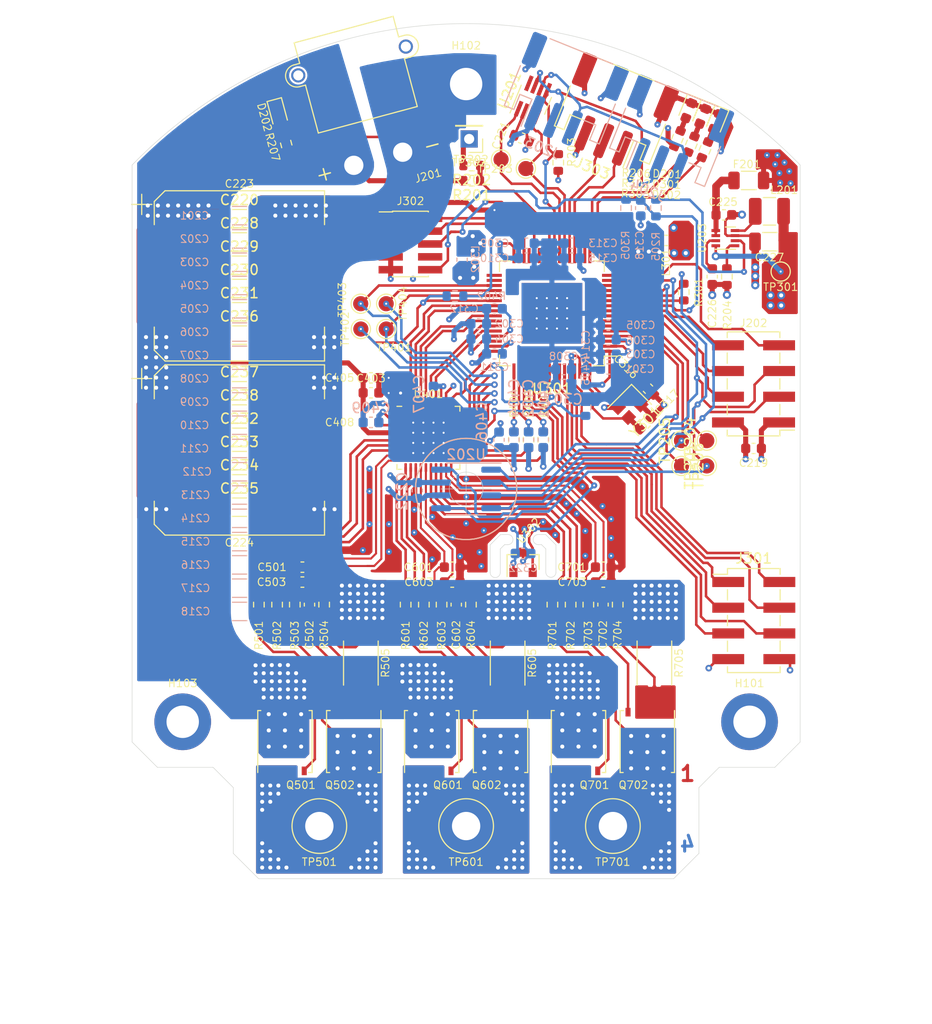
<source format=kicad_pcb>
(kicad_pcb (version 20210424) (generator pcbnew)
  (layers (0 "F.Cu" signal) (1 "In1.Cu" power) (2 "In2.Cu" power) (31 "B.Cu" signal) (34 "B.Paste" user) (35 "F.Paste" user) (36 "B.SilkS" user "B.Silkscreen") (37 "F.SilkS" user "F.Silkscreen") (38 "B.Mask" user) (39 "F.Mask" user) (44 "Edge.Cuts" user))
  (net 0 "")
  (net 1 "GND")
  (net 2 "VBUS")
  (net 3 "+3V3")
  (net 4 "VDD")
  (net 5 "VDDA")
  (net 6 "Net-(C311-Pad1)")
  (net 7 "Net-(C312-Pad1)")
  (net 8 "Net-(C314-Pad1)")
  (net 9 "Net-(C316-Pad1)")
  (net 10 "Net-(C317-Pad1)")
  (net 11 "/MCU/DRV_ISENSE_C")
  (net 12 "/MCU/DRV_ISENSE_B")
  (net 13 "/MCU/DRV_ISENSE_A")
  (net 14 "Net-(C407-Pad1)")
  (net 15 "Net-(C408-Pad2)")
  (net 16 "Net-(C409-Pad2)")
  (net 17 "Net-(C409-Pad1)")
  (net 18 "/Power/Sheet61668C54/I_SENSE_P")
  (net 19 "/Power/Sheet61668C54/I_SENSE_N")
  (net 20 "/Power/sheet617091A8/I_SENSE_P")
  (net 21 "/Power/sheet617091A8/I_SENSE_N")
  (net 22 "/Power/sheet6171E233/I_SENSE_P")
  (net 23 "/Power/sheet6171E233/I_SENSE_N")
  (net 24 "Net-(D301-Pad2)")
  (net 25 "Net-(D302-Pad2)")
  (net 26 "/Interfaces/ENCODER_QOAD_I2")
  (net 27 "/Interfaces/ENCODER_QOAD_B2")
  (net 28 "/Interfaces/ENCODER_QOAD_A2")
  (net 29 "/Interfaces/ENCODER_CS1")
  (net 30 "/Interfaces/ENCODER_DATA")
  (net 31 "/Interfaces/ENCODER_SCK")
  (net 32 "/MCU/GPIO2")
  (net 33 "/MCU/GPIO1")
  (net 34 "/MCU/GPIO3")
  (net 35 "/MCU/GPIO0")
  (net 36 "/MCU/DEBUG_UART_TX")
  (net 37 "/MCU/DEBUG_UART_RX")
  (net 38 "Net-(Q501-Pad4)")
  (net 39 "/Power/Sheet61668C54/FET_HS")
  (net 40 "Net-(Q502-Pad4)")
  (net 41 "Net-(Q502-Pad1)")
  (net 42 "Net-(Q601-Pad4)")
  (net 43 "/Power/sheet617091A8/FET_HS")
  (net 44 "Net-(Q602-Pad4)")
  (net 45 "Net-(Q602-Pad1)")
  (net 46 "Net-(Q701-Pad4)")
  (net 47 "/Power/sheet6171E233/FET_HS")
  (net 48 "Net-(Q702-Pad4)")
  (net 49 "Net-(Q702-Pad1)")
  (net 50 "/Interfaces/V_BUS_SENSE")
  (net 51 "/Interfaces/CANFD_Fault")
  (net 52 "Net-(R301-Pad1)")
  (net 53 "/MCU/STATUS_LED0")
  (net 54 "/MCU/STATUS_LED1")
  (net 55 "Net-(R401-Pad1)")
  (net 56 "/MCU/DRV_MISO")
  (net 57 "Net-(R403-Pad1)")
  (net 58 "Net-(R404-Pad1)")
  (net 59 "/MCU/DRV_nFAULT")
  (net 60 "/Power/Sheet61668C54/FET_GH")
  (net 61 "/Power/Sheet61668C54/FET_GL")
  (net 62 "/Power/sheet617091A8/FET_GH")
  (net 63 "/Power/sheet617091A8/FET_GL")
  (net 64 "/Power/sheet6171E233/FET_GH")
  (net 65 "/Power/sheet6171E233/FET_GL")
  (net 66 "/Interfaces/CANFD_TX")
  (net 67 "/Interfaces/CANFD_RX")
  (net 68 "/Interfaces/ENCODER_CS0")
  (net 69 "/MCU/DRV_MOSI")
  (net 70 "/MCU/DRV_SCK")
  (net 71 "/MCU/DRV_CS")
  (net 72 "/Interfaces/ENCODER_QOAD_B1")
  (net 73 "/Interfaces/ENCODER_QOAD_A1")
  (net 74 "/Interfaces/ENCODER_QOAD_I1")
  (net 75 "/MCU/DRV_CAL")
  (net 76 "/MCU/DRV_ENABLE")
  (net 77 "/MCU/TEMP1")
  (net 78 "/MCU/DRV_PWM_CH")
  (net 79 "/MCU/DRV_PWM_CL")
  (net 80 "/MCU/DRV_PWM_BH")
  (net 81 "/MCU/DRV_PWM_BL")
  (net 82 "/MCU/DRV_PWM_AH")
  (net 83 "/MCU/DRV_PWM_AL")
  (net 84 "Net-(C225-Pad1)")
  (net 85 "Net-(C226-Pad1)")
  (net 86 "Net-(L201-Pad1)")
  (net 87 "Net-(R204-Pad1)")
  (net 88 "Net-(R205-Pad1)")
  (net 89 "Net-(D201-Pad2)")
  (net 90 "Net-(D202-Pad2)")
  (net 91 "GNDA")
  (net 92 "GNDS")
  (net 98 "/MCU/RESET")
  (net 99 "Net-(J203-Pad2)")
  (net 103 "/MCU/SWO")
  (net 104 "/MCU/SWDCLK")
  (net 105 "/MCU/SWDIO")
  (net 108 "Net-(J203-Pad3)")
  (net 109 "/MCU/GPIO4")
  (net 110 "/MCU/GPIO5")
  (footprint "LED_SMD:LED_0603_1608Metric" (layer "F.Cu") (at 151.718537 90.717232 -112)
    (fp_text reference "D302")
    (fp_text value "LED_Small")
  )
  (footprint "MountingHole:MountingHole_3.2mm_M3_DIN965_Pad" (layer "F.Cu") (at 155 150)
    (fp_text reference "H101")
    (fp_text value "3.2mm")
  )
  (footprint "MountingHole:MountingHole_3.2mm_M3_DIN965_Pad" (layer "F.Cu") (at 127 87)
    (fp_text reference "H102")
    (fp_text value "3.2mm")
  )
  (footprint "MountingHole:MountingHole_3.2mm_M3_DIN965_Pad" (layer "F.Cu") (at 99 150)
    (fp_text reference "H103")
    (fp_text value "3.2mm")
  )
  (footprint "Resistor_SMD:R_0603_1608Metric" (layer "F.Cu") (at 150.594721 93.498784 -112)
    (fp_text reference "R303")
    (fp_text value "4k7")
  )
  (footprint "Package_TO_SOT_SMD:SOT-23" (layer "F.Cu") (at 132.625 134.25 90)
    (fp_text reference "U302")
    (fp_text value "MCP9700AT-HTT")
  )
  (footprint "Capacitor_SMD:CP_Elec_16x17.5" (layer "F.Cu") (at 104.6 123.15)
    (fp_text reference "C224")
    (fp_text value "470u")
  )
  (footprint "Connector_PinHeader_1.27mm:PinHeader_2x05_P1.27mm_Vertical_SMD" (layer "F.Cu") (at 121.5 102.8)
    (fp_text reference "J302")
    (fp_text value "JTAG/SWD")
  )
  (footprint "LED_SMD:LED_0603_1608Metric" (layer "F.Cu") (at 150.374122 90.174057 -112)
    (fp_text reference "D301")
    (fp_text value "LED_Small")
  )
  (footprint "Capacitor_SMD:CP_Elec_16x17.5" (layer "F.Cu") (at 104.6 105.95)
    (fp_text reference "C223")
    (fp_text value "470u")
  )
  (footprint "TestPoint:TestPoint_Pad_D1.5mm" (layer "F.Cu") (at 130.45 94.45 70)
    (fp_text reference "TP202")
    (fp_text value "CAN_TX")
  )
  (footprint "TestPoint:TestPoint_Pad_D1.5mm" (layer "F.Cu") (at 132.9 95.35 70)
    (fp_text reference "TP203")
    (fp_text value "CAN_RX")
  )
  (footprint "TestPoint:TestPoint_Pad_D1.5mm" (layer "F.Cu") (at 116.586 108.7)
    (fp_text reference "TP403")
    (fp_text value "SPI_SCK")
  )
  (footprint "TestPoint:TestPoint_Pad_D1.5mm" (layer "F.Cu") (at 119.110997 111.199999 90)
    (fp_text reference "TP401")
    (fp_text value "MOSI")
  )
  (footprint "TestPoint:TestPoint_Pad_D1.5mm" (layer "F.Cu") (at 119.1 108.7 -90)
    (fp_text reference "TP404")
    (fp_text value "DRV_CS")
  )
  (footprint "TestPoint:TestPoint_Pad_D1.5mm" (layer "F.Cu") (at 116.6 111.2 -90)
    (fp_text reference "TP402")
    (fp_text value "MISO")
  )
  (footprint "Resistor_SMD:R_0603_1608Metric" (layer "F.Cu") (at 149.250306 92.9556 -112)
    (fp_text reference "R302")
    (fp_text value "4k7")
  )
  (footprint "Connector_AMASS:AMASS_XT30PW-M_1x02_P2.50mm_Horizontal" (layer "F.Cu") (at 120.733613 93.734582 15)
    (fp_text reference "J201")
    (fp_text value "XT30")
  )
  (footprint "Capacitor_SMD:C_0603_1608Metric" (layer "F.Cu") (at 117.6 117.5)
    (fp_text reference "C403")
    (fp_text value "10u")
  )
  (footprint "Resistor_SMD:R_0603_1608Metric" (layer "F.Cu") (at 134.619999 122.132919 90)
    (fp_text reference "R401")
    (fp_text value "0R")
  )
  (footprint "Resistor_SMD:R_0603_1608Metric" (layer "F.Cu") (at 148.5 107.55 90)
    (fp_text reference "R301")
    (fp_text value "10k")
  )
  (footprint "Inductor_SMD:L_0603_1608Metric" (layer "F.Cu") (at 146.8 102.45 180)
    (fp_text reference "L301")
    (fp_text value "1k@100MHz")
  )
  (footprint "Resistor_SMD:R_0603_1608Metric" (layer "F.Cu") (at 136.1 94.75 90)
    (fp_text reference "R203")
    (fp_text value "10k")
  )
  (footprint "Resistor_SMD:R_0603_1608Metric" (layer "F.Cu") (at 131.72 122.134997 90)
    (fp_text reference "R404")
    (fp_text value "0R")
  )
  (footprint "Resistor_SMD:R_0603_1608Metric" (layer "F.Cu") (at 133.170002 122.135 90)
    (fp_text reference "R403")
    (fp_text value "0R")
  )
  (footprint "TestPoint:TestPoint_Pad_D1.5mm" (layer "F.Cu") (at 148.274997 122.225 90)
    (fp_text reference "TP205")
    (fp_text value "TLE_DATA")
  )
  (footprint "TestPoint:TestPoint_Pad_D1.5mm" (layer "F.Cu") (at 148.274988 124.724999 -90)
    (fp_text reference "TP206")
    (fp_text value "TLE_SCK")
  )
  (footprint "Capacitor_SMD:C_0603_1608Metric" (layer "F.Cu") (at 132.5 92.35 158)
    (fp_text reference "C221")
    (fp_text value "100n")
  )
  (footprint "Capacitor_SMD:C_0603_1608Metric" (layer "F.Cu") (at 117.601315 120.425)
    (fp_text reference "C408")
    (fp_text value "1u")
  )
  (footprint "Capacitor_SMD:C_0603_1608Metric" (layer "F.Cu") (at 144.719329 120.523312 45)
    (fp_text reference "C317")
    (fp_text value "12p")
  )
  (footprint "Capacitor_SMD:C_0603_1608Metric" (layer "F.Cu") (at 144.966816 117.093845 -45)
    (fp_text reference "C316")
    (fp_text value "12p")
  )
  (footprint "Capacitor_SMD:C_0603_1608Metric" (layer "F.Cu") (at 117.599999 116.025)
    (fp_text reference "C405")
    (fp_text value "100n")
  )
  (footprint "Package_QFP:HTQFP-64-1EP_10x10mm_P0.5mm_EP8x8mm_Mask4.4x4.4mm_ThermalVias" (layer "F.Cu") (at 135.475 109.65 180)
    (fp_text reference "U301")
    (fp_text value "CY8C6244AZI-S4D92")
  )
  (footprint "TestPoint:TestPoint_Pad_D1.5mm" (layer "F.Cu") (at 158.075 105.525 90)
    (fp_text reference "TP301")
    (fp_text value "3v3")
  )
  (footprint "Package_DFN_QFN:Texas_S-PVQFN-N40_EP4.15x4.15mm_ThermalVias" (layer "F.Cu") (at 123.275 121.95)
    (fp_text reference "U401")
    (fp_text value "DRV8323SRTAR-DRV8323SRTAR")
  )
  (footprint "Capacitor_SMD:C_0603_1608Metric" (layer "F.Cu") (at 152.463466 99.924118)
    (fp_text reference "C225")
    (fp_text value "1u")
  )
  (footprint "Capacitor_SMD:C_1206_3216Metric" (layer "F.Cu") (at 157.013465 102.57412 180)
    (fp_text reference "C227")
    (fp_text value "10u")
  )
  (footprint "Package_TO_SOT_SMD:SOT-23-8_Handsoldering" (layer "F.Cu") (at 133.6 88.55 68)
    (fp_text reference "U201")
    (fp_text value "TI_TCAN337G")
  )
  (footprint "Connector_PinHeader_2.54mm:PinHeader_1x01_P2.54mm_Vertical" (layer "F.Cu") (at 127.3 92.425 180)
    (fp_text reference "TP302")
    (fp_text value "GND")
  )
  (footprint "Capacitor_SMD:C_0603_1608Metric" (layer "F.Cu") (at 151.313468 106.024118 -90)
    (fp_text reference "C226")
    (fp_text value "1u")
  )
  (footprint "Resistor_SMD:R_1206_3216Metric" (layer "F.Cu") (at 154.924997 96.525003)
    (fp_text reference "F201")
    (fp_text value "Polyfuse_Small")
  )
  (footprint "Inductor_SMD:L_1210_3225Metric" (layer "F.Cu") (at 156.963469 99.574116)
    (fp_text reference "L201")
    (fp_text value "33u")
  )
  (footprint "Resistor_SMD:R_0603_1608Metric" (layer "F.Cu") (at 152.763466 106.024119 -90)
    (fp_text reference "R204")
    (fp_text value "[0R]")
  )
  (footprint "Package_DFN_QFN:DFN-8_2x2mm_P0.5mm" (layer "F.Cu") (at 152.61347 102.224119)
    (fp_text reference "U203")
    (fp_text value "MAX15062A")
  )
  (footprint "TestPoint:TestPoint_Pad_D1.5mm" (layer "F.Cu") (at 150.775 122.225 90)
    (fp_text reference "TP204")
    (fp_text value "TLE_CSQ")
  )
  (footprint "Connector_PinHeader_2.54mm:PinHeader_2x04_P2.54mm_Vertical_SMD" (layer "F.Cu") (at 155.42 140)
    (fp_text reference "J301")
    (fp_text value "GPIOs")
  )
  (footprint "Crystal:Crystal_SMD_2520-4Pin_2.5x2.0mm" (layer "F.Cu") (at 143.163693 118.826256 -135)
    (fp_text reference "Y301")
    (fp_text value "32MHz")
  )
  (footprint "Capacitor_SMD:C_0603_1608Metric" (layer "F.Cu") (at 110.825 134.725 180)
    (fp_text reference "C501")
    (fp_text value "47p")
  )
  (footprint "Capacitor_SMD:C_0603_1608Metric" (layer "F.Cu") (at 140.525 138.425 90)
    (fp_text reference "C702")
    (fp_text value "47p")
  )
  (footprint "Connector_JST:JST_PH_S3B-PH-SM4-TB_1x03-1MP_P2.00mm_Horizontal" (layer "F.Cu") (at 141.65 89.95 158)
    (fp_text reference "J303")
    (fp_text value "Conn_01x03_Shielded")
  )
  (footprint "Package_TO_SOT_SMD:TDSON-8-1" (layer "F.Cu") (at 115.9 151.95 -90)
    (fp_text reference "Q502")
    (fp_text value "IAUC120N06S5N017ATMA1")
  )
  (footprint "Resistor_SMD:R_0603_1608Metric" (layer "F.Cu") (at 127.475 138.425 90)
    (fp_text reference "R604")
    (fp_text value "3k")
  )
  (footprint "Package_TO_SOT_SMD:TDSON-8-1" (layer "F.Cu") (at 109.1 151.95 90)
    (fp_text reference "Q501")
    (fp_text value "IAUC120N06S5N017ATMA1")
  )
  (footprint "TestPoint:TestPoint_Loop_D3.80mm_Drill2.8mm" (layer "F.Cu") (at 127 160.3 180)
    (fp_text reference "TP601")
    (fp_text value "MotorConnector")
  )
  (footprint "Resistor_SMD:R_0603_1608Metric" (layer "F.Cu") (at 122.825 138.425 90)
    (fp_text reference "R602")
    (fp_text value "15R")
  )
  (footprint "Resistor_SMD:R_0603_1608Metric" (layer "F.Cu") (at 110.075 138.425 90)
    (fp_text reference "R503")
    (fp_text value "3k")
  )
  (footprint "Capacitor_SMD:C_0603_1608Metric" (layer "F.Cu") (at 126.025 138.425 90)
    (fp_text reference "C602")
    (fp_text value "47p")
  )
  (footprint "Capacitor_SMD:C_1206_3216Metric" (layer "F.Cu") (at 104.6 102.6)
    (fp_text reference "C228")
    (fp_text value "10u")
  )
  (footprint "Package_TO_SOT_SMD:TDSON-8-1" (layer "F.Cu") (at 138.1 151.95 90)
    (fp_text reference "Q701")
    (fp_text value "IAUC120N06S5N017ATMA1")
  )
  (footprint "Resistor_SMD:R_2512_6332Metric" (layer "F.Cu") (at 131.1 144.2 -90)
    (fp_text reference "R605")
    (fp_text value "5mR")
  )
  (footprint "Resistor_SMD:R_0603_1608Metric" (layer "F.Cu") (at 108.325 138.425 90)
    (fp_text reference "R502")
    (fp_text value "15R")
  )
  (footprint "Resistor_SMD:R_0603_1608Metric" (layer "F.Cu") (at 139.075 138.425 90)
    (fp_text reference "R703")
    (fp_text value "3k")
  )
  (footprint "Resistor_SMD:R_0603_1608Metric" (layer "F.Cu") (at 112.975 138.425 90)
    (fp_text reference "R504")
    (fp_text value "3k")
  )
  (footprint "Capacitor_SMD:C_1206_3216Metric" (layer "F.Cu") (at 104.6 126.5)
    (fp_text reference "C234")
    (fp_text value "10u")
  )
  (footprint "LED_SMD:LED_0603_1608Metric" (layer "F.Cu") (at 108.425 89.975 -75)
    (fp_text reference "D202")
    (fp_text value "LED_Small")
  )
  (footprint "Package_TO_SOT_SMD:TDSON-8-1" (layer "F.Cu") (at 144.9 151.95 -90)
    (fp_text reference "Q702")
    (fp_text value "IAUC120N06S5N017ATMA1")
  )
  (footprint "Capacitor_SMD:C_1206_3216Metric" (layer "F.Cu") (at 104.6 100.3)
    (fp_text reference "C220")
    (fp_text value "10u")
  )
  (footprint "Resistor_SMD:R_0603_1608Metric" (layer "F.Cu") (at 147.874125 92.403416 -112)
    (fp_text reference "R206")
    (fp_text value "4k7")
  )
  (footprint "Capacitor_SMD:C_1206_3216Metric" (layer "F.Cu") (at 104.6 124.2)
    (fp_text reference "C233")
    (fp_text value "10u")
  )
  (footprint "Capacitor_SMD:C_0603_1608Metric" (layer "F.Cu") (at 140.55 134.725)
    (fp_text reference "C701")
    (fp_text value "47p")
  )
  (footprint "Capacitor_SMD:C_0603_1608Metric" (layer "F.Cu") (at 110.825 136.2 180)
    (fp_text reference "C503")
    (fp_text value "47p")
  )
  (footprint "TestPoint:TestPoint_Pad_D1.5mm" (layer "F.Cu") (at 150.775 124.725 90)
    (fp_text reference "TP201")
    (fp_text value "TLE_CSQ")
  )
  (footprint "Capacitor_SMD:C_1206_3216Metric" (layer "F.Cu") (at 104.6 128.8)
    (fp_text reference "C235")
    (fp_text value "10u")
  )
  (footprint "Connector_PinHeader_2.54mm:PinHeader_2x04_P2.54mm_Vertical_SMD" (layer "F.Cu") (at 155.395 116.619292 180)
    (fp_text reference "J202")
    (fp_text value "Conn_02x04_Odd_Even")
  )
  (footprint "Package_TO_SOT_SMD:TDSON-8-1" (layer "F.Cu") (at 130.4 151.95 -90)
    (fp_text reference "Q602")
    (fp_text value "IAUC120N06S5N017ATMA1")
  )
  (footprint "Capacitor_SMD:C_1206_3216Metric" (layer "F.Cu") (at 104.6 121.9)
    (fp_text reference "C232")
    (fp_text value "10u")
  )
  (footprint "Capacitor_SMD:C_1206_3216Metric" (layer "F.Cu") (at 104.6 119.6)
    (fp_text reference "C238")
    (fp_text value "10u")
  )
  (footprint "Resistor_SMD:R_0603_1608Metric" (layer "F.Cu") (at 137.325 138.425 90)
    (fp_text reference "R702")
    (fp_text value "15R")
  )
  (footprint "Resistor_SMD:R_0603_1608Metric" (layer "F.Cu") (at 127.55 95.05 180)
    (fp_text reference "R202")
    (fp_text value "3k")
  )
  (footprint "Package_TO_SOT_SMD:TDSON-8-1" (layer "F.Cu") (at 123.6 151.95 90)
    (fp_text reference "Q601")
    (fp_text value "IAUC120N06S5N017ATMA1")
  )
  (footprint "Resistor_SMD:R_0603_1608Metric" (layer "F.Cu") (at 135.525 138.425 90)
    (fp_text reference "R701")
    (fp_text value "15R")
  )
  (footprint "Resistor_SMD:R_0603_1608Metric" (layer "F.Cu") (at 141.975 138.425 90)
    (fp_text reference "R704")
    (fp_text value "3k")
  )
  (footprint "Resistor_SMD:R_0603_1608Metric" (layer "F.Cu") (at 121.025 138.425 90)
    (fp_text reference "R601")
    (fp_text value "15R")
  )
  (footprint "Capacitor_SMD:C_1206_3216Metric" (layer "F.Cu") (at 104.6 111.8)
    (fp_text reference "C236")
    (fp_text value "10u")
  )
  (footprint "TestPoint:TestPoint_Loop_D3.80mm_Drill2.8mm" (layer "F.Cu") (at 112.5 160.3 180)
    (fp_text reference "TP501")
    (fp_text value "MotorConnector")
  )
  (footprint "Resistor_SMD:R_0603_1608Metric" (layer "F.Cu") (at 127.550003 96.55 180)
    (fp_text reference "R201")
    (fp_text value "56k")
  )
  (footprint "Capacitor_SMD:C_1206_3216Metric" (layer "F.Cu") (at 104.6 117.3)
    (fp_text reference "C237")
    (fp_text value "10u")
  )
  (footprint "Resistor_SMD:R_0603_1608Metric" (layer "F.Cu") (at 106.525 138.425 90)
    (fp_text reference "R501")
    (fp_text value "15R")
  )
  (footprint "Capacitor_SMD:C_1206_3216Metric" (layer "F.Cu") (at 104.6 104.9)
    (fp_text reference "C229")
    (fp_text value "10u")
  )
  (footprint "Resistor_SMD:R_2512_6332Metric" (layer "F.Cu") (at 116.6 144.2 -90)
    (fp_text reference "R505")
    (fp_text value "5mR")
  )
  (footprint "TestPoint:TestPoint_Loop_D3.80mm_Drill2.8mm" (layer "F.Cu") (at 141.5 160.3 180)
    (fp_text reference "TP701")
    (fp_text value "MotorConnector")
  )
  (footprint "Capacitor_SMD:C_0603_1608Metric" (layer "F.Cu") (at 140.55 136.2)
    (fp_text reference "C703")
    (fp_text value "47p")
  )
  (footprint "Capacitor_SMD:C_0603_1608Metric" (layer "F.Cu") (at 125.625 134.725)
    (fp_text reference "C601")
    (fp_text value "47p")
  )
  (footprint "LED_SMD:LED_0603_1608Metric" (layer "F.Cu") (at 148.997938 89.621862 -112)
    (fp_text reference "D201")
    (fp_text value "LED_Small")
  )
  (footprint "Capacitor_SMD:C_0603_1608Metric" (layer "F.Cu") (at 111.525 138.425 90)
    (fp_text reference "C502")
    (fp_text value "47p")
  )
  (footprint "Capacitor_SMD:C_0603_1608Metric" (layer "F.Cu") (at 125.625 136.2)
    (fp_text reference "C603")
    (fp_text value "47p")
  )
  (footprint "Resistor_SMD:R_0603_1608Metric" (layer "F.Cu") (at 109.225 92.925 -75)
    (fp_text reference "R207")
    (fp_text value "4k7")
  )
  (footprint "Resistor_SMD:R_2512_6332Metric" (layer "F.Cu") (at 145.6 144.2 -90)
    (fp_text reference "R705")
    (fp_text value "5mR")
  )
  (footprint "Resistor_SMD:R_0603_1608Metric" (layer "F.Cu") (at 124.575 138.425 90)
    (fp_text reference "R603")
    (fp_text value "3k")
  )
  (footprint "Capacitor_SMD:C_1206_3216Metric" (layer "F.Cu") (at 104.6 109.5)
    (fp_text reference "C231")
    (fp_text value "10u")
  )
  (footprint "Capacitor_SMD:C_1206_3216Metric" (layer "F.Cu") (at 104.6 107.2)
    (fp_text reference "C230")
    (fp_text value "10u")
  )
  (footprint "Capacitor_SMD:C_0603_1608Metric" (layer "F.Cu") (at 155.395 123 180)
    (fp_text reference "C219")
    (fp_text value "1u")
  )
  (footprint "Capacitor_SMD:C_1206_3216Metric" (layer "B.Cu") (at 104.625 102.3)
    (fp_text reference "C202")
    (fp_text value "10u")
  )
  (footprint "Capacitor_SMD:C_1206_3216Metric" (layer "B.Cu") (at 104.625 104.6)
    (fp_text reference "C203")
    (fp_text value "10u")
  )
  (footprint "Capacitor_SMD:C_1206_3216Metric" (layer "B.Cu") (at 104.625 106.9)
    (fp_text reference "C204")
    (fp_text value "10u")
  )
  (footprint "Capacitor_SMD:C_1206_3216Metric" (layer "B.Cu") (at 104.625 109.2)
    (fp_text reference "C205")
    (fp_text value "10u")
  )
  (footprint "Capacitor_SMD:C_1206_3216Metric" (layer "B.Cu") (at 104.625 111.5)
    (fp_text reference "C206")
    (fp_text value "10u")
  )
  (footprint "Capacitor_SMD:C_1206_3216Metric" (layer "B.Cu") (at 104.625 113.8)
    (fp_text reference "C207")
    (fp_text value "10u")
  )
  (footprint "Capacitor_SMD:C_1206_3216Metric" (layer "B.Cu") (at 104.625 116.1)
    (fp_text reference "C208")
    (fp_text value "10u")
  )
  (footprint "Capacitor_SMD:C_1206_3216Metric" (layer "B.Cu") (at 104.625 120.7)
    (fp_text reference "C210")
    (fp_text value "10u")
  )
  (footprint "Capacitor_SMD:C_1206_3216Metric" (layer "B.Cu") (at 104.625 125.3)
    (fp_text reference "C212")
    (fp_text value "10u")
  )
  (footprint "Capacitor_SMD:C_1206_3216Metric" (layer "B.Cu") (at 104.625 127.6)
    (fp_text reference "C213")
    (fp_text value "10u")
  )
  (footprint "Capacitor_SMD:C_1206_3216Metric" (layer "B.Cu") (at 104.625 129.9)
    (fp_text reference "C214")
    (fp_text value "10u")
  )
  (footprint "Capacitor_SMD:C_1206_3216Metric" (layer "B.Cu") (at 104.625 132.2)
    (fp_text reference "C215")
    (fp_text value "10u")
  )
  (footprint "Capacitor_SMD:C_1206_3216Metric" (layer "B.Cu") (at 104.625 134.5)
    (fp_text reference "C216")
    (fp_text value "10u")
  )
  (footprint "Capacitor_SMD:C_1206_3216Metric" (layer "B.Cu") (at 104.625 136.8)
    (fp_text reference "C217")
    (fp_text value "10u")
  )
  (footprint "Capacitor_SMD:C_1206_3216Metric" (layer "B.Cu") (at 104.625 139.1)
    (fp_text reference "C218")
    (fp_text value "10u")
  )
  (footprint "Capacitor_SMD:C_0603_1608Metric" (layer "B.Cu") (at 132.625 133.375)
    (fp_text reference "C322")
    (fp_text value "100n")
  )
  (footprint "Connector_JST:JST_PH_S3B-PH-SM4-TB_1x03-1MP_P2.00mm_Horizontal" (layer "B.Cu") (at 147.1 92.15 -22)
    (fp_text reference "J204")
    (fp_text value "Conn_01x03_Shielded")
  )
  (footprint "Connector_JST:JST_PH_S3B-PH-SM4-TB_1x03-1MP_P2.00mm_Horizontal" (layer "B.Cu") (at 136.7 87.95 -22)
    (fp_text reference "J203")
    (fp_text value "Conn_01x03_Shielded")
  )
  (footprint "Capacitor_SMD:C_1206_3216Metric" (layer "B.Cu") (at 104.625 118.4)
    (fp_text reference "C209")
    (fp_text value "10u")
  )
  (footprint "Inductor_SMD:L_0603_1608Metric" (layer "B.Cu") (at 126.6 104.35 -90)
    (fp_text reference "L302")
    (fp_text value "1k@100MHz")
  )
  (footprint "Resistor_SMD:R_0603_1608Metric" (layer "B.Cu") (at 142.8 99.25 90)
    (fp_text reference "R305")
    (fp_text value "10k")
  )
  (footprint "Resistor_SMD:R_0603_1608Metric" (layer "B.Cu") (at 125.9 107.95 180)
    (fp_text reference "R402")
    (fp_text value "10k")
  )
  (footprint "Resistor_SMD:R_0603_1608Metric" (layer "B.Cu") (at 138.8 118.95 -90)
    (fp_text reference "R405")
    (fp_text value "10k")
  )
  (footprint "Capacitor_SMD:C_0603_1608Metric" (layer "B.Cu") (at 128.25 112.175)
    (fp_text reference "C304")
    (fp_text value "100n")
  )
  (footprint "Capacitor_SMD:C_0603_1608Metric" (layer "B.Cu") (at 141.049317 110.825001 180)
    (fp_text reference "C305")
    (fp_text value "1u")
  )
  (footprint "Capacitor_SMD:C_0603_1608Metric" (layer "B.Cu") (at 122.175 127.15 90)
    (fp_text reference "C222")
    (fp_text value "100n")
  )
  (footprint "Capacitor_SMD:C_0603_1608Metric" (layer "B.Cu") (at 132.950002 102.725002)
    (fp_text reference "C309")
    (fp_text value "1u")
  )
  (footprint "Capacitor_SMD:C_0603_1608Metric" (layer "B.Cu") (at 141.050001 113.700002 180)
    (fp_text reference "C303")
    (fp_text value "100n")
  )
  (footprint "Capacitor_SMD:C_0603_1608Metric" (layer "B.Cu") (at 141.049318 112.249998 180)
    (fp_text reference "C306")
    (fp_text value "100n")
  )
  (footprint "Capacitor_SMD:C_0603_1608Metric" (layer "B.Cu") (at 136.625004 115.200003 180)
    (fp_text reference "C308")
    (fp_text value "100n")
  )
  (footprint "Capacitor_SMD:C_0603_1608Metric" (layer "B.Cu") (at 136.625002 116.675001 180)
    (fp_text reference "C307")
    (fp_text value "1u")
  )
  (footprint "Capacitor_SMD:C_0603_1608Metric" (layer "B.Cu") (at 133.169999 122.135002 -90)
    (fp_text reference "C402")
    (fp_text value "[100n]")
  )
  (footprint "Capacitor_SMD:C_0603_1608Metric" (layer "B.Cu") (at 129.8 113.65 180)
    (fp_text reference "C311")
    (fp_text value "100n")
  )
  (footprint "Capacitor_SMD:C_0603_1608Metric" (layer "B.Cu") (at 130.25 122.15 -90)
    (fp_text reference "C406")
    (fp_text value "1u")
  )
  (footprint "Capacitor_SMD:C_0603_1608Metric" (layer "B.Cu") (at 131.72 122.135001 -90)
    (fp_text reference "C404")
    (fp_text value "[100n]")
  )
  (footprint "Capacitor_SMD:C_0603_1608Metric" (layer "B.Cu") (at 132.95 104.2)
    (fp_text reference "C310")
    (fp_text value "100n")
  )
  (footprint "Capacitor_SMD:C_0603_1608Metric" (layer "B.Cu") (at 137.450001 102.725002 180)
    (fp_text reference "C313")
    (fp_text value "1u")
  )
  (footprint "Capacitor_SMD:C_0603_1608Metric" (layer "B.Cu") (at 129.8 109.2 180)
    (fp_text reference "C312")
    (fp_text value "100n")
  )
  (footprint "Capacitor_SMD:C_0603_1608Metric" (layer "B.Cu") (at 134.62 122.135 -90)
    (fp_text reference "C401")
    (fp_text value "[100n]")
  )
  (footprint "Capacitor_SMD:C_0603_1608Metric" (layer "B.Cu") (at 137.45 104.2 180)
    (fp_text reference "C315")
    (fp_text value "100n")
  )
  (footprint "Capacitor_SMD:C_0603_1608Metric" (layer "B.Cu") (at 144.25 99.25 -90)
    (fp_text reference "C318")
    (fp_text value "100n")
  )
  (footprint "Capacitor_SMD:C_0603_1608Metric" (layer "B.Cu") (at 117.6 120.425 180)
    (fp_text reference "C409")
    (fp_text value "47n")
  )
  (footprint "Package_SO:SOIC-8_3.9x4.9mm_P1.27mm" (layer "B.Cu") (at 127 127 180)
    (fp_text reference "U202")
    (fp_text value "TLE5012B_E1000")
  )
  (footprint "Capacitor_SMD:C_0603_1608Metric" (layer "B.Cu") (at 141.05 115.15 180)
    (fp_text reference "C301")
    (fp_text value "10u")
  )
  (footprint "Capacitor_SMD:C_0603_1608Metric" (layer "B.Cu") (at 128.249991 110.675004)
    (fp_text reference "C302")
    (fp_text value "10u")
  )
  (footprint "Capacitor_SMD:C_0603_1608Metric" (layer "B.Cu") (at 123.775 117.625 -90)
    (fp_text reference "C407")
    (fp_text value "100n")
  )
  (footprint "Capacitor_SMD:C_0603_1608Metric" (layer "B.Cu") (at 138.825002 115.950002 90)
    (fp_text reference "C314")
    (fp_text value "4u7")
  )
  (footprint "Capacitor_SMD:C_1206_3216Metric" (layer "B.Cu") (at 104.625 123)
    (fp_text reference "C211")
    (fp_text value "10u")
  )
  (footprint "Capacitor_SMD:C_1206_3216Metric" (layer "B.Cu") (at 104.625 100)
    (fp_text reference "C201")
    (fp_text value "10u")
  )
  (footprint "Resistor_SMD:R_0603_1608Metric" (layer "B.Cu") (at 145.75 99.25 -90)
    (fp_text reference "R205")
    (fp_text value "0R")
  )
  (gr_circle (center 127 127) (end 132 127) (layer "B.SilkS") (width 0.12) (fill none))
  (gr_circle (center 127 127) (end 132 127) (layer "F.SilkS") (width 0.12) (fill none))
  (gr_line (start 106.5 165.5) (end 147.5 165.5) (layer "Edge.Cuts") (width 0.05))
  (gr_line (start 94 152) (end 94.000001 95.000001) (layer "Edge.Cuts") (width 0.05))
  (gr_line (start 131.125002 132.5) (end 130.799998 132.5) (layer "Edge.Cuts") (width 0.05))
  (gr_line (start 135.875 132.525) (end 134.85 131.5) (layer "Edge.Cuts") (width 0.05))
  (gr_arc (start 127 126.999996) (end 94.000001 95.000001) (angle 91.76281521) (layer "Edge.Cuts") (width 0.05))
  (gr_line (start 134.124998 132.5) (end 134.45 132.5) (layer "Edge.Cuts") (width 0.05))
  (gr_line (start 104 156.5) (end 102 154.5) (layer "Edge.Cuts") (width 0.05))
  (gr_line (start 150 163) (end 150 156.5) (layer "Edge.Cuts") (width 0.05))
  (gr_line (start 134.85 131.5) (end 134.125002 131.5) (layer "Edge.Cuts") (width 0.05))
  (gr_line (start 130.799998 132.5) (end 130.374998 132.925) (layer "Edge.Cuts") (width 0.05))
  (gr_arc (start 131.125 132) (end 131.125002 132.5) (angle -180) (layer "Edge.Cuts") (width 0.05))
  (gr_line (start 160 152) (end 159.999999 95.000001) (layer "Edge.Cuts") (width 0.05))
  (gr_line (start 130.399998 131.5) (end 131.124998 131.5) (layer "Edge.Cuts") (width 0.05))
  (gr_line (start 102 154.5) (end 96.5 154.5) (layer "Edge.Cuts") (width 0.05))
  (gr_line (start 96.5 154.5) (end 94 152) (layer "Edge.Cuts") (width 0.05))
  (gr_arc (start 129.875 135.25) (end 129.375 135.25) (angle -180) (layer "Edge.Cuts") (width 0.05))
  (gr_line (start 129.375 135.25) (end 129.374998 132.525) (layer "Edge.Cuts") (width 0.05))
  (gr_line (start 134.875 135.225) (end 134.875 132.925) (layer "Edge.Cuts") (width 0.05))
  (gr_line (start 152 154.5) (end 157.5 154.5) (layer "Edge.Cuts") (width 0.05))
  (gr_line (start 134.45 132.5) (end 134.875 132.925) (layer "Edge.Cuts") (width 0.05))
  (gr_arc (start 134.125 132) (end 134.124998 132.5) (angle 180) (layer "Edge.Cuts") (width 0.05))
  (gr_arc (start 135.375 135.225) (end 135.875 135.225) (angle 180) (layer "Edge.Cuts") (width 0.05))
  (gr_line (start 106.5 165.5) (end 104 163) (layer "Edge.Cuts") (width 0.05))
  (gr_line (start 147.5 165.5) (end 150 163) (layer "Edge.Cuts") (width 0.05))
  (gr_line (start 129.374998 132.525) (end 130.399998 131.5) (layer "Edge.Cuts") (width 0.05))
  (gr_line (start 130.375 135.25) (end 130.374998 132.925) (layer "Edge.Cuts") (width 0.05))
  (gr_line (start 150 156.5) (end 152 154.5) (layer "Edge.Cuts") (width 0.05))
  (gr_line (start 135.875 135.225) (end 135.875 132.525) (layer "Edge.Cuts") (width 0.05))
  (gr_line (start 157.5 154.5) (end 160 152) (layer "Edge.Cuts") (width 0.05))
  (gr_line (start 104 163) (end 104 156.5) (layer "Edge.Cuts") (width 0.05))
  (gr_text "1" (at 148.875 155.125) (layer "F.Cu") (effects (font (size 1.5 1.5) (thickness 0.3))))
  (gr_text "4" (at 148.875 162.1) (layer "B.Cu") (effects (font (size 1.5 1.5) (thickness 0.3)) (justify mirror)))
  (target plus (at 127 127) (size 5) (width 0.05) (layer "Edge.Cuts"))
  (segment (start 141.974407 141.074532) (end 141.974407 139.249532) (width 0.25) (layer "F.Cu") (net 1))
  (segment (start 112.725 92.225) (end 119.224031 92.225) (width 0.25) (layer "F.Cu") (net 1))
  (segment (start 131.099407 142.099532) (end 130.574407 142.624532) (width 0.25) (layer "F.Cu") (net 1))
  (segment (start 125.908441 88.091559) (end 127 87) (width 0.75) (layer "F.Cu") (net 1))
  (segment (start 108.22118 89.214333) (end 109.714333 89.214333) (width 0.25) (layer "F.Cu") (net 1))
  (segment (start 145.599407 142.099532) (end 145.074407 142.624532) (width 0.25) (layer "F.Cu") (net 1))
  (segment (start 145.074407 142.624532) (end 143.524407 142.624532) (width 0.25) (layer "F.Cu") (net 1))
  (segment (start 121.025 119.025) (end 121.025 118.025) (width 0.25) (layer "F.Cu") (net 1))
  (segment (start 112.975 141.075) (end 112.975 139.25) (width 0.25) (layer "F.Cu") (net 1))
  (segment (start 143.524407 142.624532) (end 141.974407 141.074532) (width 0.25) (layer "F.Cu") (net 1))
  (segment (start 118.374999 116.025) (end 118.375 117.5) (width 0.5) (layer "F.Cu") (net 1))
  (segment (start 127.474407 141.074532) (end 127.474407 139.249532) (width 0.25) (layer "F.Cu") (net 1))
  (segment (start 116.075 142.625) (end 114.525 142.625) (width 0.25) (layer "F.Cu") (net 1))
  (segment (start 118.374999 116.025) (end 119.35 116.025) (width 0.5) (layer "F.Cu") (net 1))
  (segment (start 118.375 117.5) (end 119.325 117.5) (width 0.5) (layer "F.Cu") (net 1))
  (segment (start 114.525 142.625) (end 112.975 141.075) (width 0.25) (layer "F.Cu") (net 1))
  (segment (start 119.224031 92.225) (end 120.733613 93.734582) (width 0.25) (layer "F.Cu") (net 1))
  (segment (start 116.6 142.1) (end 116.075 142.625) (width 0.25) (layer "F.Cu") (net 1))
  (segment (start 145.599407 141.237032) (end 145.599407 142.099532) (width 0.25) (layer "F.Cu") (net 1))
  (segment (start 131.099407 141.237032) (end 131.099407 142.099532) (width 0.25) (layer "F.Cu") (net 1))
  (segment (start 130.574407 142.624532) (end 129.024407 142.624532) (width 0.25) (layer "F.Cu") (net 1))
  (segment (start 129.024407 142.624532) (end 127.474407 141.074532) (width 0.25) (layer "F.Cu") (net 1))
  (segment (start 109.714333 89.214333) (end 112.725 92.225) (width 0.25) (layer "F.Cu") (net 1))
  (segment (start 121.025 118.025) (end 120.525 117.525) (width 0.25) (layer "F.Cu") (net 1))
  (segment (start 116.6 141.2375) (end 116.6 142.1) (width 0.25) (layer "F.Cu") (net 1))
  (via (at 146.125002 138.95) (size 0.8) (drill 0.4) (layers "F.Cu" "B.Cu") (net 1))
  (via (at 119.35 116.025) (size 0.6) (drill 0.2) (layers "F.Cu" "B.Cu") (net 1))
  (via (at 143.724999 138.95) (size 0.8) (drill 0.4) (layers "F.Cu" "B.Cu") (net 1))
  (via (at 130.024999 137.35) (size 0.8) (drill 0.4) (layers "F.Cu" "B.Cu") (net 1))
  (via (at 117.125002 137.35) (size 0.8) (drill 0.4) (layers "F.Cu" "B.Cu") (net 1))
  (via (at 111.15 99) (size 0.8) (drill 0.4) (layers "F.Cu" "B.Cu") (net 1))
  (via (at 115.524999 137.35) (size 0.8) (drill 0.4) (layers "F.Cu" "B.Cu") (net 1))
  (via (at 146.925 137.35) (size 0.8) (drill 0.4) (layers "F.Cu" "B.Cu") (net 1))
  (via (at 147.725 138.95) (size 0.8) (drill 0.4) (layers "F.Cu" "B.Cu") (net 1))
  (via (at 114.725 136.55) (size 0.8) (drill 0.4) (layers "F.Cu" "B.Cu") (net 1))
  (via (at 111.15 100) (size 0.8) (drill 0.4) (layers "F.Cu" "B.Cu") (net 1))
  (via (at 146.925001 138.15) (size 0.8) (drill 0.4) (layers "F.Cu" "B.Cu") (net 1))
  (via (at 131.625001 138.15) (size 0.8) (drill 0.4) (layers "F.Cu" "B.Cu") (net 1))
  (via (at 111.975 116) (size 0.8) (drill 0.4) (layers "F.Cu" "B.Cu") (net 1))
  (via (at 117.125001 138.15) (size 0.8) (drill 0.4) (layers "F.Cu" "B.Cu") (net 1))
  (via (at 143.724999 137.35) (size 0.8) (drill 0.4) (layers "F.Cu" "B.Cu") (net 1))
  (via (at 130.825 138.95) (size 0.8) (drill 0.4) (layers "F.Cu" "B.Cu") (net 1))
  (via (at 143.725 138.149999) (size 0.8) (drill 0.4) (layers "F.Cu" "B.Cu") (net 1))
  (via (at 112.15 100) (size 0.8) (drill 0.4) (layers "F.Cu" "B.Cu") (net 1))
  (via (at 133.225 136.55) (size 0.8) (drill 0.4) (layers "F.Cu" "B.Cu") (net 1))
  (via (at 143.725 139.75) (size 0.8) (drill 0.4) (layers "F.Cu" "B.Cu") (net 1))
  (via (at 115.525 138.15) (size 0.8) (drill 0.4) (layers "F.Cu" "B.Cu") (net 1))
  (via (at 146.925 138.95) (size 0.8) (drill 0.4) (layers "F.Cu" "B.Cu") (net 1))
  (via (at 112.975 116) (size 0.8) (drill 0.4) (layers "F.Cu" "B.Cu") (net 1))
  (via (at 132.425 139.75) (size 0.8) (drill 0.4) (layers "F.Cu" "B.Cu") (net 1))
  (via (at 129.224999 138.95) (size 0.8) (drill 0.4) (layers "F.Cu" "B.Cu") (net 1))
  (via (at 133.225 139.75) (size 0.8) (drill 0.4) (layers "F.Cu" "B.Cu") (net 1))
  (via (at 129.224999 137.35) (size 0.8) (drill 0.4) (layers "F.Cu" "B.Cu") (net 1))
  (via (at 113.975 116) (size 0.8) (drill 0.4) (layers "F.Cu" "B.Cu") (net 1))
  (via (at 113 129) (size 0.8) (drill 0.4) (layers "F.Cu" "B.Cu") (net 1))
  (via (at 133.224998 138.15) (size 0.8) (drill 0.4) (layers "F.Cu" "B.Cu") (net 1))
  (via (at 113.975 113) (size 0.8) (drill 0.4) (layers "F.Cu" "B.Cu") (net 1))
  (via (at 108.15 99) (size 0.8) (drill 0.4) (layers "F.Cu" "B.Cu") (net 1))
  (via (at 130.824999 136.55) (size 0.8) (drill 0.4) (layers "F.Cu" "B.Cu") (net 1))
  (via (at 112.15 99) (size 0.8) (drill 0.4) (layers "F.Cu" "B.Cu") (net 1))
  (via (at 144.524999 137.35) (size 0.8) (drill 0.4) (layers "F.Cu" "B.Cu") (net 1))
  (via (at 115.525 138.95) (size 0.8) (drill 0.4) (layers "F.Cu" "B.Cu") (net 1))
  (via (at 112.975 117) (size 0.8) (drill 0.4) (layers "F.Cu" "B.Cu") (net 1))
  (via (at 130.025 138.95) (size 0.8) (drill 0.4) (layers "F.Cu" "B.Cu") (net 1))
  (via (at 118.724998 138.15) (size 0.8) (drill 0.4) (layers "F.Cu" "B.Cu") (net 1))
  (via (at 117.125001 139.75) (size 0.8) (drill 0.4) (layers "F.Cu" "B.Cu") (net 1))
  (via (at 147.725001 137.35) (size 0.8) (drill 0.4) (layers "F.Cu" "B.Cu") (net 1))
  (via (at 132.425 136.55) (size 0.8) (drill 0.4) (layers "F.Cu" "B.Cu") (net 1))
  (via (at 112.975 112) (size 0.8) (drill 0.4) (layers "F.Cu" "B.Cu") (net 1))
  (via (at 146.125002 137.35) (size 0.8) (drill 0.4) (layers "F.Cu" "B.Cu") (net 1))
  (via (at 130.025 138.15) (size 0.8) (drill 0.4) (layers "F.Cu" "B.Cu") (net 1))
  (via (at 117.125001 136.55) (size 0.8) (drill 0.4) (layers "F.Cu" "B.Cu") (net 1))
  (via (at 130.825 139.75) (size 0.8) (drill 0.4) (layers "F.Cu" "B.Cu") (net 1))
  (via (at 117.925 137.35) (size 0.8) (drill 0.4) (layers "F.Cu" "B.Cu") (net 1))
  (via (at 109.15 99) (size 0.8) (drill 0.4) (layers "F.Cu" "B.Cu") (net 1))
  (via (at 146.125001 136.55) (size 0.8) (drill 0.4) (layers "F.Cu" "B.Cu") (net 1))
  (via (at 117.925 139.75) (size 0.8) (drill 0.4) (layers "F.Cu" "B.Cu") (net 1))
  (via (at 111.975 112) (size 0.8) (drill 0.4) (layers "F.Cu" "B.Cu") (net 1))
  (via (at 114.724999 137.35) (size 0.8) (drill 0.4) (layers "F.Cu" "B.Cu") (net 1))
  (via (at 114 129) (size 0.8) (drill 0.4) (layers "F.Cu" "B.Cu") (net 1))
  (via (at 113.975 117) (size 0.8) (drill 0.4) (layers "F.Cu" "B.Cu") (net 1))
  (via (at 145.325 138.95) (size 0.8) (drill 0.4) (layers "F.Cu" "B.Cu") (net 1))
  (via (at 110.15 100) (size 0.8) (drill 0.4) (layers "F.Cu" "B.Cu") (net 1))
  (via (at 117.925 138.95) (size 0.8) (drill 0.4) (layers "F.Cu" "B.Cu") (net 1))
  (via (at 145.325 139.75) (size 0.8) (drill 0.4) (layers "F.Cu" "B.Cu") (net 1))
  (via (at 130.825 137.35) (size 0.8) (drill 0.4) (layers "F.Cu" "B.Cu") (net 1))
  (via (at 146.925 136.55) (size 0.8) (drill 0.4) (layers "F.Cu" "B.Cu") (net 1))
  (via (at 109.15 100) (size 0.8) (drill 0.4) (layers "F.Cu" "B.Cu") (net 1))
  (via (at 131.625001 136.55) (size 0.8) (drill 0.4) (layers "F.Cu" "B.Cu") (net 1))
  (via (at 114.725 138.149999) (size 0.8) (drill 0.4) (layers "F.Cu" "B.Cu") (net 1))
  (via (at 112.975 113) (size 0.8) (drill 0.4) (layers "F.Cu" "B.Cu") (net 1))
  (via (at 144.525 139.75) (size 0.8) (drill 0.4) (layers "F.Cu" "B.Cu") (net 1))
  (via (at 130.025 136.55) (size 0.8) (drill 0.4) (layers "F.Cu" "B.Cu") (net 1))
  (via (at 131.625002 138.95) (size 0.8) (drill 0.4) (layers "F.Cu" "B.Cu") (net 1))
  (via (at 146.925 139.75) (size 0.8) (drill 0.4) (layers "F.Cu" "B.Cu") (net 1))
  (via (at 116.324999 138.15) (size 0.8) (drill 0.4) (layers "F.Cu" "B.Cu") (net 1))
  (via (at 114.724999 138.95) (size 0.8) (drill 0.4) (layers "F.Cu" "B.Cu") (net 1))
  (via (at 133.225001 137.35) (size 0.8) (drill 0.4) (layers "F.Cu" "B.Cu") (net 1))
  (via (at 116.325 137.35) (size 0.8) (drill 0.4) (layers "F.Cu" "B.Cu") (net 1))
  (via (at 131.625002 137.35) (size 0.8) (drill 0.4) (layers "F.Cu" "B.Cu") (net 1))
  (via (at 133.225 138.95) (size 0.8) (drill 0.4) (layers "F.Cu" "B.Cu") (net 1))
  (via (at 146.125001 139.75) (size 0.8) (drill 0.4) (layers "F.Cu" "B.Cu") (net 1))
  (via (at 132.425001 138.15) (size 0.8) (drill 0.4) (layers "F.Cu" "B.Cu") (net 1))
  (via (at 129.225 139.75) (size 0.8) (drill 0.4) (layers "F.Cu" "B.Cu") (net 1))
  (via (at 117.125002 138.95) (size 0.8) (drill 0.4) (layers "F.Cu" "B.Cu") (net 1))
  (via (at 111.975 117) (size 0.8) (drill 0.4) (layers "F.Cu" "B.Cu") (net 1))
  (via (at 115.525 139.75) (size 0.8) (drill 0.4) (layers "F.Cu" "B.Cu") (net 1))
  (via (at 118.725 136.55) (size 0.8) (drill 0.4) (layers "F.Cu" "B.Cu") (net 1))
  (via (at 117.925001 138.15) (size 0.8) (drill 0.4) (layers "F.Cu" "B.Cu") (net 1))
  (via (at 118.725 139.75) (size 0.8) (drill 0.4) (layers "F.Cu" "B.Cu") (net 1))
  (via (at 130.824999 138.15) (size 0.8) (drill 0.4) (layers "F.Cu" "B.Cu") (net 1))
  (via (at 130.025 139.75) (size 0.8) (drill 0.4) (layers "F.Cu" "B.Cu") (net 1))
  (via (at 145.324999 136.55) (size 0.8) (drill 0.4) (layers "F.Cu" "B.Cu") (net 1))
  (via (at 129.225 138.149999) (size 0.8) (drill 0.4) (layers "F.Cu" "B.Cu") (net 1))
  (via (at 108.15 100) (size 0.8) (drill 0.4) (layers "F.Cu" "B.Cu") (net 1))
  (via (at 147.724998 138.15) (size 0.8) (drill 0.4) (layers "F.Cu" "B.Cu") (net 1))
  (via (at 131.625001 139.75) (size 0.8) (drill 0.4) (layers "F.Cu" "B.Cu") (net 1))
  (via (at 132.425 138.95) (size 0.8) (drill 0.4) (layers "F.Cu" "B.Cu") (net 1))
  (via (at 110.15 99) (size 0.8) (drill 0.4) (layers "F.Cu" "B.Cu") (net 1))
  (via (at 117.925 136.55) (size 0.8) (drill 0.4) (layers "F.Cu" "B.Cu") (net 1))
  (via (at 145.325 137.35) (size 0.8) (drill 0.4) (layers "F.Cu" "B.Cu") (net 1))
  (via (at 113.15 100) (size 0.8) (drill 0.4) (layers "F.Cu" "B.Cu") (net 1))
  (via (at 114.725 139.75) (size 0.8) (drill 0.4) (layers "F.Cu" "B.Cu") (net 1))
  (via (at 113.975 112) (size 0.8) (drill 0.4) (layers "F.Cu" "B.Cu") (net 1))
  (via (at 144.525 136.55) (size 0.8) (drill 0.4) (layers "F.Cu" "B.Cu") (net 1))
  (via (at 116.325 139.75) (size 0.8) (drill 0.4) (layers "F.Cu" "B.Cu") (net 1))
  (via (at 111.975 113) (size 0.8) (drill 0.4) (layers "F.Cu" "B.Cu") (net 1))
  (via (at 112 129) (size 0.8) (drill 0.4) (layers "F.Cu" "B.Cu") (net 1))
  (via (at 147.725 136.55) (size 0.8) (drill 0.4) (layers "F.Cu" "B.Cu") (net 1))
  (via (at 116.325 138.95) (size 0.8) (drill 0.4) (layers "F.Cu" "B.Cu") (net 1))
  (via (at 113.15 99) (size 0.8) (drill 0.4) (layers "F.Cu" "B.Cu") (net 1))
  (via (at 129.225 136.55) (size 0.8) (drill 0.4) (layers "F.Cu" "B.Cu") (net 1))
  (via (at 119.35 117.525) (size 0.6) (drill 0.2) (layers "F.Cu" "B.Cu") (net 1))
  (via (at 144.525 138.95) (size 0.8) (drill 0.4) (layers "F.Cu" "B.Cu") (net 1))
  (via (at 116.324999 136.55) (size 0.8) (drill 0.4) (layers "F.Cu" "B.Cu") (net 1))
  (via (at 147.725 139.75) (size 0.8) (drill 0.4) (layers "F.Cu" "B.Cu") (net 1))
  (via (at 115.525 136.55) (size 0.8) (drill 0.4) (layers "F.Cu" "B.Cu") (net 1))
  (via (at 146.125001 138.15) (size 0.8) (drill 0.4) (layers "F.Cu" "B.Cu") (net 1))
  (via (at 144.525 138.15) (size 0.8) (drill 0.4) (layers "F.Cu" "B.Cu") (net 1))
  (via (at 118.725 138.95) (size 0.8) (drill 0.4) (layers "F.Cu" "B.Cu") (net 1))
  (via (at 145.324999 138.15) (size 0.8) (drill 0.4) (layers "F.Cu" "B.Cu") (net 1))
  (via (at 118.725001 137.35) (size 0.8) (drill 0.4) (layers "F.Cu" "B.Cu") (net 1))
  (via (at 143.725 136.55) (size 0.8) (drill 0.4) (layers "F.Cu" "B.Cu") (net 1))
  (via (at 120.525 117.525) (size 0.65) (drill 0.3) (layers "F.Cu" "B.Cu") (net 1))
  (via (at 132.425 137.35) (size 0.8) (drill 0.4) (layers "F.Cu" "B.Cu") (net 1))
  (segment (start 123.775 121.45) (end 123.275 121.95) (width 0.75) (layer "B.Cu") (net 1))
  (segment (start 123.775 118.4) (end 123.775 121.45) (width 0.75) (layer "B.Cu") (net 1))
  (segment (start 116.826315 120.425) (end 116.826315 120.926315) (width 0.5) (layer "F.Cu") (net 2))
  (segment (start 115.903984 95.028677) (end 110.745314 95.028677) (width 0.25) (layer "F.Cu") (net 2))
  (segment (start 117.35 121.45) (end 120.225 121.45) (width 0.5) (layer "F.Cu") (net 2))
  (segment (start 120.35 121.7) (end 120.35 121.45) (width 0.25) (layer "F.Cu") (net 2))
  (segment (start 116.826315 116.026315) (end 116.825 116.025) (width 0.5) (layer "F.Cu") (net 2))
  (segment (start 117.425307 96.55) (end 126.725003 96.55) (width 0.5) (layer "F.Cu") (net 2))
  (segment (start 116.826315 120.926315) (end 117.35 121.45) (width 0.5) (layer "F.Cu") (net 2))
  (segment (start 115.35 114.55) (end 116.824999 116.025) (width 0.5) (layer "F.Cu") (net 2))
  (segment (start 110.745314 95.028677) (end 109.438526 93.721889) (width 0.25) (layer "F.Cu") (net 2))
  (segment (start 97.375 114) (end 102.3 114) (width 0.5) (layer "F.Cu") (net 2))
  (segment (start 102.85 114.55) (end 115.35 114.55) (width 0.5) (layer "F.Cu") (net 2))
  (segment (start 120.35 121.45) (end 120.35 121.2) (width 0.25) (layer "F.Cu") (net 2))
  (segment (start 116.826315 120.425) (end 116.826315 116.026315) (width 0.5) (layer "F.Cu") (net 2))
  (segment (start 102.3 114) (end 102.85 114.55) (width 0.5) (layer "F.Cu") (net 2))
  (segment (start 115.903984 95.028677) (end 117.425307 96.55) (width 0.5) (layer "F.Cu") (net 2))
  (via (at 137.6 147.6) (size 0.8) (drill 0.4) (layers "F.Cu" "B.Cu") (net 2))
  (via (at 110.7 150.85) (size 0.8) (drill 0.4) (layers "F.Cu" "B.Cu") (net 2))
  (via (at 157.95 95.8) (size 0.6) (drill 0.2) (layers "F.Cu" "B.Cu") (net 2))
  (via (at 123.6 152.45) (size 0.8) (drill 0.4) (layers "F.Cu" "B.Cu") (net 2))
  (via (at 95.4 129) (size 0.8) (drill 0.4) (layers "F.Cu" "B.Cu") (net 2))
  (via (at 111 146.8) (size 0.8) (drill 0.4) (layers "F.Cu" "B.Cu") (net 2))
  (via (at 96.375 129) (size 0.8) (drill 0.4) (layers "F.Cu" "B.Cu") (net 2))
  (via (at 99.55 100) (size 0.8) (drill 0.4) (layers "F.Cu" "B.Cu") (net 2))
  (via (at 96.55 99) (size 0.8) (drill 0.4) (layers "F.Cu" "B.Cu") (net 2))
  (via (at 138.1 149.25) (size 0.8) (drill 0.4) (layers "F.Cu" "B.Cu") (net 2))
  (via (at 157.75 94.025) (size 0.6) (drill 0.2) (layers "F.Cu" "B.Cu") (net 2))
  (via (at 136.5 149.25) (size 0.8) (drill 0.4) (layers "F.Cu" "B.Cu") (net 2))
  (via (at 106.2 145.225) (size 0.8) (drill 0.4) (layers "F.Cu" "B.Cu") (net 2))
  (via (at 107.8 145.2) (size 0.8) (drill 0.4) (layers "F.Cu" "B.Cu") (net 2))
  (via (at 110.2 146) (size 0.8) (drill 0.4) (layers "F.Cu" "B.Cu") (net 2))
  (via (at 110.7 152.45) (size 0.8) (drill 0.4) (layers "F.Cu" "B.Cu") (net 2))
  (via (at 123.1 146) (size 0.8) (drill 0.4) (layers "F.Cu" "B.Cu") (net 2))
  (via (at 139.7 149.25) (size 0.8) (drill 0.4) (layers "F.Cu" "B.Cu") (net 2))
  (via (at 124.7 145.2) (size 0.8) (drill 0.4) (layers "F.Cu" "B.Cu") (net 2))
  (via (at 138.4 146) (size 0.8) (drill 0.4) (layers "F.Cu" "B.Cu") (net 2))
  (via (at 108.6 146.8) (size 0.8) (drill 0.4) (layers "F.Cu" "B.Cu") (net 2))
  (via (at 138.4 144.4) (size 0.8) (drill 0.4) (layers "F.Cu" "B.Cu") (net 2))
  (via (at 120.7 145.225) (size 0.8) (drill 0.4) (layers "F.Cu" "B.Cu") (net 2))
  (via (at 137.6 146) (size 0.8) (drill 0.4) (layers "F.Cu" "B.Cu") (net 2))
  (via (at 101.55 100) (size 0.8) (drill 0.4) (layers "F.Cu" "B.Cu") (net 2))
  (via (at 107 146.8) (size 0.8) (drill 0.4) (layers "F.Cu" "B.Cu") (net 2))
  (via (at 98.55 99) (size 0.8) (drill 0.4) (layers "F.Cu" "B.Cu") (net 2))
  (via (at 122 150.85) (size 0.8) (drill 0.4) (layers "F.Cu" "B.Cu") (net 2))
  (via (at 108.6 147.6) (size 0.8) (drill 0.4) (layers "F.Cu" "B.Cu") (net 2))
  (via (at 123.1 147.6) (size 0.8) (drill 0.4) (layers "F.Cu" "B.Cu") (net 2))
  (via (at 110.2 147.6) (size 0.8) (drill 0.4) (layers "F.Cu" "B.Cu") (net 2))
  (via (at 96.375 115) (size 0.8) (drill 0.4) (layers "F.Cu" "B.Cu") (net 2))
  (via (at 120.7 144.425) (size 0.8) (drill 0.4) (layers "F.Cu" "B.Cu") (net 2))
  (via (at 138.4 147.6) (size 0.8) (drill 0.4) (layers "F.Cu" "B.Cu") (net 2))
  (via (at 159.05 96.8) (size 0.6) (drill 0.2) (layers "F.Cu" "B.Cu") (net 2))
  (via (at 138.4 145.2) (size 0.8) (drill 0.4) (layers "F.Cu" "B.Cu") (net 2))
  (via (at 124.7 146) (size 0.8) (drill 0.4) (layers "F.Cu" "B.Cu") (net 2))
  (via (at 138.4 146.8) (size 0.8) (drill 0.4) (layers "F.Cu" "B.Cu") (net 2))
  (via (at 109.4 145.2) (size 0.8) (drill 0.4) (layers "F.Cu" "B.Cu") (net 2))
  (via (at 158.925 95.625) (size 0.6) (drill 0.2) (layers "F.Cu" "B.Cu") (net 2))
  (via (at 122.3 146) (size 0.8) (drill 0.4) (layers "F.Cu" "B.Cu") (net 2))
  (via (at 107.8 146.8) (size 0.8) (drill 0.4) (layers "F.Cu" "B.Cu") (net 2))
  (via (at 156.725 94.025) (size 0.6) (drill 0.2) (layers "F.Cu" "B.Cu") (net 2))
  (via (at 137.6 144.4) (size 0.8) (drill 0.4) (layers "F.Cu" "B.Cu") (net 2))
  (via (at 97.375 112) (size 0.8) (drill 0.4) (layers "F.Cu" "B.Cu") (net 2))
  (via (at 140 146.8) (size 0.8) (drill 0.4) (layers "F.Cu" "B.Cu") (net 2))
  (via (at 135.2 144.425) (size 0.8) (drill 0.4) (layers "F.Cu" "B.Cu") (net 2))
  (via (at 136.8 146.8) (size 0.8) (drill 0.4) (layers "F.Cu" "B.Cu") (net 2))
  (via (at 107 146) (size 0.8) (drill 0.4) (layers "F.Cu" "B.Cu") (net 2))
  (via (at 138.1 150.85) (size 0.8) (drill 0.4) (layers "F.Cu" "B.Cu") (net 2))
  (via (at 97.375 115) (size 0.8) (drill 0.4) (layers "F.Cu" "B.Cu") (net 2))
  (via (at 109.4 146.8) (size 0.8) (drill 0.4) (layers "F.Cu" "B.Cu") (net 2))
  (via (at 95.375 113) (size 0.8) (drill 0.4) (layers "F.Cu" "B.Cu") (net 2))
  (via (at 121.5 146.8) (size 0.8) (drill 0.4) (layers "F.Cu" "B.Cu") (net 2))
  (via (at 123.6 149.25) (size 0.8) (drill 0.4) (layers "F.Cu" "B.Cu") (net 2))
  (via (at 120.7 146.025) (size 0.8) (drill 0.4) (layers "F.Cu" "B.Cu") (net 2))
  (via (at 107.5 149.25) (size 0.8) (drill 0.4) (layers "F.Cu" "B.Cu") (net 2))
  (via (at 96.375 114) (size 0.8) (drill 0.4) (layers "F.Cu" "B.Cu") (net 2))
  (via (at 136 145.199999) (size 0.8) (drill 0.4) (layers "F.Cu" "B.Cu") (net 2))
  (via (at 123.9 147.6) (size 0.8) (drill 0.4) (layers "F.Cu" "B.Cu") (net 2))
  (via (at 136.5 152.45) (size 0.8) (drill 0.4) (layers "F.Cu" "B.Cu") (net 2))
  (via (at 96.375 112) (size 0.8) (drill 0.4) (layers "F.Cu" "B.Cu") (net 2))
  (via (at 109.1 152.45) (size 0.8) (drill 0.4) (layers "F.Cu" "B.Cu") (net 2))
  (via (at 109.1 150.85) (size 0.8) (drill 0.4) (layers "F.Cu" "B.Cu") (net 2))
  (via (at 158.025 96.75) (size 0.6) (drill 0.2) (layers "F.Cu" "B.Cu") (net 2))
  (via (at 135.2 145.225) (size 0.8) (drill 0.4) (layers "F.Cu" "B.Cu") (net 2))
  (via (at 109.4 147.6) (size 0.8) (drill 0.4) (layers "F.Cu" "B.Cu") (net 2))
  (via (at 97.375 129) (size 0.8) (drill 0.4) (layers "F.Cu" "B.Cu") (net 2))
  (via (at 136 146) (size 0.8) (drill 0.4) (layers "F.Cu" "B.Cu") (net 2))
  (via (at 97.375 116) (size 0.8) (drill 0.4) (layers "F.Cu" "B.Cu") (net 2))
  (via (at 95.55 99) (size 0.8) (drill 0.4) (layers "F.Cu" "B.Cu") (net 2))
  (via (at 108.6 145.2) (size 0.8) (drill 0.4) (layers "F.Cu" "B.Cu") (net 2))
  (via (at 122.3 145.2) (size 0.8) (drill 0.4) (layers "F.Cu" "B.Cu") (net 2))
  (via (at 106.2 146.025) (size 0.8) (drill 0.4) (layers "F.Cu" "B.Cu") (net 2))
  (via (at 107 144.4) (size 0.8) (drill 0.4) (layers "F.Cu" "B.Cu") (net 2))
  (via (at 107.799999 144.4) (size 0.8) (drill 0.4) (layers "F.Cu" "B.Cu") (net 2))
  (via (at 108.6 144.4) (size 0.8) (drill 0.4) (layers "F.Cu" "B.Cu") (net 2))
  (via (at 107.5 150.85) (size 0.8) (drill 0.4) (layers "F.Cu" "B.Cu") (net 2))
  (via (at 124.7 146.8) (size 0.8) (drill 0.4) (layers "F.Cu" "B.Cu") (net 2))
  (via (at 157.525 94.925) (size 0.6) (drill 0.2) (layers "F.Cu" "B.Cu") (net 2))
  (via (at 95.375 116) (size 0.8) (drill 0.4) (layers "F.Cu" "B.Cu") (net 2))
  (via (at 96.375 117) (size 0.8) (drill 0.4) (layers "F.Cu" "B.Cu") (net 2))
  (via (at 124.7 147.6) (size 0.8) (drill 0.4) (layers "F.Cu" "B.Cu") (net 2))
  (via (at 125.2 149.25) (size 0.8) (drill 0.4) (layers "F.Cu" "B.Cu") (net 2))
  (via (at 122 152.45) (size 0.8) (drill 0.4) (layers "F.Cu" "B.Cu") (net 2))
  (via (at 97.55 99) (size 0.8) (drill 0.4) (layers "F.Cu" "B.Cu") (net 2))
  (via (at 95.375 117) (size 0.8) (drill 0.4) (layers "F.Cu" "B.Cu") (net 2))
  (via (at 136.8 147.6) (size 0.8) (drill 0.4) (layers "F.Cu" "B.Cu") (net 2))
  (via (at 108.6 146) (size 0.8) (drill 0.4) (layers "F.Cu" "B.Cu") (net 2))
  (via (at 125.5 146.8) (size 0.8) (drill 0.4) (layers "F.Cu" "B.Cu") (net 2))
  (via (at 97.375 113) (size 0.8) (drill 0.4) (layers "F.Cu" "B.Cu") (net 2))
  (via (at 97.55 100) (size 0.8) (drill 0.4) (layers "F.Cu" "B.Cu") (net 2))
  (via (at 96.55 100) (size 0.8) (drill 0.4) (layers "F.Cu" "B.Cu") (net 2))
  (via (at 109.1 149.25) (size 0.8) (drill 0.4) (layers "F.Cu" "B.Cu") (net 2))
  (via (at 121.5 146) (size 0.8) (drill 0.4) (layers "F.Cu" "B.Cu") (net 2))
  (via (at 139.7 150.85) (size 0.8) (drill 0.4) (layers "F.Cu" "B.Cu") (net 2))
  (via (at 140 146) (size 0.8) (drill 0.4) (layers "F.Cu" "B.Cu") (net 2))
  (via (at 136 144.4) (size 0.8) (drill 0.4) (layers "F.Cu" "B.Cu") (net 2))
  (via (at 100.55 99) (size 0.8) (drill 0.4) (layers "F.Cu" "B.Cu") (net 2))
  (via (at 95.375 115) (size 0.8) (drill 0.4) (layers "F.Cu" "B.Cu") (net 2))
  (via (at 121.5 147.6) (size 0.8) (drill 0.4) (layers "F.Cu" "B.Cu") (net 2))
  (via (at 139.7 152.45) (size 0.8) (drill 0.4) (layers "F.Cu" "B.Cu") (net 2))
  (via (at 122.3 146.8) (size 0.8) (drill 0.4) (layers "F.Cu" "B.Cu") (net 2))
  (via (at 95.375 114) (size 0.8) (drill 0.4) (layers "F.Cu" "B.Cu") (net 2))
  (via (at 125.2 150.85) (size 0.8) (drill 0.4) (layers "F.Cu" "B.Cu") (net 2))
  (via (at 125.5 146) (size 0.8) (drill 0.4) (layers "F.Cu" "B.Cu") (net 2))
  (via (at 136.8 145.2) (size 0.8) (drill 0.4) (layers "F.Cu" "B.Cu") (net 2))
  (via (at 138.1 152.45) (size 0.8) (drill 0.4) (layers "F.Cu" "B.Cu") (net 2))
  (via (at 122 149.25) (size 0.8) (drill 0.4) (layers "F.Cu" "B.Cu") (net 2))
  (via (at 97.375 117) (size 0.8) (drill 0.4) (layers "F.Cu" "B.Cu") (net 2))
  (via (at 123.9 145.2) (size 0.8) (drill 0.4) (layers "F.Cu" "B.Cu") (net 2))
  (via (at 123.6 150.85) (size 0.8) (drill 0.4) (layers "F.Cu" "B.Cu") (net 2))
  (via (at 97.375 114) (size 0.8) (drill 0.4) (layers "F.Cu" "B.Cu") (net 2))
  (via (at 98.55 100) (size 0.8) (drill 0.4) (layers "F.Cu" "B.Cu") (net 2))
  (via (at 139.2 145.2) (size 0.8) (drill 0.4) (layers "F.Cu" "B.Cu") (net 2))
  (via (at 107 147.6) (size 0.8) (drill 0.4) (layers "F.Cu" "B.Cu") (net 2))
  (via (at 100.55 100) (size 0.8) (drill 0.4) (layers "F.Cu" "B.Cu") (net 2))
  (via (at 136 147.6) (size 0.8) (drill 0.4) (layers "F.Cu" "B.Cu") (net 2))
  (via (at 121.5 144.4) (size 0.8) (drill 0.4) (layers "F.Cu" "B.Cu") (net 2))
  (via (at 110.7 149.25) (size 0.8) (drill 0.4) (layers "F.Cu" "B.Cu") (net 2))
  (via (at 96.375 113) (size 0.8) (drill 0.4) (layers "F.Cu" "B.Cu") (net 2))
  (via (at 107.8 147.6) (size 0.8) (drill 0.4) (layers "F.Cu" "B.Cu") (net 2))
  (via (at 121.5 145.199999) (size 0.8) (drill 0.4) (layers "F.Cu" "B.Cu") (net 2))
  (via (at 140 147.6) (size 0.8) (drill 0.4) (layers "F.Cu" "B.Cu") (net 2))
  (via (at 125.2 152.45) (size 0.8) (drill 0.4) (layers "F.Cu" "B.Cu") (net 2))
  (via (at 125.5 147.6) (size 0.8) (drill 0.4) (layers "F.Cu" "B.Cu") (net 2))
  (via (at 137.6 145.2) (size 0.8) (drill 0.4) (layers "F.Cu" "B.Cu") (net 2))
  (via (at 158.45 94.75) (size 0.6) (drill 0.2) (layers "F.Cu" "B.Cu") (net 2))
  (via (at 95.375 112) (size 0.8) (drill 0.4) (layers "F.Cu" "B.Cu") (net 2))
  (via (at 109.4 144.4) (size 0.8) (drill 0.4) (layers "F.Cu" "B.Cu") (net 2))
  (via (at 107.8 146) (size 0.8) (drill 0.4) (layers "F.Cu" "B.Cu") (net 2))
  (via (at 107 145.199999) (size 0.8) (drill 0.4) (layers "F.Cu" "B.Cu") (net 2))
  (via (at 99.55 99) (size 0.8) (drill 0.4) (layers "F.Cu" "B.Cu") (net 2))
  (via (at 123.9 144.4) (size 0.8) (drill 0.4) (layers "F.Cu" "B.Cu") (net 2))
  (via (at 106.2 144.425) (size 0.8) (drill 0.4) (layers "F.Cu" "B.Cu") (net 2))
  (via (at 136 146.8) (size 0.8) (drill 0.4) (layers "F.Cu" "B.Cu") (net 2))
  (via (at 111 147.6) (size 0.8) (drill 0.4) (layers "F.Cu" "B.Cu") (net 2))
  (via (at 122.299999 144.4) (size 0.8) (drill 0.4) (layers "F.Cu" "B.Cu") (net 2))
  (via (at 122.3 147.6) (size 0.8) (drill 0.4) (layers "F.Cu" "B.Cu") (net 2))
  (via (at 137.6 146.8) (size 0.8) (drill 0.4) (layers "F.Cu" "B.Cu") (net 2))
  (via (at 123.1 144.4) (size 0.8) (drill 0.4) (layers "F.Cu" "B.Cu") (net 2))
  (via (at 123.9 146) (size 0.8) (drill 0.4) (layers "F.Cu" "B.Cu") (net 2))
  (via (at 111 146) (size 0.8) (drill 0.4) (layers "F.Cu" "B.Cu") (net 2))
  (via (at 139.2 147.6) (size 0.8) (drill 0.4) (layers "F.Cu" "B.Cu") (net 2))
  (via (at 101.55 99) (size 0.8) (drill 0.4) (layers "F.Cu" "B.Cu") (net 2))
  (via (at 136.5 150.85) (size 0.8) (drill 0.4) (layers "F.Cu" "B.Cu") (net 2))
  (via (at 123.1 146.8) (size 0.8) (drill 0.4) (layers "F.Cu" "B.Cu") (net 2))
  (via (at 109.4 146) (size 0.8) (drill 0.4) (layers "F.Cu" "B.Cu") (net 2))
  (via (at 110.2 146.8) (size 0.8) (drill 0.4) (layers "F.Cu" "B.Cu") (net 2))
  (via (at 135.2 146.025) (size 0.8) (drill 0.4) (layers "F.Cu" "B.Cu") (net 2))
  (via (at 123.1 145.2) (size 0.8) (drill 0.4) (layers "F.Cu" "B.Cu") (net 2))
  (via (at 136.799999 144.4) (size 0.8) (drill 0.4) (layers "F.Cu" "B.Cu") (net 2))
  (via (at 110.2 145.2) (size 0.8) (drill 0.4) (layers "F.Cu" "B.Cu") (net 2))
  (via (at 139.2 146.8) (size 0.8) (drill 0.4) (layers "F.Cu" "B.Cu") (net 2))
  (via (at 123.9 146.8) (size 0.8) (drill 0.4) (layers "F.Cu" "B.Cu") (net 2))
  (via (at 136.8 146) (size 0.8) (drill 0.4) (layers "F.Cu" "B.Cu") (net 2))
  (via (at 107.5 152.45) (size 0.8) (drill 0.4) (layers "F.Cu" "B.Cu") (net 2))
  (via (at 95.55 100) (size 0.8) (drill 0.4) (layers "F.Cu" "B.Cu") (net 2))
  (via (at 139.2 146) (size 0.8) (drill 0.4) (layers "F.Cu" "B.Cu") (net 2))
  (via (at 96.375 116) (size 0.8) (drill 0.4) (layers "F.Cu" "B.Cu") (net 2))
  (segment (start 151.663467 102.98412) (end 151.663469 104.009119) (width 0.25) (layer "F.Cu") (net 3))
  (segment (start 150.97 144.7) (end 151.84 143.83) (width 0.25) (layer "F.Cu") (net 3))
  (segment (start 157.92 120.429292) (end 156.940708 120.429292) (width 0.5) (layer "F.Cu") (net 3))
  (segment (start 146.95 91.35) (end 146.95 92.553268) (width 0.5) (layer "F.Cu") (net 3))
  (segment (start 156.940708 120.429292) (end 156.17 121.2) (width 0.5) (layer "F.Cu") (net 3))
  (segment (start 133.218567 92.64032) (end 133 92.421753) (width 0.25) (layer "F.Cu") (net 3))
  (segment (start 156.17 123) (end 156.17 124.05) (width 0.5) (layer "F.Cu") (net 3))
  (segment (start 136.1 95.575) (end 136.1 96.5) (width 0.25) (layer "F.Cu") (net 3))
  (segment (start 133.218567 92.64032) (end 132.85 93.5) (width 0.25) (layer "F.Cu") (net 3))
  (segment (start 151.84 143.83) (end 152.895 143.83) (width 0.25) (layer "F.Cu") (net 3))
  (segment (start 146.95 92.553268) (end 147.565075 93.168343) (width 0.5) (layer "F.Cu") (net 3))
  (segment (start 133 90.9) (end 133.400252 89.925318) (width 0.25) (layer "F.Cu") (net 3))
  (segment (start 158.363466 102.449121) (end 158.488468 102.574119) (width 1) (layer "F.Cu") (net 3))
  (segment (start 133 92.421753) (end 133 90.9) (width 0.25) (layer "F.Cu") (net 3))
  (segment (start 158.363464 99.574118) (end 158.363466 102.449121) (width 1) (layer "F.Cu") (net 3))
  (segment (start 156.17 121.2) (end 156.17 123) (width 0.5) (layer "F.Cu") (net 3))
  (via (at 127.65 103.45) (size 0.8) (drill 0.4) (layers "F.Cu" "B.Cu") (net 3))
  (via (at 127.65 102.025) (size 0.8) (drill 0.4) (layers "F.Cu" "B.Cu") (net 3))
  (via (at 151.663469 104.009119) (size 0.8) (drill 0.4) (layers "F.Cu" "B.Cu") (net 3))
  (via (at 158.125003 108.875) (size 0.8) (drill 0.4) (layers "F.Cu" "B.Cu") (net 3))
  (via (at 119.35 127) (size 0.6) (drill 0.2) (layers "F.Cu" "B.Cu") (net 3))
  (via (at 150.97 144.7) (size 0.65) (drill 0.3) (layers "F.Cu" "B.Cu") (net 3))
  (via (at 158.124997 107.875) (size 0.8) (drill 0.4) (layers "F.Cu" "B.Cu") (net 3))
  (via (at 158.075 105.525) (size 0.6) (drill 0.2) (layers "F.Cu" "B.Cu") (net 3))
  (via (at 147.5 101.2) (size 0.8) (drill 0.4) (layers "F.Cu" "B.Cu") (net 3))
  (via (at 128.4 102.725) (size 0.8) (drill 0.4) (layers "F.Cu" "B.Cu") (net 3))
  (via (at 157.075001 107.874998) (size 0.8) (drill 0.4) (layers "F.Cu" "B.Cu") (net 3))
  (via (at 156.17 124.05) (size 0.65) (drill 0.3) (layers "F.Cu" "B.Cu") (net 3))
  (via (at 136.1 96.5) (size 0.6) (drill 0.2) (layers "F.Cu" "B.Cu") (net 3))
  (via (at 146.95 91.35) (size 0.6) (drill 0.2) (layers "F.Cu" "B.Cu") (net 3))
  (via (at 148.7 103.7) (size 0.8) (drill 0.4) (layers "F.Cu" "B.Cu") (net 3))
  (via (at 147.55 103.7) (size 0.8) (drill 0.4) (layers "F.Cu" "B.Cu") (net 3))
  (via (at 157.074999 108.875003) (size 0.8) (drill 0.4) (layers "F.Cu" "B.Cu") (net 3))
  (via (at 132.85 93.5) (size 0.6) (drill 0.2) (layers "F.Cu" "B.Cu") (net 3))
  (segment (start 156.559999 104.009999) (end 158.075 105.525) (width 0.5) (layer "B.Cu") (net 3))
  (segment (start 122.795 127.925) (end 123.085 127.635) (width 0.5) (layer "B.Cu") (net 3))
  (segment (start 122.175 127.925) (end 122.795 127.925) (width 0.5) (layer "B.Cu") (net 3))
  (segment (start 120.275 127.925) (end 119.35 127) (width 0.5) (layer "B.Cu") (net 3))
  (segment (start 122.175 127.925) (end 120.275 127.925) (width 0.5) (layer "B.Cu") (net 3))
  (segment (start 124.525 127.635) (end 123.085 127.635) (width 0.5) (layer "B.Cu") (net 3))
  (segment (start 151.650001 104.009999) (end 156.559999 104.009999) (width 0.5) (layer "B.Cu") (net 3))
  (segment (start 138.225 105.075) (end 138.6 105.45) (width 0.25) (layer "F.Cu") (net 4))
  (segment (start 131.35 102.75) (end 131.725 103.125) (width 0.25) (layer "F.Cu") (net 4))
  (segment (start 127.75 99.45) (end 129.8 99.45) (width 0.5) (layer "F.Cu") (net 4))
  (segment (start 138.225 115.35) (end 138.225 114.125) (width 0.25) (layer "F.Cu") (net 4))
  (segment (start 137.95 113.85) (end 137.4 113.85) (width 0.25) (layer "F.Cu") (net 4))
  (segment (start 138.225 103.95) (end 138.225 105.075) (width 0.25) (layer "F.Cu") (net 4))
  (segment (start 122 98.7) (end 127 98.7) (width 0.5) (layer "F.Cu") (net 4))
  (segment (start 142.9 112.4) (end 143.05 112.55) (width 0.25) (layer "F.Cu") (net 4))
  (segment (start 142.5 112.9) (end 141.175 112.9) (width 0.25) (layer "F.Cu") (net 4))
  (segment (start 141.175 112.4) (end 142.9 112.4) (width 0.25) (layer "F.Cu") (net 4))
  (segment (start 131.725 103.125) (end 131.725 103.95) (width 0.25) (layer "F.Cu") (net 4))
  (segment (start 130.35 102.75) (end 131.35 102.75) (width 0.25) (layer "F.Cu") (net 4))
  (segment (start 121.45 99.25) (end 122 98.7) (width 0.5) (layer "F.Cu") (net 4))
  (segment (start 127 98.7) (end 127.75 99.45) (width 0.5) (layer "F.Cu") (net 4))
  (segment (start 119.55 100.26) (end 120.44 100.26) (width 0.5) (layer "F.Cu") (net 4))
  (segment (start 120.44 100.26) (end 121.45 99.25) (width 0.5) (layer "F.Cu") (net 4))
  (segment (start 143 113.4) (end 142.5 112.9) (width 0.25) (layer "F.Cu") (net 4))
  (segment (start 138.225 114.125) (end 137.95 113.85) (width 0.25) (layer "F.Cu") (net 4))
  (via (at 145.05 103.55) (size 0.8) (drill 0.4) (layers "F.Cu" "B.Cu") (net 4))
  (via (at 143.05 112.55) (size 0.6) (drill 0.2) (layers "F.Cu" "B.Cu") (net 4))
  (via (at 138.6 105.45) (size 0.6) (drill 0.2) (layers "F.Cu" "B.Cu") (net 4))
  (via (at 143 113.4) (size 0.6) (drill 0.2) (layers "F.Cu" "B.Cu") (net 4))
  (via (at 144 103.55) (size 0.8) (drill 0.4) (layers "F.Cu" "B.Cu") (net 4))
  (via (at 129.8 99.45) (size 0.6) (drill 0.2) (layers "F.Cu" "B.Cu") (net 4))
  (via (at 137.4 113.85) (size 0.6) (drill 0.2) (layers "F.Cu" "B.Cu") (net 4))
  (via (at 130.35 102.75) (size 0.6) (drill 0.2) (layers "F.Cu" "B.Cu") (net 4))
  (via (at 146.1 103.6) (size 0.8) (drill 0.4) (layers "F.Cu" "B.Cu") (net 4))
  (segment (start 129.8 102) (end 129.45 102.35) (width 0.25) (layer "B.Cu") (net 4))
  (segment (start 130.85 104.2) (end 132.175 104.2) (width 0.5) (layer "B.Cu") (net 4))
  (segment (start 142.699998 113.700002) (end 143 113.4) (width 0.25) (layer "B.Cu") (net 4))
  (segment (start 141.824318 112.249998) (end 141.824317 110.825001) (width 0.5) (layer "B.Cu") (net 4))
  (segment (start 129.45 102.35) (end 129.45 107.1) (width 0.25) (layer "B.Cu") (net 4))
  (segment (start 132.175002 102.725002) (end 132.175002 104.199998) (width 0.5) (layer "B.Cu") (net 4))
  (segment (start 137.400004 115.200003) (end 137.400004 113.850004) (width 0.5) (layer "B.Cu") (net 4))
  (segment (start 129.8 101.6) (end 129.8 102) (width 0.25) (layer "B.Cu") (net 4))
  (segment (start 141.825001 113.700002) (end 142.699998 113.700002) (width 0.25) (layer "B.Cu") (net 4))
  (segment (start 137.400004 113.850004) (end 137.4 113.85) (width 0.5) (layer "B.Cu") (net 4))
  (segment (start 130.35 102.75) (end 130.35 103.7) (width 0.5) (layer "B.Cu") (net 4))
  (segment (start 142.749998 112.249998) (end 143.05 112.55) (width 0.25) (layer "B.Cu") (net 4))
  (segment (start 138.225001 102.725002) (end 138.225 104.2) (width 0.5) (layer "B.Cu") (net 4))
  (segment (start 126.725 107.95) (end 128.6 107.95) (width 0.25) (layer "B.Cu") (net 4))
  (segment (start 137.400002 115.200005) (end 137.400004 115.200003) (width 0.5) (layer "B.Cu") (net 4))
  (segment (start 141.824318 112.249998) (end 142.749998 112.249998) (width 0.25) (layer "B.Cu") (net 4))
  (segment (start 141.825001 113.700002) (end 141.825 115.15) (width 0.5) (layer "B.Cu") (net 4))
  (segment (start 137.400002 116.675001) (end 137.400002 115.200005) (width 0.5) (layer "B.Cu") (net 4))
  (segment (start 138.225 105.075) (end 138.6 105.45) (width 0.5) (layer "B.Cu") (net 4))
  (segment (start 138.225 104.2) (end 138.225 105.075) (width 0.5) (layer "B.Cu") (net 4))
  (segment (start 128.6 107.95) (end 129.45 107.1) (width 0.25) (layer "B.Cu") (net 4))
  (segment (start 130.35 103.7) (end 130.85 104.2) (width 0.5) (layer "B.Cu") (net 4))
  (segment (start 132.175002 104.199998) (end 132.175 104.2) (width 0.5) (layer "B.Cu") (net 4))
  (segment (start 131.675 134.3) (end 131.675 135.25) (width 0.25) (layer "F.Cu") (net 5))
  (segment (start 128.6 112.4) (end 127.475 113.525) (width 0.25) (layer "F.Cu") (net 5))
  (segment (start 126.2125 122.7) (end 128.9 122.7) (width 0.25) (layer "F.Cu") (net 5))
  (segment (start 129.775 112.4) (end 128.6 112.4) (width 0.25) (layer "F.Cu") (net 5))
  (segment (start 128.9 122.7) (end 129.35 122.25) (width 0.25) (layer "F.Cu") (net 5))
  (via (at 125.8 112.2) (size 0.6) (drill 0.2) (layers "F.Cu" "B.Cu") (net 5))
  (via (at 127.8 105.05) (size 0.8) (drill 0.4) (layers "F.Cu" "B.Cu") (net 5))
  (via (at 131.675 134.3) (size 0.6) (drill 0.2) (layers "F.Cu" "B.Cu") (net 5))
  (via (at 126.4 106.15) (size 0.8) (drill 0.4) (layers "F.Cu" "B.Cu") (net 5))
  (via (at 127.7 106.15) (size 0.8) (drill 0.4) (layers "F.Cu" "B.Cu") (net 5))
  (via (at 127.475 113.525) (size 0.6) (drill 0.2) (layers "F.Cu" "B.Cu") (net 5))
  (via (at 131.65 130.95) (size 0.6) (drill 0.2) (layers "F.Cu" "B.Cu") (net 5))
  (via (at 130.4 120.504799) (size 0.6) (drill 0.2) (layers "F.Cu" "B.Cu") (net 5))
  (via (at 129.35 122.25) (size 0.6) (drill 0.2) (layers "F.Cu" "B.Cu") (net 5))
  (via (at 131.675 134.3) (size 0.6) (drill 0.2) (layers "F.Cu" "B.Cu") (net 5))
  (segment (start 125.8 112.2) (end 125.8 111.425) (width 0.5) (layer "B.Cu") (net 5))
  (segment (start 129.375 122.25) (end 130.25 121.375) (width 0.25) (layer "B.Cu") (net 5))
  (segment (start 131.85 133.375) (end 132.075 133.15) (width 0.25) (layer "B.Cu") (net 5))
  (segment (start 127.474991 112.174991) (end 127.475 112.175) (width 0.5) (layer "B.Cu") (net 5))
  (segment (start 125.825 112.175) (end 125.8 112.2) (width 0.5) (layer "B.Cu") (net 5))
  (segment (start 129.35 122.25) (end 129.375 122.25) (width 0.25) (layer "B.Cu") (net 5))
  (segment (start 127.475 112.175) (end 127.475 113.525) (width 0.5) (layer "B.Cu") (net 5))
  (segment (start 131.675 134.3) (end 131.85 133.925) (width 0.25) (layer "B.Cu") (net 5))
  (segment (start 131.85 133.925) (end 131.85 133.375) (width 0.25) (layer "B.Cu") (net 5))
  (segment (start 130.4 120.504799) (end 130.4 121.225) (width 0.25) (layer "B.Cu") (net 5))
  (segment (start 132.075 133.15) (end 132.075 131.375) (width 0.25) (layer "B.Cu") (net 5))
  (segment (start 131.85 133.375) (end 132.025 133.2) (width 0.25) (layer "B.Cu") (net 5))
  (segment (start 127.474991 110.675004) (end 127.474991 112.174991) (width 0.5) (layer "B.Cu") (net 5))
  (segment (start 127.474991 110.675004) (end 126.549996 110.675004) (width 0.5) (layer "B.Cu") (net 5))
  (segment (start 131.65 130.95) (end 132.075 131.375) (width 0.25) (layer "B.Cu") (net 5))
  (segment (start 125.8 111.425) (end 126.549996 110.675004) (width 0.5) (layer "B.Cu") (net 5))
  (segment (start 130.4 121.225) (end 130.25 121.375) (width 0.25) (layer "B.Cu") (net 5))
  (segment (start 129.775 112.9) (end 131.05 112.9) (width 0.25) (layer "F.Cu") (net 6))
  (segment (start 131.05 112.9) (end 131.4 112.55) (width 0.25) (layer "F.Cu") (net 6))
  (via (at 131.4 112.55) (size 0.6) (drill 0.2) (layers "F.Cu" "B.Cu") (net 6))
  (segment (start 130.575 112.975) (end 131 112.55) (width 0.25) (layer "B.Cu") (net 6))
  (segment (start 131 112.55) (end 131.4 112.55) (width 0.25) (layer "B.Cu") (net 6))
  (segment (start 130.575 113.65) (end 130.575 112.975) (width 0.25) (layer "B.Cu") (net 6))
  (segment (start 129.775 111.9) (end 130.75 111.9) (width 0.25) (layer "F.Cu") (net 7))
  (segment (start 130.75 111.9) (end 131.35 111.3) (width 0.25) (layer "F.Cu") (net 7))
  (via (at 131.35 111.3) (size 0.6) (drill 0.2) (layers "F.Cu" "B.Cu") (net 7))
  (segment (start 131.35 111.3) (end 131.35 109.975) (width 0.25) (layer "B.Cu") (net 7))
  (segment (start 131.35 109.975) (end 130.575 109.2) (width 0.25) (layer "B.Cu") (net 7))
  (segment (start 141.175 115.975) (end 140.45 116.7) (width 0.25) (layer "F.Cu") (net 8))
  (segment (start 141.175 113.4) (end 141.175 115.975) (width 0.25) (layer "F.Cu") (net 8))
  (via (at 140.45 116.7) (size 0.6) (drill 0.2) (layers "F.Cu" "B.Cu") (net 8))
  (segment (start 138.825002 116.725002) (end 140.424998 116.725002) (width 0.5) (layer "B.Cu") (net 8))
  (segment (start 140.424998 116.725002) (end 140.45 116.7) (width 0.5) (layer "B.Cu") (net 8))
  (segment (start 139.225 116.503592) (end 139.225 115.35) (width 0.25) (layer "F.Cu") (net 9))
  (segment (start 140.433971 117.712563) (end 139.225 116.503592) (width 0.25) (layer "F.Cu") (net 9))
  (segment (start 143.287439 117.712562) (end 140.433971 117.712563) (width 0.25) (layer "F.Cu") (net 9))
  (segment (start 144.418808 116.581193) (end 143.287439 117.712562) (width 0.5) (layer "F.Cu") (net 9))
  (segment (start 140.433971 117.712563) (end 140.421408 117.7) (width 0.25) (layer "F.Cu") (net 9))
  (segment (start 144.418808 116.545838) (end 144.418808 116.581193) (width 0.25) (layer "F.Cu") (net 9))
  (segment (start 142.945238 120.03466) (end 143.039949 119.939949) (width 0.25) (layer "F.Cu") (net 10))
  (segment (start 138.725 115.35) (end 138.725 116.639296) (width 0.25) (layer "F.Cu") (net 10))
  (segment (start 138.725 116.639296) (end 139.5 117.414296) (width 0.25) (layer "F.Cu") (net 10))
  (segment (start 139.5 117.414296) (end 139.5 119) (width 0.25) (layer "F.Cu") (net 10))
  (segment (start 139.5 119) (end 140.53466 120.03466) (width 0.25) (layer "F.Cu") (net 10))
  (segment (start 140.53466 120.03466) (end 142.945238 120.03466) (width 0.25) (layer "F.Cu") (net 10))
  (segment (start 144.17132 121.071319) (end 143.039949 119.939949) (width 0.5) (layer "F.Cu") (net 10))
  (segment (start 132.725 115.35) (end 132.725 119.075) (width 0.25) (layer "F.Cu") (net 11))
  (segment (start 132.725 119.075) (end 133.34 119.69) (width 0.25) (layer "F.Cu") (net 11))
  (segment (start 133.91 119.69) (end 134.62 120.4) (width 0.25) (layer "F.Cu") (net 11))
  (segment (start 134.619999 121.307919) (end 134.62 120.4) (width 0.25) (layer "F.Cu") (net 11))
  (segment (start 133.34 119.69) (end 133.91 119.69) (width 0.25) (layer "F.Cu") (net 11))
  (via (at 134.62 120.4) (size 0.65) (drill 0.3) (layers "F.Cu" "B.Cu") (net 11))
  (segment (start 134.62 121.36) (end 134.62 120.4) (width 0.25) (layer "B.Cu") (net 11))
  (segment (start 133.170002 120.400002) (end 133.17 120.4) (width 0.25) (layer "F.Cu") (net 12))
  (segment (start 133.170002 121.31) (end 133.170002 120.400002) (width 0.25) (layer "F.Cu") (net 12))
  (segment (start 132.225 115.35) (end 132.225 119.455) (width 0.25) (layer "F.Cu") (net 12))
  (segment (start 132.225 119.455) (end 133.17 120.4) (width 0.25) (layer "F.Cu") (net 12))
  (via (at 133.17 120.4) (size 0.65) (drill 0.3) (layers "F.Cu" "B.Cu") (net 12))
  (segment (start 133.169999 121.360002) (end 133.17 120.4) (width 0.25) (layer "B.Cu") (net 12))
  (segment (start 131.725 115.35) (end 131.725 120.395) (width 0.25) (layer "F.Cu") (net 13))
  (segment (start 131.725 120.395) (end 131.72 120.4) (width 0.25) (layer "F.Cu") (net 13))
  (segment (start 131.725 121.304997) (end 131.72 121.309997) (width 0.25) (layer "F.Cu") (net 13))
  (segment (start 131.72 121.309997) (end 131.72 120.4) (width 0.25) (layer "F.Cu") (net 13))
  (via (at 131.72 120.4) (size 0.65) (drill 0.3) (layers "F.Cu" "B.Cu") (net 13))
  (segment (start 131.72 120.4) (end 131.72 121.360001) (width 0.25) (layer "B.Cu") (net 13))
  (segment (start 124.75 116.85) (end 124.525 117.075) (width 0.25) (layer "F.Cu") (net 14))
  (segment (start 124.525 117.075) (end 124.525 119.0125) (width 0.25) (layer "F.Cu") (net 14))
  (via (at 124.75 116.85) (size 0.6) (drill 0.2) (layers "F.Cu" "B.Cu") (net 14))
  (segment (start 123.775 116.85) (end 124.75 116.85) (width 0.5) (layer "B.Cu") (net 14))
  (segment (start 120.3375 120.7) (end 118.651315 120.7) (width 0.25) (layer "F.Cu") (net 15))
  (segment (start 118.651315 120.7) (end 118.376315 120.425) (width 0.25) (layer "F.Cu") (net 15))
  (segment (start 119.5 119) (end 119.05 118.55) (width 0.25) (layer "F.Cu") (net 16))
  (segment (start 120.3375 119.7) (end 119.8 119.7) (width 0.25) (layer "F.Cu") (net 16))
  (segment (start 119.05 118.55) (end 118.775 118.55) (width 0.25) (layer "F.Cu") (net 16))
  (segment (start 119.8 119.7) (end 119.5 119.4) (width 0.25) (layer "F.Cu") (net 16))
  (segment (start 119.5 119.4) (end 119.5 119) (width 0.25) (layer "F.Cu") (net 16))
  (via (at 118.775 118.55) (size 0.6) (drill 0.2) (layers "F.Cu" "B.Cu") (net 16))
  (segment (start 116.825 120.425) (end 116.825 119.5) (width 0.5) (layer "B.Cu") (net 16))
  (segment (start 116.825 119.5) (end 117.775 118.55) (width 0.5) (layer "B.Cu") (net 16))
  (segment (start 117.775 118.55) (end 118.775 118.55) (width 0.5) (layer "B.Cu") (net 16))
  (segment (start 119.6 120.2) (end 118.775 119.375) (width 0.25) (layer "F.Cu") (net 17))
  (segment (start 120.3375 120.2) (end 119.6 120.2) (width 0.25) (layer "F.Cu") (net 17))
  (via (at 118.775 119.375) (size 0.6) (drill 0.2) (layers "F.Cu" "B.Cu") (net 17))
  (segment (start 118.375 120.425) (end 118.375 119.775) (width 0.5) (layer "B.Cu") (net 17))
  (segment (start 118.375 119.775) (end 118.775 119.375) (width 0.5) (layer "B.Cu") (net 17))
  (segment (start 110.80048 135.52452) (end 110.80048 136.87452) (width 0.2) (layer "F.Cu") (net 18))
  (segment (start 113.8 133.875) (end 117.6 133.875) (width 0.2) (layer "F.Cu") (net 18))
  (segment (start 111.6 134.725) (end 110.80048 135.52452) (width 0.2) (layer "F.Cu") (net 18))
  (segment (start 111.6 134.725) (end 112.95 134.725) (width 0.2) (layer "F.Cu") (net 18))
  (segment (start 110.075 137.75) (end 111.525 139.2) (width 0.2) (layer "F.Cu") (net 18))
  (segment (start 117.6 133.875) (end 118.1 133.375) (width 0.2) (layer "F.Cu") (net 18))
  (segment (start 112.95 134.725) (end 113.8 133.875) (width 0.2) (layer "F.Cu") (net 18))
  (segment (start 119.175 123.7) (end 118.1 124.775) (width 0.2) (layer "F.Cu") (net 18))
  (segment (start 110.075 137.6) (end 110.80048 136.87452) (width 0.2) (layer "F.Cu") (net 18))
  (segment (start 118.1 133.375) (end 118.1 124.775) (width 0.2) (layer "F.Cu") (net 18))
  (segment (start 120.3375 123.7) (end 119.175 123.7) (width 0.2) (layer "F.Cu") (net 18))
  (segment (start 118.625 124.925) (end 118.625 133.9) (width 0.2) (layer "F.Cu") (net 19))
  (segment (start 114.6125 134.6125) (end 113.65 135.575) (width 0.2) (layer "F.Cu") (net 19))
  (segment (start 118.625 133.9) (end 117.9125 134.6125) (width 0.2) (layer "F.Cu") (net 19))
  (segment (start 117.9125 134.6125) (end 117.2125 134.6125) (width 0.2) (layer "F.Cu") (net 19))
  (segment (start 120.3375 124.2) (end 119.35 124.2) (width 0.2) (layer "F.Cu") (net 19))
  (segment (start 117.9125 134.6125) (end 114.6125 134.6125) (width 0.2) (layer "F.Cu") (net 19))
  (segment (start 112.925 137.65) (end 112.975 137.6) (width 0.2) (layer "F.Cu") (net 19))
  (segment (start 111.525 136.275) (end 111.6 136.2) (width 0.2) (layer "F.Cu") (net 19))
  (segment (start 119.35 124.2) (end 118.625 124.925) (width 0.2) (layer "F.Cu") (net 19))
  (segment (start 111.525 137.65) (end 112.925 137.65) (width 0.2) (layer "F.Cu") (net 19))
  (segment (start 113.025 136.2) (end 113.65 135.575) (width 0.2) (layer "F.Cu") (net 19))
  (segment (start 111.525 137.65) (end 111.525 136.275) (width 0.2) (layer "F.Cu") (net 19))
  (segment (start 111.6 136.2) (end 113.025 136.2) (width 0.2) (layer "F.Cu") (net 19))
  (segment (start 122.525 130.85) (end 122.525 124.8875) (width 0.2) (layer "F.Cu") (net 20))
  (segment (start 124.574407 137.599532) (end 124.574407 137.749532) (width 0.2) (layer "F.Cu") (net 20))
  (segment (start 124.85 133.175) (end 122.525 130.85) (width 0.2) (layer "F.Cu") (net 20))
  (segment (start 123.875 135.175) (end 124.325 134.725) (width 0.2) (layer "F.Cu") (net 20))
  (segment (start 124.574407 137.749532) (end 126.024407 139.199532) (width 0.2) (layer "F.Cu") (net 20))
  (segment (start 124.325 134.725) (end 124.85 134.725) (width 0.2) (layer "F.Cu") (net 20))
  (segment (start 123.875 136.9) (end 123.875 135.175) (width 0.2) (layer "F.Cu") (net 20))
  (segment (start 124.575 137.6) (end 123.875 136.9) (width 0.2) (layer "F.Cu") (net 20))
  (segment (start 124.85 134.725) (end 124.85 133.175) (width 0.2) (layer "F.Cu") (net 20))
  (segment (start 125.3125 136.6625) (end 125.3125 137.0625) (width 0.2) (layer "F.Cu") (net 21))
  (segment (start 125.3125 137.0625) (end 125.425 137.175) (width 0.2) (layer "F.Cu") (net 21))
  (segment (start 124.85 136.2) (end 125.3125 136.6625) (width 0.2) (layer "F.Cu") (net 21))
  (segment (start 123.025 130.35) (end 125.64952 132.97452) (width 0.2) (layer "F.Cu") (net 21))
  (segment (start 126.024407 137.649532) (end 127.424407 137.649532) (width 0.2) (layer "F.Cu") (net 21))
  (segment (start 125.64952 135.40048) (end 124.85 136.2) (width 0.2) (layer "F.Cu") (net 21))
  (segment (start 125.3125 137.0625) (end 125.9 137.65) (width 0.2) (layer "F.Cu") (net 21))
  (segment (start 125.64952 132.97452) (end 125.64952 135.40048) (width 0.2) (layer "F.Cu") (net 21))
  (segment (start 125.9 137.65) (end 126.025 137.65) (width 0.2) (layer "F.Cu") (net 21))
  (segment (start 123.025 130.35) (end 123.025 124.8875) (width 0.2) (layer "F.Cu") (net 21))
  (segment (start 139.775 130.325) (end 139.775 134.725) (width 0.2) (layer "F.Cu") (net 22))
  (segment (start 125.025 125.775) (end 126.4 127.15) (width 0.2) (layer "F.Cu") (net 22))
  (segment (start 140.524407 139.199532) (end 139.074407 137.749532) (width 0.2) (layer "F.Cu") (net 22))
  (segment (start 139.074407 137.599532) (end 138.849407 137.374532) (width 0.2) (layer "F.Cu") (net 22))
  (segment (start 139.074407 137.749532) (end 139.074407 137.599532) (width 0.2) (layer "F.Cu") (net 22))
  (segment (start 138.849407 137.374532) (end 138.849407 135.649532) (width 0.2) (layer "F.Cu") (net 22))
  (segment (start 125.025 125.775) (end 125.025 124.8875) (width 0.2) (layer "F.Cu") (net 22))
  (segment (start 138.849407 135.649532) (end 139.774407 134.724532) (width 0.2) (layer "F.Cu") (net 22))
  (segment (start 126.4 127.15) (end 136.6 127.15) (width 0.2) (layer "F.Cu") (net 22))
  (segment (start 136.6 127.15) (end 139.775 130.325) (width 0.2) (layer "F.Cu") (net 22))
  (segment (start 140.57548 135.39952) (end 139.775 136.2) (width 0.2) (layer "F.Cu") (net 23))
  (segment (start 139.774407 136.199532) (end 139.774407 136.899532) (width 0.2) (layer "F.Cu") (net 23))
  (segment (start 125.525 125.625) (end 126.575 126.675) (width 0.2) (layer "F.Cu") (net 23))
  (segment (start 137.00096 126.675) (end 140.57548 130.24952) (width 0.2) (layer "F.Cu") (net 23))
  (segment (start 140.524407 137.649532) (end 141.924407 137.649532) (width 0.2) (layer "F.Cu") (net 23))
  (segment (start 140.57548 130.24952) (end 140.57548 135.39952) (width 0.2) (layer "F.Cu") (net 23))
  (segment (start 125.525 125.625) (end 125.525 124.8875) (width 0.2) (layer "F.Cu") (net 23))
  (segment (start 126.575 126.675) (end 137.00096 126.675) (width 0.2) (layer "F.Cu") (net 23))
  (segment (start 139.774407 136.899532) (end 140.524407 137.649532) (width 0.2) (layer "F.Cu") (net 23))
  (segment (start 149.559356 92.190673) (end 150.079121 90.904213) (width 0.5) (layer "F.Cu") (net 24))
  (segment (start 150.903774 92.73386) (end 151.423534 91.447388) (width 0.5) (layer "F.Cu") (net 25))
  (segment (start 141.175 109.4) (end 146.15 109.4) (width 0.25) (layer "F.Cu") (net 26))
  (segment (start 151.809292 112.809292) (end 152.87 112.809292) (width 0.25) (layer "F.Cu") (net 26))
  (segment (start 147.45 110) (end 149 110) (width 0.25) (layer "F.Cu") (net 26))
  (segment (start 146.15 109.4) (end 146.85 109.4) (width 0.25) (layer "F.Cu") (net 26))
  (segment (start 149 110) (end 151.809292 112.809292) (width 0.25) (layer "F.Cu") (net 26))
  (segment (start 146.85 109.4) (end 147.45 110) (width 0.25) (layer "F.Cu") (net 26))
  (segment (start 150.4 113.65) (end 150.4 114.748584) (width 0.25) (layer "F.Cu") (net 27))
  (segment (start 146.65 109.9) (end 150.4 113.65) (width 0.25) (layer "F.Cu") (net 27))
  (segment (start 151.000708 115.349292) (end 151.7 115.349292) (width 0.25) (layer "F.Cu") (net 27))
  (segment (start 151.000708 115.349292) (end 152.87 115.349292) (width 0.25) (layer "F.Cu") (net 27))
  (segment (start 141.175 109.9) (end 146.65 109.9) (width 0.25) (layer "F.Cu") (net 27))
  (segment (start 150.4 114.748584) (end 151.000708 115.349292) (width 0.25) (layer "F.Cu") (net 27))
  (segment (start 141.175 110.4) (end 146.3 110.4) (width 0.25) (layer "F.Cu") (net 28))
  (segment (start 149.75 113.85) (end 149.75 114.9) (width 0.25) (layer "F.Cu") (net 28))
  (segment (start 150.875 117) (end 150.875 116.025) (width 0.25) (layer "F.Cu") (net 28))
  (segment (start 146.3 110.4) (end 149.75 113.85) (width 0.25) (layer "F.Cu") (net 28))
  (segment (start 151.764292 117.889292) (end 150.875 117) (width 0.25) (layer "F.Cu") (net 28))
  (segment (start 152.87 117.889292) (end 151.764292 117.889292) (width 0.25) (layer "F.Cu") (net 28))
  (segment (start 150.875 116.025) (end 149.75 114.9) (width 0.25) (layer "F.Cu") (net 28))
  (segment (start 145.8 106.4) (end 147.4 104.8) (width 0.25) (layer "F.Cu") (net 29))
  (segment (start 149.4 104.8) (end 149.65 104.8) (width 0.25) (layer "F.Cu") (net 29))
  (segment (start 150.2 110.45) (end 150.95 111.2) (width 0.25) (layer "F.Cu") (net 29))
  (segment (start 155.909292 112.809292) (end 157.92 112.809292) (width 0.25) (layer "F.Cu") (net 29))
  (segment (start 150.95 111.2) (end 154.3 111.2) (width 0.25) (layer "F.Cu") (net 29))
  (segment (start 147.4 104.8) (end 149.4 104.8) (width 0.25) (layer "F.Cu") (net 29))
  (segment (start 149.65 104.8) (end 150.2 105.35) (width 0.25) (layer "F.Cu") (net 29))
  (segment (start 154.3 111.2) (end 155.909292 112.809292) (width 0.25) (layer "F.Cu") (net 29))
  (segment (start 141.175 106.4) (end 145.8 106.4) (width 0.25) (layer "F.Cu") (net 29))
  (segment (start 150.2 105.35) (end 150.2 110.45) (width 0.25) (layer "F.Cu") (net 29))
  (segment (start 155.45 119.4) (end 156.960708 117.889292) (width 0.25) (layer "F.Cu") (net 30))
  (segment (start 156.960708 117.889292) (end 157.92 117.889292) (width 0.25) (layer "F.Cu") (net 30))
  (segment (start 150.95 119.4) (end 155.45 119.4) (width 0.25) (layer "F.Cu") (net 30))
  (segment (start 148.3 106.525) (end 148.5 106.725) (width 0.25) (layer "F.Cu") (net 30))
  (segment (start 150.95 119.4) (end 150.35 120) (width 0.25) (layer "F.Cu") (net 30))
  (segment (start 148.3 105.777579) (end 148.3 106.525) (width 0.25) (layer "F.Cu") (net 30))
  (segment (start 147.325 107.9) (end 148.5 106.725) (width 0.25) (layer "F.Cu") (net 30))
  (segment (start 141.175 107.9) (end 147.325 107.9) (width 0.25) (layer "F.Cu") (net 30))
  (via (at 148.3 105.777579) (size 0.6) (drill 0.2) (layers "F.Cu" "B.Cu") (net 30))
  (via (at 150.35 120) (size 0.6) (drill 0.2) (layers "F.Cu" "B.Cu") (net 30))
  (segment (start 150.95 112.25) (end 148.3 109.6) (width 0.25) (layer "B.Cu") (net 30))
  (segment (start 148.8 121.55) (end 149.45 120.9) (width 0.25) (layer "B.Cu") (net 30))
  (segment (start 131.8875 128.2625) (end 134.5625 128.2625) (width 0.25) (layer "B.Cu") (net 30))
  (segment (start 148.3 109.6) (end 148.3 105.777579) (width 0.25) (layer "B.Cu") (net 30))
  (segment (start 138.675 124.15) (end 144.95 124.15) (width 0.25) (layer "B.Cu") (net 30))
  (segment (start 134.5625 128.2625) (end 138.675 124.15) (width 0.25) (layer "B.Cu") (net 30))
  (segment (start 144.95 124.15) (end 147.55 121.55) (width 0.25) (layer "B.Cu") (net 30))
  (segment (start 148.8 121.55) (end 150.35 120) (width 0.25) (layer "B.Cu") (net 30))
  (segment (start 151.45 118.9) (end 150.35 120) (width 0.25) (layer "B.Cu") (net 30))
  (segment (start 129.475 128.905) (end 131.245 128.905) (width 0.25) (layer "B.Cu") (net 30))
  (segment (start 131.245 128.905) (end 131.8875 128.2625) (width 0.25) (layer "B.Cu") (net 30))
  (segment (start 150.95 112.25) (end 151.45 112.75) (width 0.25) (layer "B.Cu") (net 30))
  (segment (start 151.45 112.75) (end 151.45 118.9) (width 0.25) (layer "B.Cu") (net 30))
  (segment (start 147.55 121.55) (end 148.8 121.55) (width 0.25) (layer "B.Cu") (net 30))
  (segment (start 155.5 118.3) (end 155.5 116.7) (width 0.25) (layer "F.Cu") (net 31))
  (segment (start 141.175 107.4) (end 146.45 107.4) (width 0.25) (layer "F.Cu") (net 31))
  (segment (start 150.35 118.125) (end 151.125 118.9) (width 0.25) (layer "F.Cu") (net 31))
  (segment (start 150.35 116.575) (end 150.35 118.125) (width 0.25) (layer "F.Cu") (net 31))
  (segment (start 156.850708 115.349292) (end 155.5 116.7) (width 0.25) (layer "F.Cu") (net 31))
  (segment (start 157.92 115.349292) (end 156.850708 115.349292) (width 0.25) (layer "F.Cu") (net 31))
  (segment (start 146.45 107.4) (end 146.8255 107.0245) (width 0.25) (layer "F.Cu") (net 31))
  (segment (start 154.9 118.9) (end 155.5 118.3) (width 0.25) (layer "F.Cu") (net 31))
  (segment (start 149.8 116.025) (end 150.35 116.575) (width 0.25) (layer "F.Cu") (net 31))
  (segment (start 151.125 118.9) (end 154.9 118.9) (width 0.25) (layer "F.Cu") (net 31))
  (via (at 146.8255 107.0245) (size 0.6) (drill 0.2) (layers "F.Cu" "B.Cu") (net 31))
  (via (at 149.8 116.025) (size 0.6) (drill 0.2) (layers "F.Cu" "B.Cu") (net 31))
  (segment (start 148.95 118.45) (end 149.8 117.6) (width 0.25) (layer "B.Cu") (net 31))
  (segment (start 129.475 126.365) (end 130.505 126.365) (width 0.25) (layer "B.Cu") (net 31))
  (segment (start 144.4 123.15) (end 147 120.55) (width 0.25) (layer "B.Cu") (net 31))
  (segment (start 148.95 119.85) (end 148.95 118.45) (width 0.25) (layer "B.Cu") (net 31))
  (segment (start 130.505 126.365) (end 131.13 126.99) (width 0.25) (layer "B.Cu") (net 31))
  (segment (start 149.8 117.6) (end 149.8 116.025) (width 0.25) (layer "B.Cu") (net 31))
  (segment (start 149.8 112.55) (end 149.8 116.025) (width 0.25) (layer "B.Cu") (net 31))
  (segment (start 148.25 120.55) (end 148.95 119.85) (width 0.25) (layer "B.Cu") (net 31))
  (segment (start 146.8255 109.5755) (end 149.8 112.55) (width 0.25) (layer "B.Cu") (net 31))
  (segment (start 134.36 126.99) (end 138.2 123.15) (width 0.25) (layer "B.Cu") (net 31))
  (segment (start 144.4 123.15) (end 146.1 121.45) (width 0.25) (layer "B.Cu") (net 31))
  (segment (start 138.2 123.15) (end 144.4 123.15) (width 0.25) (layer "B.Cu") (net 31))
  (segment (start 131.13 126.99) (end 134.36 126.99) (width 0.25) (layer "B.Cu") (net 31))
  (segment (start 146.8255 107.0245) (end 146.8255 109.5755) (width 0.25) (layer "B.Cu") (net 31))
  (segment (start 147 120.55) (end 148.25 120.55) (width 0.25) (layer "B.Cu") (net 31))
  (segment (start 137 117.875) (end 137 123.3) (width 0.25) (layer "F.Cu") (net 32))
  (segment (start 136.225 115.35) (end 136.225 117.1) (width 0.25) (layer "F.Cu") (net 32))
  (segment (start 150.7 135.25) (end 150.7 137.6) (width 0.25) (layer "F.Cu") (net 32))
  (segment (start 137.7 124) (end 143.125 124) (width 0.25) (layer "F.Cu") (net 32))
  (segment (start 144.85 125.725) (end 144.85 129.4) (width 0.25) (layer "F.Cu") (net 32))
  (segment (start 151.83 138.73) (end 152.895 138.73) (width 0.25) (layer "F.Cu") (net 32))
  (segment (start 136.225 117.1) (end 137 117.875) (width 0.25) (layer "F.Cu") (net 32))
  (segment (start 144.85 129.4) (end 150.7 135.25) (width 0.25) (layer "F.Cu") (net 32))
  (segment (start 137 123.3) (end 137.7 124) (width 0.25) (layer "F.Cu") (net 32))
  (segment (start 143.125 124) (end 144.85 125.725) (width 0.25) (layer "F.Cu") (net 32))
  (segment (start 150.7 137.6) (end 151.83 138.73) (width 0.25) (layer "F.Cu") (net 32))
  (segment (start 156.865 136.19) (end 157.945 136.19) (width 0.25) (layer "F.Cu") (net 33))
  (segment (start 138.4 121.775) (end 139.175 122.55) (width 0.25) (layer "F.Cu") (net 33))
  (segment (start 155.95 134.4) (end 155.95 135.275) (width 0.25) (layer "F.Cu") (net 33))
  (segment (start 150.825 133.325) (end 154.875 133.325) (width 0.25) (layer "F.Cu") (net 33))
  (segment (start 138.4 117.35) (end 138.4 121.775) (width 0.25) (layer "F.Cu") (net 33))
  (segment (start 137.725 116.675) (end 138.4 117.35) (width 0.25) (layer "F.Cu") (net 33))
  (segment (start 137.725 115.35) (end 137.725 116.675) (width 0.25) (layer "F.Cu") (net 33))
  (segment (start 146.3 128.8) (end 150.825 133.325) (width 0.25) (layer "F.Cu") (net 33))
  (segment (start 155.95 135.275) (end 156.865 136.19) (width 0.25) (layer "F.Cu") (net 33))
  (segment (start 154.875 133.325) (end 155.95 134.4) (width 0.25) (layer "F.Cu") (net 33))
  (segment (start 137.725 115.35) (end 137.725 116.275) (width 0.25) (layer "F.Cu") (net 33))
  (segment (start 143.675 122.55) (end 146.3 125.175) (width 0.25) (layer "F.Cu") (net 33))
  (segment (start 146.3 125.175) (end 146.3 128.8) (width 0.25) (layer "F.Cu") (net 33))
  (segment (start 139.175 122.55) (end 143.675 122.55) (width 0.25) (layer "F.Cu") (net 33))
  (segment (start 137.225 116.825) (end 137.925 117.525) (width 0.25) (layer "F.Cu") (net 34))
  (segment (start 143.475 123.025) (end 145.8 125.35) (width 0.25) (layer "F.Cu") (net 34))
  (segment (start 150.65 133.825) (end 154.075 133.825) (width 0.25) (layer "F.Cu") (net 34))
  (segment (start 155 137.95) (end 155.78 138.73) (width 0.25) (layer "F.Cu") (net 34))
  (segment (start 137.225 115.35) (end 137.225 116.825) (width 0.25) (layer "F.Cu") (net 34))
  (segment (start 145.8 125.35) (end 145.8 128.975) (width 0.25) (layer "F.Cu") (net 34))
  (segment (start 145.8 128.975) (end 150.65 133.825) (width 0.25) (layer "F.Cu") (net 34))
  (segment (start 155 134.75) (end 155 137.95) (width 0.25) (layer "F.Cu") (net 34))
  (segment (start 138.925 123.025) (end 143.475 123.025) (width 0.25) (layer "F.Cu") (net 34))
  (segment (start 157.945 138.73) (end 155.78 138.73) (width 0.25) (layer "F.Cu") (net 34))
  (segment (start 137.925 117.525) (end 137.925 122.025) (width 0.25) (layer "F.Cu") (net 34))
  (segment (start 137.925 122.025) (end 138.925 123.025) (width 0.25) (layer "F.Cu") (net 34))
  (segment (start 154.075 133.825) (end 155 134.75) (width 0.25) (layer "F.Cu") (net 34))
  (segment (start 150.425 134.3) (end 150.85 134.3) (width 0.25) (layer "F.Cu") (net 35))
  (segment (start 151.3 134.75) (end 150.85 134.3) (width 0.25) (layer "F.Cu") (net 35))
  (segment (start 149.525 133.4) (end 150.425 134.3) (width 0.25) (layer "F.Cu") (net 35))
  (segment (start 151.84 136.19) (end 151.3 135.65) (width 0.25) (layer "F.Cu") (net 35))
  (segment (start 137.45 117.685704) (end 137.45 119.475) (width 0.25) (layer "F.Cu") (net 35))
  (segment (start 145.325 129.2) (end 149.525 133.4) (width 0.25) (layer "F.Cu") (net 35))
  (segment (start 136.725 115.35) (end 136.725 116.960704) (width 0.25) (layer "F.Cu") (net 35))
  (segment (start 145.175 125.4) (end 145.325 125.55) (width 0.25) (layer "F.Cu") (net 35))
  (segment (start 137.45 119.475) (end 137.45 122.95) (width 0.25) (layer "F.Cu") (net 35))
  (segment (start 143.275 123.5) (end 145.175 125.4) (width 0.25) (layer "F.Cu") (net 35))
  (segment (start 145.325 125.55) (end 145.325 126.55) (width 0.25) (layer "F.Cu") (net 35))
  (segment (start 137.45 122.95) (end 138 123.5) (width 0.25) (layer "F.Cu") (net 35))
  (segment (start 145.325 126.55) (end 145.325 129.2) (width 0.25) (layer "F.Cu") (net 35))
  (segment (start 138 123.5) (end 143.275 123.5) (width 0.25) (layer "F.Cu") (net 35))
  (segment (start 136.725 116.960704) (end 137.45 117.685704) (width 0.25) (layer "F.Cu") (net 35))
  (segment (start 152.895 136.19) (end 151.84 136.19) (width 0.25) (layer "F.Cu") (net 35))
  (segment (start 151.3 135.65) (end 151.3 134.75) (width 0.25) (layer "F.Cu") (net 35))
  (segment (start 139.7 95.95) (end 139 96.65) (width 0.25) (layer "F.Cu") (net 36))
  (segment (start 140.45 92.724845) (end 139.7 94.6) (width 0.25) (layer "F.Cu") (net 36))
  (segment (start 137.225 98.425) (end 137.225 103.95) (width 0.25) (layer "F.Cu") (net 36))
  (segment (start 140.582371 92.592474) (end 140.45 92.724845) (width 0.25) (layer "F.Cu") (net 36))
  (segment (start 139.7 94.6) (end 139.7 95.95) (width 0.25) (layer "F.Cu") (net 36))
  (segment (start 139.7 95.95) (end 137.225 98.425) (width 0.25) (layer "F.Cu") (net 36))
  (segment (start 137.725 103.95) (end 137.725 98.625) (width 0.25) (layer "F.Cu") (net 37))
  (segment (start 142.25 93.528426) (end 142.436739 93.341687) (width 0.25) (layer "F.Cu") (net 37))
  (segment (start 141.6 95.25) (end 142.25 93.528426) (width 0.25) (layer "F.Cu") (net 37))
  (segment (start 137.725 98.625) (end 139.15 97.2) (width 0.25) (layer "F.Cu") (net 37))
  (segment (start 141.6 96.1) (end 140.5 97.2) (width 0.25) (layer "F.Cu") (net 37))
  (segment (start 141.6 95.25) (end 141.6 96.1) (width 0.25) (layer "F.Cu") (net 37))
  (segment (start 139.15 97.2) (end 140.5 97.2) (width 0.25) (layer "F.Cu") (net 37))
  (segment (start 106.525 139.25) (end 106.525 141.675) (width 0.25) (layer "F.Cu") (net 38))
  (segment (start 111.005 154.745) (end 112.05 153.7) (width 0.25) (layer "F.Cu") (net 38))
  (segment (start 107.95 143.1) (end 110.025 143.1) (width 0.25) (layer "F.Cu") (net 38))
  (segment (start 111.005 154.85) (end 111.005 154.745) (width 0.25) (layer "F.Cu") (net 38))
  (segment (start 110.025 143.1) (end 112.05 145.125) (width 0.25) (layer "F.Cu") (net 38))
  (segment (start 112.05 153.7) (end 112.05 145.125) (width 0.25) (layer "F.Cu") (net 38))
  (segment (start 106.525 141.675) (end 107.95 143.1) (width 0.25) (layer "F.Cu") (net 38))
  (segment (start 117.3 122.7) (end 116.2 123.8) (width 0.25) (layer "F.Cu") (net 39))
  (segment (start 107.425 133.525) (end 107.425 141.025) (width 0.25) (layer "F.Cu") (net 39))
  (segment (start 107.425 133.525) (end 109.25 131.7) (width 0.25) (layer "F.Cu") (net 39))
  (segment (start 116.2 123.8) (end 116.2 130.4) (width 0.25) (layer "F.Cu") (net 39))
  (segment (start 108.7 142.3) (end 110.35 142.3) (width 0.25) (layer "F.Cu") (net 39))
  (segment (start 120.3375 122.7) (end 117.3 122.7) (width 0.25) (layer "F.Cu") (net 39))
  (segment (start 110.35 142.3) (end 112.775 144.725) (width 0.25) (layer "F.Cu") (net 39))
  (segment (start 109.25 131.7) (end 114.9 131.7) (width 0.25) (layer "F.Cu") (net 39))
  (segment (start 114.9 131.7) (end 116.2 130.4) (width 0.25) (layer "F.Cu") (net 39))
  (segment (start 112.775 149.85) (end 114.325 151.4) (width 0.25) (layer "F.Cu") (net 39))
  (segment (start 112.775 144.725) (end 112.775 149.85) (width 0.25) (layer "F.Cu") (net 39))
  (segment (start 107.425 141.025) (end 108.7 142.3) (width 0.25) (layer "F.Cu") (net 39))
  (via (at 118.05 158.7) (size 0.8) (drill 0.4) (layers "F.Cu" "B.Cu") (net 39))
  (via (at 107.65 157.1) (size 0.8) (drill 0.4) (layers "F.Cu" "B.Cu") (net 39))
  (via (at 117.25 162.8) (size 0.8) (drill 0.4) (layers "F.Cu" "B.Cu") (net 39))
  (via (at 107.65 157.9) (size 0.8) (drill 0.4) (layers "F.Cu" "B.Cu") (net 39))
  (via (at 107.65 162.8) (size 0.8) (drill 0.4) (layers "F.Cu" "B.Cu") (net 39))
  (via (at 116.45 157.1) (size 0.8) (drill 0.4) (layers "F.Cu" "B.Cu") (net 39))
  (via (at 107.65 163.6) (size 0.8) (drill 0.4) (layers "F.Cu" "B.Cu") (net 39))
  (via (at 114.3 153) (size 0.8) (drill 0.4) (layers "F.Cu" "B.Cu") (net 39))
  (via (at 106.85 158.7) (size 0.8) (drill 0.4) (layers "F.Cu" "B.Cu") (net 39))
  (via (at 117.5 154.6) (size 0.8) (drill 0.4) (layers "F.Cu" "B.Cu") (net 39))
  (via (at 106.85 157.1) (size 0.8) (drill 0.4) (layers "F.Cu" "B.Cu") (net 39))
  (via (at 116.45 164.4) (size 0.8) (drill 0.4) (layers "F.Cu" "B.Cu") (net 39))
  (via (at 109.25 164.4) (size 0.8) (drill 0.4) (layers "F.Cu" "B.Cu") (net 39))
  (via (at 118.05 156.3) (size 0.8) (drill 0.4) (layers "F.Cu" "B.Cu") (net 39))
  (via (at 117.25 164.4) (size 0.8) (drill 0.4) (layers "F.Cu" "B.Cu") (net 39))
  (via (at 106.85 162.8) (size 0.8) (drill 0.4) (layers "F.Cu" "B.Cu") (net 39))
  (via (at 117.25 163.6) (size 0.8) (drill 0.4) (layers "F.Cu" "B.Cu") (net 39))
  (via (at 107.65 156.3) (size 0.8) (drill 0.4) (layers "F.Cu" "B.Cu") (net 39))
  (via (at 108.45 157.1) (size 0.8) (drill 0.4) (layers "F.Cu" "B.Cu") (net 39))
  (via (at 106.85 164.4) (size 0.8) (drill 0.4) (layers "F.Cu" "B.Cu") (net 39))
  (via (at 115.9 154.6) (size 0.8) (drill 0.4) (layers "F.Cu" "B.Cu") (net 39))
  (via (at 106.85 157.9) (size 0.8) (drill 0.4) (layers "F.Cu" "B.Cu") (net 39))
  (via (at 117.25 157.9) (size 0.8) (drill 0.4) (layers "F.Cu" "B.Cu") (net 39))
  (via (at 118.05 157.1) (size 0.8) (drill 0.4) (layers "F.Cu" "B.Cu") (net 39))
  (via (at 118.05 163.6) (size 0.8) (drill 0.4) (layers "F.Cu" "B.Cu") (net 39))
  (via (at 116.449999 156.3) (size 0.8) (drill 0.4) (layers "F.Cu" "B.Cu") (net 39))
  (via (at 106.85 162) (size 0.8) (drill 0.4) (layers "F.Cu" "B.Cu") (net 39))
  (via (at 115.9 151.4) (size 0.8) (drill 0.4) (layers "F.Cu" "B.Cu") (net 39))
  (via (at 115.9 153) (size 0.8) (drill 0.4) (layers "F.Cu" "B.Cu") (net 39))
  (via (at 106.85 156.3) (size 0.8) (drill 0.4) (layers "F.Cu" "B.Cu") (net 39))
  (via (at 117.25 157.1) (size 0.8) (drill 0.4) (layers "F.Cu" "B.Cu") (net 39))
  (via (at 114.3 154.6) (size 0.8) (drill 0.4) (layers "F.Cu" "B.Cu") (net 39))
  (via (at 117.5 151.4) (size 0.8) (drill 0.4) (layers "F.Cu" "B.Cu") (net 39))
  (via (at 118.05 157.9) (size 0.8) (drill 0.4) (layers "F.Cu" "B.Cu") (net 39))
  (via (at 118.05 164.4) (size 0.8) (drill 0.4) (layers "F.Cu" "B.Cu") (net 39))
  (via (at 118.05 162) (size 0.8) (drill 0.4) (layers "F.Cu" "B.Cu") (net 39))
  (via (at 114.3 151.4) (size 0.8) (drill 0.4) (layers "F.Cu" "B.Cu") (net 39))
  (via (at 116.45 163.6) (size 0.8) (drill 0.4) (layers "F.Cu" "B.Cu") (net 39))
  (via (at 107.65 164.4) (size 0.8) (drill 0.4) (layers "F.Cu" "B.Cu") (net 39))
  (via (at 115.65 164.4) (size 0.8) (drill 0.4) (layers "F.Cu" "B.Cu") (net 39))
  (via (at 108.45 163.6) (size 0.8) (drill 0.4) (layers "F.Cu" "B.Cu") (net 39))
  (via (at 108.450001 164.4) (size 0.8) (drill 0.4) (layers "F.Cu" "B.Cu") (net 39))
  (via (at 118.05 162.799999) (size 0.8) (drill 0.4) (layers "F.Cu" "B.Cu") (net 39))
  (via (at 117.25 156.3) (size 0.8) (drill 0.4) (layers "F.Cu" "B.Cu") (net 39))
  (via (at 117.5 153) (size 0.8) (drill 0.4) (layers "F.Cu" "B.Cu") (net 39))
  (via (at 106.85 163.6) (size 0.8) (drill 0.4) (layers "F.Cu" "B.Cu") (net 39))
  (via (at 108.45 156.3) (size 0.8) (drill 0.4) (layers "F.Cu" "B.Cu") (net 39))
  (segment (start 113.995 149.05) (end 113.995 144.27) (width 0.25) (layer "F.Cu") (net 40))
  (segment (start 113.995 144.27) (end 111.05 141.325) (width 0.25) (layer "F.Cu") (net 40))
  (segment (start 111.05 141.325) (end 109.25 141.325) (width 0.25) (layer "F.Cu") (net 40))
  (segment (start 109.25 141.325) (end 108.325 140.4) (width 0.25) (layer "F.Cu") (net 40))
  (segment (start 108.325 140.4) (end 108.325 139.25) (width 0.25) (layer "F.Cu") (net 40))
  (segment (start 110.075 139.25) (end 110.075 139.9) (width 0.25) (layer "F.Cu") (net 41))
  (segment (start 110.525 140.35) (end 111.35 140.35) (width 0.25) (layer "F.Cu") (net 41))
  (segment (start 111.35 140.35) (end 116.6 145.6) (width 0.25) (layer "F.Cu") (net 41))
  (segment (start 116.6 145.6) (end 116.6 147.1625) (width 0.25) (layer "F.Cu") (net 41))
  (segment (start 110.075 139.9) (end 110.525 140.35) (width 0.25) (layer "F.Cu") (net 41))
  (segment (start 125.5 154.745) (end 126.545 153.7) (width 0.25) (layer "F.Cu") (net 42))
  (segment (start 125.5 154.85) (end 125.5 154.745) (width 0.25) (layer "F.Cu") (net 42))
  (segment (start 124.52 143.1) (end 126.545 145.125) (width 0.25) (layer "F.Cu") (net 42))
  (segment (start 121.02 141.675) (end 122.445 143.1) (width 0.25) (layer "F.Cu") (net 42))
  (segment (start 121.02 139.25) (end 121.02 141.675) (width 0.25) (layer "F.Cu") (net 42))
  (segment (start 126.545 153.7) (end 126.545 145.125) (width 0.25) (layer "F.Cu") (net 42))
  (segment (start 122.445 143.1) (end 124.52 143.1) (width 0.25) (layer "F.Cu") (net 42))
  (segment (start 120.6375 131.9125) (end 121.925 133.2) (width 0.25) (layer "F.Cu") (net 43))
  (segment (start 127.275 144.725) (end 127.275 149.85) (width 0.25) (layer "F.Cu") (net 43))
  (segment (start 124.85 142.3) (end 127.275 144.725) (width 0.25) (layer "F.Cu") (net 43))
  (segment (start 123.2 142.3) (end 124.85 142.3) (width 0.25) (layer "F.Cu") (net 43))
  (segment (start 121.925 133.2) (end 121.925 141.025) (width 0.25) (layer "F.Cu") (net 43))
  (segment (start 121.525 125.85) (end 120.6375 126.7375) (width 0.25) (layer "F.Cu") (net 43))
  (segment (start 121.525 124.8875) (end 121.525 125.85) (width 0.25) (layer "F.Cu") (net 43))
  (segment (start 127.275 149.85) (end 128.825 151.4) (width 0.25) (layer "F.Cu") (net 43))
  (segment (start 120.6375 131.9125) (end 120.6375 126.7375) (width 0.25) (layer "F.Cu") (net 43))
  (segment (start 121.925 141.025) (end 123.2 142.3) (width 0.25) (layer "F.Cu") (net 43))
  (via (at 128.8 154.6) (size 0.8) (drill 0.4) (layers "F.Cu" "B.Cu") (net 43))
  (via (at 121.35 164.4) (size 0.8) (drill 0.4) (layers "F.Cu" "B.Cu") (net 43))
  (via (at 130.95 164.4) (size 0.8) (drill 0.4) (layers "F.Cu" "B.Cu") (net 43))
  (via (at 122.95 163.6) (size 0.8) (drill 0.4) (layers "F.Cu" "B.Cu") (net 43))
  (via (at 132.55 157.1) (size 0.8) (drill 0.4) (layers "F.Cu" "B.Cu") (net 43))
  (via (at 122.15 164.4) (size 0.8) (drill 0.4) (layers "F.Cu" "B.Cu") (net 43))
  (via (at 130.95 163.6) (size 0.8) (drill 0.4) (layers "F.Cu" "B.Cu") (net 43))
  (via (at 132.55 156.3) (size 0.8) (drill 0.4) (layers "F.Cu" "B.Cu") (net 43))
  (via (at 121.35 163.6) (size 0.8) (drill 0.4) (layers "F.Cu" "B.Cu") (net 43))
  (via (at 122.15 157.9) (size 0.8) (drill 0.4) (layers "F.Cu" "B.Cu") (net 43))
  (via (at 122.15 163.6) (size 0.8) (drill 0.4) (layers "F.Cu" "B.Cu") (net 43))
  (via (at 132 154.6) (size 0.8) (drill 0.4) (layers "F.Cu" "B.Cu") (net 43))
  (via (at 132.55 162.799999) (size 0.8) (drill 0.4) (layers "F.Cu" "B.Cu") (net 43))
  (via (at 132.55 164.4) (size 0.8) (drill 0.4) (layers "F.Cu" "B.Cu") (net 43))
  (via (at 122.15 162.8) (size 0.8) (drill 0.4) (layers "F.Cu" "B.Cu") (net 43))
  (via (at 121.35 162) (size 0.8) (drill 0.4) (layers "F.Cu" "B.Cu") (net 43))
  (via (at 130.4 154.6) (size 0.8) (drill 0.4) (layers "F.Cu" "B.Cu") (net 43))
  (via (at 122.15 156.3) (size 0.8) (drill 0.4) (layers "F.Cu" "B.Cu") (net 43))
  (via (at 122.95 157.1) (size 0.8) (drill 0.4) (layers "F.Cu" "B.Cu") (net 43))
  (via (at 121.35 156.3) (size 0.8) (drill 0.4) (layers "F.Cu" "B.Cu") (net 43))
  (via (at 128.8 151.4) (size 0.8) (drill 0.4) (layers "F.Cu" "B.Cu") (net 43))
  (via (at 132 153) (size 0.8) (drill 0.4) (layers "F.Cu" "B.Cu") (net 43))
  (via (at 128.8 153) (size 0.8) (drill 0.4) (layers "F.Cu" "B.Cu") (net 43))
  (via (at 132.55 163.6) (size 0.8) (drill 0.4) (layers "F.Cu" "B.Cu") (net 43))
  (via (at 132.55 158.7) (size 0.8) (drill 0.4) (layers "F.Cu" "B.Cu") (net 43))
  (via (at 131.75 163.6) (size 0.8) (drill 0.4) (layers "F.Cu" "B.Cu") (net 43))
  (via (at 121.35 162.8) (size 0.8) (drill 0.4) (layers "F.Cu" "B.Cu") (net 43))
  (via (at 130.15 164.4) (size 0.8) (drill 0.4) (layers "F.Cu" "B.Cu") (net 43))
  (via (at 131.75 156.3) (size 0.8) (drill 0.4) (layers "F.Cu" "B.Cu") (net 43))
  (via (at 121.35 157.1) (size 0.8) (drill 0.4) (layers "F.Cu" "B.Cu") (net 43))
  (via (at 132.55 157.9) (size 0.8) (drill 0.4) (layers "F.Cu" "B.Cu") (net 43))
  (via (at 122.950001 164.4) (size 0.8) (drill 0.4) (layers "F.Cu" "B.Cu") (net 43))
  (via (at 131.75 162.8) (size 0.8) (drill 0.4) (layers "F.Cu" "B.Cu") (net 43))
  (via (at 122.95 156.3) (size 0.8) (drill 0.4) (layers "F.Cu" "B.Cu") (net 43))
  (via (at 131.75 164.4) (size 0.8) (drill 0.4) (layers "F.Cu" "B.Cu") (net 43))
  (via (at 132 151.4) (size 0.8) (drill 0.4) (layers "F.Cu" "B.Cu") (net 43))
  (via (at 130.4 151.4) (size 0.8) (drill 0.4) (layers "F.Cu" "B.Cu") (net 43))
  (via (at 121.35 158.7) (size 0.8) (drill 0.4) (layers "F.Cu" "B.Cu") (net 43))
  (via (at 123.75 164.4) (size 0.8) (drill 0.4) (layers "F.Cu" "B.Cu") (net 43))
  (via (at 131.75 157.9) (size 0.8) (drill 0.4) (layers "F.Cu" "B.Cu") (net 43))
  (via (at 131.75 157.1) (size 0.8) (drill 0.4) (layers "F.Cu" "B.Cu") (net 43))
  (via (at 122.15 157.1) (size 0.8) (drill 0.4) (layers "F.Cu" "B.Cu") (net 43))
  (via (at 130.949999 156.3) (size 0.8) (drill 0.4) (layers "F.Cu" "B.Cu") (net 43))
  (via (at 130.95 157.1) (size 0.8) (drill 0.4) (layers "F.Cu" "B.Cu") (net 43))
  (via (at 130.4 153) (size 0.8) (drill 0.4) (layers "F.Cu" "B.Cu") (net 43))
  (via (at 132.55 162) (size 0.8) (drill 0.4) (layers "F.Cu" "B.Cu") (net 43))
  (via (at 121.35 157.9) (size 0.8) (drill 0.4) (layers "F.Cu" "B.Cu") (net 43))
  (segment (start 125.555 141.325) (end 123.755 141.325) (width 0.25) (layer "F.Cu") (net 44))
  (segment (start 128.5 149.05) (end 128.5 144.27) (width 0.25) (layer "F.Cu") (net 44))
  (segment (start 122.83 140.4) (end 122.83 139.25) (width 0.25) (layer "F.Cu") (net 44))
  (segment (start 123.755 141.325) (end 122.83 140.4) (width 0.25) (layer "F.Cu") (net 44))
  (segment (start 128.5 144.27) (end 125.555 141.325) (width 0.25) (layer "F.Cu") (net 44))
  (segment (start 124.574407 139.899532) (end 125.024407 140.349532) (width 0.25) (layer "F.Cu") (net 45))
  (segment (start 125.849407 140.349532) (end 131.099407 145.599532) (width 0.25) (layer "F.Cu") (net 45))
  (segment (start 131.099407 145.599532) (end 131.099407 147.162032) (width 0.25) (layer "F.Cu") (net 45))
  (segment (start 125.024407 140.349532) (end 125.849407 140.349532) (width 0.25) (layer "F.Cu") (net 45))
  (segment (start 124.574407 139.249532) (end 124.574407 139.899532) (width 0.25) (layer "F.Cu") (net 45))
  (segment (start 141.045 153.7) (end 141.045 145.125) (width 0.25) (layer "F.Cu") (net 46))
  (segment (start 136.945 143.1) (end 139.02 143.1) (width 0.25) (layer "F.Cu") (net 46))
  (segment (start 135.52 139.25) (end 135.52 141.675) (width 0.25) (layer "F.Cu") (net 46))
  (segment (start 139.02 143.1) (end 141.045 145.125) (width 0.25) (layer "F.Cu") (net 46))
  (segment (start 140 154.745) (end 141.045 153.7) (width 0.25) (layer "F.Cu") (net 46))
  (segment (start 140 154.85) (end 140 154.745) (width 0.25) (layer "F.Cu") (net 46))
  (segment (start 135.52 141.675) (end 136.945 143.1) (width 0.25) (layer "F.Cu") (net 46))
  (segment (start 137.275 130.975) (end 137.275 135.8) (width 0.25) (layer "F.Cu") (net 47))
  (segment (start 124.025 127.925) (end 125.05 128.95) (width 0.25) (layer "F.Cu") (net 47))
  (segment (start 136.425 141.025) (end 137.7 142.3) (width 0.25) (layer "F.Cu") (net 47))
  (segment (start 125.05 128.95) (end 135.25 128.95) (width 0.25) (layer "F.Cu") (net 47))
  (segment (start 135.25 128.95) (end 137.275 130.975) (width 0.25) (layer "F.Cu") (net 47))
  (segment (start 141.775 149.85) (end 143.325 151.4) (width 0.25) (layer "F.Cu") (net 47))
  (segment (start 139.35 142.3) (end 141.775 144.725) (width 0.25) (layer "F.Cu") (net 47))
  (segment (start 136.425 136.65) (end 136.425 141.025) (width 0.25) (layer "F.Cu") (net 47))
  (segment (start 141.775 144.725) (end 141.775 149.85) (width 0.25) (layer "F.Cu") (net 47))
  (segment (start 137.275 135.8) (end 136.425 136.65) (width 0.25) (layer "F.Cu") (net 47))
  (segment (start 124.025 127.925) (end 124.025 124.8875) (width 0.25) (layer "F.Cu") (net 47))
  (segment (start 137.7 142.3) (end 139.35 142.3) (width 0.25) (layer "F.Cu") (net 47))
  (via (at 145.45 163.6) (size 0.8) (drill 0.4) (layers "F.Cu" "B.Cu") (net 47))
  (via (at 136.65 163.6) (size 0.8) (drill 0.4) (layers "F.Cu" "B.Cu") (net 47))
  (via (at 147.05 158.7) (size 0.8) (drill 0.4) (layers "F.Cu" "B.Cu") (net 47))
  (via (at 147.05 162.799999) (size 0.8) (drill 0.4) (layers "F.Cu" "B.Cu") (net 47))
  (via (at 135.85 164.4) (size 0.8) (drill 0.4) (layers "F.Cu" "B.Cu") (net 47))
  (via (at 137.45 157.1) (size 0.8) (drill 0.4) (layers "F.Cu" "B.Cu") (net 47))
  (via (at 135.85 156.3) (size 0.8) (drill 0.4) (layers "F.Cu" "B.Cu") (net 47))
  (via (at 147.05 163.6) (size 0.8) (drill 0.4) (layers "F.Cu" "B.Cu") (net 47))
  (via (at 135.85 162.8) (size 0.8) (drill 0.4) (layers "F.Cu" "B.Cu") (net 47))
  (via (at 146.25 164.4) (size 0.8) (drill 0.4) (layers "F.Cu" "B.Cu") (net 47))
  (via (at 146.25 162.8) (size 0.8) (drill 0.4) (layers "F.Cu" "B.Cu") (net 47))
  (via (at 145.449999 156.3) (size 0.8) (drill 0.4) (layers "F.Cu" "B.Cu") (net 47))
  (via (at 147.05 162) (size 0.8) (drill 0.4) (layers "F.Cu" "B.Cu") (net 47))
  (via (at 146.25 157.9) (size 0.8) (drill 0.4) (layers "F.Cu" "B.Cu") (net 47))
  (via (at 147.05 157.1) (size 0.8) (drill 0.4) (layers "F.Cu" "B.Cu") (net 47))
  (via (at 146.25 157.1) (size 0.8) (drill 0.4) (layers "F.Cu" "B.Cu") (net 47))
  (via (at 144.9 151.4) (size 0.8) (drill 0.4) (layers "F.Cu" "B.Cu") (net 47))
  (via (at 135.85 163.6) (size 0.8) (drill 0.4) (layers "F.Cu" "B.Cu") (net 47))
  (via (at 135.85 157.1) (size 0.8) (drill 0.4) (layers "F.Cu" "B.Cu") (net 47))
  (via (at 135.85 158.7) (size 0.8) (drill 0.4) (layers "F.Cu" "B.Cu") (net 47))
  (via (at 136.65 157.1) (size 0.8) (drill 0.4) (layers "F.Cu" "B.Cu") (net 47))
  (via (at 144.9 154.6) (size 0.8) (drill 0.4) (layers "F.Cu" "B.Cu") (net 47))
  (via (at 147.05 164.4) (size 0.8) (drill 0.4) (layers "F.Cu" "B.Cu") (net 47))
  (via (at 143.3 153) (size 0.8) (drill 0.4) (layers "F.Cu" "B.Cu") (net 47))
  (via (at 146.5 154.6) (size 0.8) (drill 0.4) (layers "F.Cu" "B.Cu") (net 47))
  (via (at 144.9 153) (size 0.8) (drill 0.4) (layers "F.Cu" "B.Cu") (net 47))
  (via (at 136.65 156.3) (size 0.8) (drill 0.4) (layers "F.Cu" "B.Cu") (net 47))
  (via (at 145.45 164.4) (size 0.8) (drill 0.4) (layers "F.Cu" "B.Cu") (net 47))
  (via (at 147.05 157.9) (size 0.8) (drill 0.4) (layers "F.Cu" "B.Cu") (net 47))
  (via (at 146.25 156.3) (size 0.8) (drill 0.4) (layers "F.Cu" "B.Cu") (net 47))
  (via (at 137.45 156.3) (size 0.8) (drill 0.4) (layers "F.Cu" "B.Cu") (net 47))
  (via (at 146.5 151.4) (size 0.8) (drill 0.4) (layers "F.Cu" "B.Cu") (net 47))
  (via (at 145.45 157.1) (size 0.8) (drill 0.4) (layers "F.Cu" "B.Cu") (net 47))
  (via (at 143.3 151.4) (size 0.8) (drill 0.4) (layers "F.Cu" "B.Cu") (net 47))
  (via (at 135.85 162) (size 0.8) (drill 0.4) (layers "F.Cu" "B.Cu") (net 47))
  (via (at 136.65 162.8) (size 0.8) (drill 0.4) (layers "F.Cu" "B.Cu") (net 47))
  (via (at 146.25 163.6) (size 0.8) (drill 0.4) (layers "F.Cu" "B.Cu") (net 47))
  (via (at 136.65 164.4) (size 0.8) (drill 0.4) (layers "F.Cu" "B.Cu") (net 47))
  (via (at 143.3 154.6) (size 0.8) (drill 0.4) (layers "F.Cu" "B.Cu") (net 47))
  (via (at 138.25 164.4) (size 0.8) (drill 0.4) (layers "F.Cu" "B.Cu") (net 47))
  (via (at 147.05 156.3) (size 0.8) (drill 0.4) (layers "F.Cu" "B.Cu") (net 47))
  (via (at 144.65 164.4) (size 0.8) (drill 0.4) (layers "F.Cu" "B.Cu") (net 47))
  (via (at 136.65 157.9) (size 0.8) (drill 0.4) (layers "F.Cu" "B.Cu") (net 47))
  (via (at 135.85 157.9) (size 0.8) (drill 0.4) (layers "F.Cu" "B.Cu") (net 47))
  (via (at 146.5 153) (size 0.8) (drill 0.4) (layers "F.Cu" "B.Cu") (net 47))
  (via (at 137.450001 164.4) (size 0.8) (drill 0.4) (layers "F.Cu" "B.Cu") (net 47))
  (via (at 137.45 163.6) (size 0.8) (drill 0.4) (layers "F.Cu" "B.Cu") (net 47))
  (segment (start 140.055 141.325) (end 138.255 141.325) (width 0.25) (layer "F.Cu") (net 48))
  (segment (start 138.255 141.325) (end 137.33 140.4) (width 0.25) (layer "F.Cu") (net 48))
  (segment (start 143 144.27) (end 140.055 141.325) (width 0.25) (layer "F.Cu") (net 48))
  (segment (start 137.33 140.4) (end 137.33 139.25) (width 0.25) (layer "F.Cu") (net 48))
  (segment (start 143 149.05) (end 143 144.27) (width 0.25) (layer "F.Cu") (net 48))
  (segment (start 140.349407 140.349532) (end 145.599407 145.599532) (width 0.25) (layer "F.Cu") (net 49))
  (segment (start 139.524407 140.349532) (end 140.349407 140.349532) (width 0.25) (layer "F.Cu") (net 49))
  (segment (start 145.599407 145.599532) (end 145.599407 147.162032) (width 0.25) (layer "F.Cu") (net 49))
  (segment (start 139.074407 139.899532) (end 139.524407 140.349532) (width 0.25) (layer "F.Cu") (net 49))
  (segment (start 139.074407 139.249532) (end 139.074407 139.899532) (width 0.25) (layer "F.Cu") (net 49))
  (segment (start 131.7 97.55) (end 129.35 97.55) (width 0.25) (layer "F.Cu") (net 50))
  (segment (start 135.225 103.95) (end 135.225 101.075) (width 0.25) (layer "F.Cu") (net 50))
  (segment (start 128.375 95.05) (end 128.375 96.549997) (width 0.5) (layer "F.Cu") (net 50))
  (segment (start 128.375003 96.575003) (end 128.375003 96.55) (width 0.25) (layer "F.Cu") (net 50))
  (segment (start 135.225 101.075) (end 131.7 97.55) (width 0.25) (layer "F.Cu") (net 50))
  (segment (start 129.35 97.55) (end 128.375003 96.575003) (width 0.25) (layer "F.Cu") (net 50))
  (segment (start 128.375 96.549997) (end 128.375003 96.55) (width 0.5) (layer "F.Cu") (net 50))
  (segment (start 135.725 99.475) (end 134.85 98.6) (width 0.25) (layer "F.Cu") (net 51))
  (segment (start 135.675 93.925) (end 134.9 94.7) (width 0.25) (layer "F.Cu") (net 51))
  (segment (start 135.014359 87.665416) (end 135.014359 88.085641) (width 0.25) (layer "F.Cu") (net 51))
  (segment (start 135.15 89.15) (end 135.15 93.4) (width 0.25) (layer "F.Cu") (net 51))
  (segment (start 134.9 94.7) (end 134.85 94.75) (width 0.25) (layer "F.Cu") (net 51))
  (segment (start 135.014359 88.085641) (end 134.75 88.35) (width 0.25) (layer "F.Cu") (net 51))
  (segment (start 134.75 88.35) (end 134.75 88.75) (width 0.25) (layer "F.Cu") (net 51))
  (segment (start 135.725 103.95) (end 135.725 99.475) (width 0.25) (layer "F.Cu") (net 51))
  (segment (start 136.1 93.925) (end 135.675 93.925) (width 0.25) (layer "F.Cu") (net 51))
  (segment (start 135.675 93.925) (end 135.15 93.4) (width 0.25) (layer "F.Cu") (net 51))
  (segment (start 134.75 88.75) (end 135.15 89.15) (width 0.25) (layer "F.Cu") (net 51))
  (via (at 134.85 98.6) (size 0.6) (drill 0.2) (layers "F.Cu" "B.Cu") (net 51))
  (via (at 134.85 94.75) (size 0.6) (drill 0.2) (layers "F.Cu" "B.Cu") (net 51))
  (segment (start 134.85 94.75) (end 134.85 98.6) (width 0.25) (layer "B.Cu") (net 51))
  (segment (start 148.475 108.4) (end 148.5 108.375) (width 0.25) (layer "F.Cu") (net 52))
  (segment (start 141.175 108.4) (end 148.475 108.4) (width 0.25) (layer "F.Cu") (net 52))
  (segment (start 139.225 103.95) (end 139.225 102.975) (width 0.25) (layer "F.Cu") (net 53))
  (segment (start 140 98.75) (end 140.55 98.2) (width 0.25) (layer "F.Cu") (net 53))
  (segment (start 139.225 102.975) (end 140 102.2) (width 0.25) (layer "F.Cu") (net 53))
  (segment (start 140 102.2) (end 140 98.75) (width 0.25) (layer "F.Cu") (net 53))
  (segment (start 140.55 98.2) (end 146.349382 98.2) (width 0.25) (layer "F.Cu") (net 53))
  (segment (start 146.349382 98.2) (end 150.285671 94.263711) (width 0.25) (layer "F.Cu") (net 53))
  (segment (start 138.725 102.725) (end 139.45 102) (width 0.25) (layer "F.Cu") (net 54))
  (segment (start 140.2 97.7) (end 144.961783 97.7) (width 0.25) (layer "F.Cu") (net 54))
  (segment (start 144.961783 97.7) (end 148.941256 93.720527) (width 0.25) (layer "F.Cu") (net 54))
  (segment (start 139.45 98.45) (end 140.2 97.7) (width 0.25) (layer "F.Cu") (net 54))
  (segment (start 139.45 102) (end 139.45 98.45) (width 0.25) (layer "F.Cu") (net 54))
  (segment (start 138.725 103.95) (end 138.725 102.725) (width 0.25) (layer "F.Cu") (net 54))
  (segment (start 134.019999 124.197919) (end 134.619999 123.597919) (width 0.25) (layer "F.Cu") (net 55))
  (segment (start 126.2125 124.2) (end 134.019999 124.197919) (width 0.25) (layer "F.Cu") (net 55))
  (segment (start 134.619999 123.597919) (end 134.619999 122.957919) (width 0.25) (layer "F.Cu") (net 55))
  (segment (start 129.15 120.16) (end 129.15 118.7) (width 0.25) (layer "F.Cu") (net 56))
  (segment (start 120.6 112.55) (end 122.2 110.95) (width 0.25) (layer "F.Cu") (net 56))
  (segment (start 122.2 109.15) (end 122.75 108.6) (width 0.25) (layer "F.Cu") (net 56))
  (segment (start 129.775 108.4) (end 122.95 108.4) (width 0.25) (layer "F.Cu") (net 56))
  (segment (start 127.61 121.7) (end 129.15 120.16) (width 0.25) (layer "F.Cu") (net 56))
  (segment (start 126.2125 121.7) (end 127.61 121.7) (width 0.25) (layer "F.Cu") (net 56))
  (segment (start 119.75 112.55) (end 120.6 112.55) (width 0.25) (layer "F.Cu") (net 56))
  (segment (start 129.15 118.7) (end 129.4125 118.4375) (width 0.25) (layer "F.Cu") (net 56))
  (segment (start 122.2 110.95) (end 122.2 109.15) (width 0.25) (layer "F.Cu") (net 56))
  (segment (start 129.4125 118.4375) (end 129.8 118.4375) (width 0.25) (layer "F.Cu") (net 56))
  (segment (start 116.6 111.2) (end 117.95 112.55) (width 0.25) (layer "F.Cu") (net 56))
  (segment (start 117.95 112.55) (end 119.75 112.55) (width 0.25) (layer "F.Cu") (net 56))
  (segment (start 122.95 108.4) (end 122.75 108.6) (width 0.25) (layer "F.Cu") (net 56))
  (via (at 116.6 111.2) (size 0.6) (drill 0.2) (layers "F.Cu" "B.Cu") (net 56))
  (via (at 122.75 108.6) (size 0.6) (drill 0.2) (layers "F.Cu" "B.Cu") (net 56))
  (via (at 129.8 118.4375) (size 0.65) (drill 0.3) (layers "F.Cu" "B.Cu") (net 56))
  (segment (start 120.4 115) (end 116.6 111.2) (width 0.25) (layer "B.Cu") (net 56))
  (segment (start 120.4 115) (end 119.55 114.15) (width 0.25) (layer "B.Cu") (net 56))
  (segment (start 127.1875 118.4375) (end 126.5 117.75) (width 0.25) (layer "B.Cu") (net 56))
  (segment (start 125.075 107.95) (end 123.4 107.95) (width 0.25) (layer "B.Cu") (net 56))
  (segment (start 123.4 107.95) (end 122.75 108.6) (width 0.25) (layer "B.Cu") (net 56))
  (segment (start 120.4 115) (end 124.925 115) (width 0.25) (layer "B.Cu") (net 56))
  (segment (start 126.5 117.75) (end 126.5 116.575) (width 0.25) (layer "B.Cu") (net 56))
  (segment (start 124.925 115) (end 126.5 116.575) (width 0.25) (layer "B.Cu") (net 56))
  (segment (start 129.8 118.4375) (end 127.1875 118.4375) (width 0.25) (layer "B.Cu") (net 56))
  (segment (start 132.432083 123.697919) (end 133.170002 122.96) (width 0.25) (layer "F.Cu") (net 57))
  (segment (start 126.2125 123.7) (end 132.432083 123.697919) (width 0.25) (layer "F.Cu") (net 57))
  (segment (start 131.479997 123.2) (end 131.72 122.959997) (width 0.25) (layer "F.Cu") (net 58))
  (segment (start 126.2125 123.2) (end 131.479997 123.2) (width 0.25) (layer "F.Cu") (net 58))
  (segment (start 135.725 117.25) (end 136.175 117.7) (width 0.25) (layer "F.Cu") (net 59))
  (segment (start 135.725 115.35) (end 135.725 117.25) (width 0.25) (layer "F.Cu") (net 59))
  (segment (start 129.8 120.18) (end 127.78 122.2) (width 0.25) (layer "F.Cu") (net 59))
  (segment (start 127.78 122.2) (end 126.2125 122.2) (width 0.25) (layer "F.Cu") (net 59))
  (segment (start 136.175 117.7) (end 136.175 118.6) (width 0.25) (layer "F.Cu") (net 59))
  (segment (start 129.8 119.31) (end 129.8 120.18) (width 0.25) (layer "F.Cu") (net 59))
  (via (at 136.175 118.6) (size 0.6) (drill 0.2) (layers "F.Cu" "B.Cu") (net 59))
  (via (at 129.8 119.31) (size 0.65) (drill 0.3) (layers "F.Cu" "B.Cu") (net 59))
  (segment (start 135.57 118.6) (end 134.86 119.31) (width 0.25) (layer "B.Cu") (net 59))
  (segment (start 136.175 118.6) (end 135.57 118.6) (width 0.25) (layer "B.Cu") (net 59))
  (segment (start 134.86 119.31) (end 129.8 119.31) (width 0.25) (layer "B.Cu") (net 59))
  (segment (start 137.525 119.775) (end 138.8 119.775) (width 0.25) (layer "B.Cu") (net 59))
  (segment (start 136.175 118.6) (end 137.525 119.775) (width 0.25) (layer "B.Cu") (net 59))
  (segment (start 114.6 131.1) (end 109 131.1) (width 0.25) (layer "F.Cu") (net 60))
  (segment (start 120.3375 122.2) (end 116.95 122.2) (width 0.25) (layer "F.Cu") (net 60))
  (segment (start 116.95 122.2) (end 115.575 123.575) (width 0.25) (layer "F.Cu") (net 60))
  (segment (start 115.575 129.375) (end 115.575 130.125) (width 0.25) (layer "F.Cu") (net 60))
  (segment (start 106.525 133.575) (end 106.525 137.6) (width 0.25) (layer "F.Cu") (net 60))
  (segment (start 115.575 130.125) (end 114.6 131.1) (width 0.25) (layer "F.Cu") (net 60))
  (segment (start 115.575 123.575) (end 115.575 129.375) (width 0.25) (layer "F.Cu") (net 60))
  (segment (start 109 131.1) (end 106.525 133.575) (width 0.25) (layer "F.Cu") (net 60))
  (segment (start 109.5 132.25) (end 115.45 132.25) (width 0.25) (layer "F.Cu") (net 61))
  (segment (start 116.8 124.1) (end 117.7 123.2) (width 0.25) (layer "F.Cu") (net 61))
  (segment (start 115.45 132.25) (end 116.8 130.9) (width 0.25) (layer "F.Cu") (net 61))
  (segment (start 108.325 133.425) (end 109.5 132.25) (width 0.25) (layer "F.Cu") (net 61))
  (segment (start 117.7 123.2) (end 117.85 123.2) (width 0.25) (layer "F.Cu") (net 61))
  (segment (start 116.8 130.9) (end 116.8 124.1) (width 0.25) (layer "F.Cu") (net 61))
  (segment (start 117.7 123.2) (end 120.3375 123.2) (width 0.25) (layer "F.Cu") (net 61))
  (segment (start 108.325 137.6) (end 108.325 133.425) (width 0.25) (layer "F.Cu") (net 61))
  (segment (start 121.024407 132.999532) (end 121.024407 137.599532) (width 0.25) (layer "F.Cu") (net 62))
  (segment (start 121.025 124.8875) (end 121.025 125.675) (width 0.25) (layer "F.Cu") (net 62))
  (segment (start 121.025 132.998939) (end 121.024407 132.999532) (width 0.25) (layer "F.Cu") (net 62))
  (segment (start 120.1375 132.111439) (end 120.1375 126.5625) (width 0.25) (layer "F.Cu") (net 62))
  (segment (start 120.1375 132.111439) (end 121.025 132.998939) (width 0.25) (layer "F.Cu") (net 62))
  (segment (start 121.025 125.675) (end 120.1375 126.5625) (width 0.25) (layer "F.Cu") (net 62))
  (segment (start 121.1625 131.762625) (end 121.1625 126.8875) (width 0.25) (layer "F.Cu") (net 63))
  (segment (start 122.824407 137.599532) (end 122.824407 133.424532) (width 0.25) (layer "F.Cu") (net 63))
  (segment (start 122.824407 133.424532) (end 121.1625 131.762625) (width 0.25) (layer "F.Cu") (net 63))
  (segment (start 122.025 126.025) (end 121.1625 126.8875) (width 0.25) (layer "F.Cu") (net 63))
  (segment (start 122.025 124.8875) (end 122.025 126.025) (width 0.25) (layer "F.Cu") (net 63))
  (segment (start 135.524407 136.650593) (end 135.524407 137.599532) (width 0.25) (layer "F.Cu") (net 64))
  (segment (start 134.925 129.5) (end 136.65 131.225) (width 0.25) (layer "F.Cu") (net 64))
  (segment (start 136.65 135.525) (end 135.524407 136.650593) (width 0.25) (layer "F.Cu") (net 64))
  (segment (start 123.525 128.15) (end 124.875 129.5) (width 0.25) (layer "F.Cu") (net 64))
  (segment (start 123.525 128.15) (end 123.525 124.8875) (width 0.25) (layer "F.Cu") (net 64))
  (segment (start 136.65 131.225) (end 136.65 135.525) (width 0.25) (layer "F.Cu") (net 64))
  (segment (start 124.875 129.5) (end 134.925 129.5) (width 0.25) (layer "F.Cu") (net 64))
  (segment (start 137.324407 136.649407) (end 137.324407 137.599532) (width 0.25) (layer "F.Cu") (net 65))
  (segment (start 137.925 130.675) (end 137.925 136.048814) (width 0.25) (layer "F.Cu") (net 65))
  (segment (start 135.725 128.475) (end 137.925 130.675) (width 0.25) (layer "F.Cu") (net 65))
  (segment (start 125.35 128.475) (end 135.725 128.475) (width 0.25) (layer "F.Cu") (net 65))
  (segment (start 137.925 136.048814) (end 137.324407 136.649407) (width 0.25) (layer "F.Cu") (net 65))
  (segment (start 124.525 127.65) (end 124.525 124.8875) (width 0.25) (layer "F.Cu") (net 65))
  (segment (start 124.525 127.65) (end 125.35 128.475) (width 0.25) (layer "F.Cu") (net 65))
  (segment (start 135.6 97.75) (end 134.35 97.75) (width 0.25) (layer "F.Cu") (net 66))
  (segment (start 130.45 95.8) (end 130.45 94.45) (width 0.25) (layer "F.Cu") (net 66))
  (segment (start 133.45 96.85) (end 131.5 96.85) (width 0.25) (layer "F.Cu") (net 66))
  (segment (start 136.225 103.95) (end 136.225 98.375) (width 0.25) (layer "F.Cu") (net 66))
  (segment (start 131.5 96.85) (end 130.45 95.8) (width 0.25) (layer "F.Cu") (net 66))
  (segment (start 130.45 91.75) (end 131.75 90.45) (width 0.25) (layer "F.Cu") (net 66))
  (segment (start 134.35 97.75) (end 133.45 96.85) (width 0.25) (layer "F.Cu") (net 66))
  (segment (start 136.225 98.375) (end 135.6 97.75) (width 0.25) (layer "F.Cu") (net 66))
  (segment (start 131.75 90.45) (end 132.185641 89.434584) (width 0.25) (layer "F.Cu") (net 66))
  (segment (start 130.45 94.45) (end 130.45 91.75) (width 0.25) (layer "F.Cu") (net 66))
  (segment (start 133.9 91.65) (end 134.1 91.65) (width 0.25) (layer "F.Cu") (net 67))
  (segment (start 134.45 93.8) (end 132.9 95.35) (width 0.25) (layer "F.Cu") (net 67))
  (segment (start 133.65 91) (end 133.65 91.4) (width 0.25) (layer "F.Cu") (net 67))
  (segment (start 136.725 97.975) (end 136.05 97.3) (width 0.25) (layer "F.Cu") (net 67))
  (segment (start 134.002921 90.168813) (end 133.65 91) (width 0.25) (layer "F.Cu") (net 67))
  (segment (start 134.85 97.3) (end 132.9 95.35) (width 0.25) (layer "F.Cu") (net 67))
  (segment (start 133.65 91.4) (end 133.9 91.65) (width 0.25) (layer "F.Cu") (net 67))
  (segment (start 134.1 91.65) (end 134.45 92) (width 0.25) (layer "F.Cu") (net 67))
  (segment (start 136.05 97.3) (end 134.85 97.3) (width 0.25) (layer "F.Cu") (net 67))
  (segment (start 136.725 103.95) (end 136.725 97.975) (width 0.25) (layer "F.Cu") (net 67))
  (segment (start 134.45 92) (end 134.45 93.8) (width 0.25) (layer "F.Cu") (net 67))
  (segment (start 149.525 119) (end 149.525 120.975) (width 0.25) (layer "F.Cu") (net 68))
  (segment (start 149.875 118.65) (end 149.525 119) (width 0.25) (layer "F.Cu") (net 68))
  (segment (start 149.525 120.975) (end 150.775 122.225) (width 0.25) (layer "F.Cu") (net 68))
  (segment (start 141.175 106.9) (end 146 106.9) (width 0.25) (layer "F.Cu") (net 68))
  (segment (start 146.5 106.4) (end 147.45 106.4) (width 0.25) (layer "F.Cu") (net 68))
  (segment (start 146 106.9) (end 146.5 106.4) (width 0.25) (layer "F.Cu") (net 68))
  (via (at 147.45 106.4) (size 0.6) (drill 0.2) (layers "F.Cu" "B.Cu") (net 68))
  (via (at 149.875 118.65) (size 0.6) (drill 0.2) (layers "F.Cu" "B.Cu") (net 68))
  (segment (start 147.45 109.45) (end 150.7 112.7) (width 0.25) (layer "B.Cu") (net 68))
  (segment (start 144.625 123.65) (end 147.25 121.025) (width 0.25) (layer "B.Cu") (net 68))
  (segment (start 129.475 127.635) (end 134.49 127.635) (width 0.25) (layer "B.Cu") (net 68))
  (segment (start 147.25 121.025) (end 148.5 121.025) (width 0.25) (layer "B.Cu") (net 68))
  (segment (start 149.875 118.65) (end 150.7 117.825) (width 0.25) (layer "B.Cu") (net 68))
  (segment (start 148.5 121.025) (end 149.425 120.1) (width 0.25) (layer "B.Cu") (net 68))
  (segment (start 149.425 119.1) (end 149.875 118.65) (width 0.25) (layer "B.Cu") (net 68))
  (segment (start 150.7 117.825) (end 150.7 112.7) (width 0.25) (layer "B.Cu") (net 68))
  (segment (start 138.475 123.65) (end 144.625 123.65) (width 0.25) (layer "B.Cu") (net 68))
  (segment (start 134.49 127.635) (end 138.475 123.65) (width 0.25) (layer "B.Cu") (net 68))
  (segment (start 149.425 120.1) (end 149.425 119.1) (width 0.25) (layer "B.Cu") (net 68))
  (segment (start 147.45 106.4) (end 147.45 109.45) (width 0.25) (layer "B.Cu") (net 68))
  (segment (start 121.4 107.9) (end 123.44 107.9) (width 0.25) (layer "F.Cu") (net 69))
  (segment (start 127.34 121.2) (end 128.7 119.84) (width 0.25) (layer "F.Cu") (net 69))
  (segment (start 128.7 119.84) (end 128.7 118.2) (width 0.25) (layer "F.Cu") (net 69))
  (segment (start 126.2125 121.2) (end 127.34 121.2) (width 0.25) (layer "F.Cu") (net 69))
  (segment (start 120.5 109.810996) (end 120.5 108.8) (width 0.25) (layer "F.Cu") (net 69))
  (segment (start 128.7 118.2) (end 129.335 117.565) (width 0.25) (layer "F.Cu") (net 69))
  (segment (start 119.110997 111.199999) (end 120.5 109.810996) (width 0.25) (layer "F.Cu") (net 69))
  (segment (start 120.5 108.8) (end 121.4 107.9) (width 0.25) (layer "F.Cu") (net 69))
  (segment (start 129.335 117.565) (end 129.8 117.565) (width 0.25) (layer "F.Cu") (net 69))
  (segment (start 123.44 107.9) (end 129.775 107.9) (width 0.25) (layer "F.Cu") (net 69))
  (via (at 119.110997 111.199999) (size 0.6) (drill 0.2) (layers "F.Cu" "B.Cu") (net 69))
  (via (at 129.8 117.565) (size 0.65) (drill 0.3) (layers "F.Cu" "B.Cu") (net 69))
  (segment (start 126.95 117.05) (end 126.95 116.375) (width 0.25) (layer "B.Cu") (net 69))
  (segment (start 121.2 114.5) (end 125.075 114.5) (width 0.25) (layer "B.Cu") (net 69))
  (segment (start 129.8 117.565) (end 127.465 117.565) (width 0.25) (layer "B.Cu") (net 69))
  (segment (start 119.110997 111.199999) (end 119.110997 112.410997) (width 0.25) (layer "B.Cu") (net 69))
  (segment (start 119.110997 112.410997) (end 121.2 114.5) (width 0.25) (layer "B.Cu") (net 69))
  (segment (start 127.465 117.565) (end 126.95 117.05) (width 0.25) (layer "B.Cu") (net 69))
  (segment (start 125.075 114.5) (end 126.95 116.375) (width 0.25) (layer "B.Cu") (net 69))
  (segment (start 129.775 106.9) (end 118.386 106.9) (width 0.25) (layer "F.Cu") (net 70))
  (segment (start 129.2575 116.6925) (end 129.8 116.6925) (width 0.25) (layer "F.Cu") (net 70))
  (segment (start 127.15 120.7) (end 128.25 119.6) (width 0.25) (layer "F.Cu") (net 70))
  (segment (start 128.25 117.7) (end 129.2575 116.6925) (width 0.25) (layer "F.Cu") (net 70))
  (segment (start 118.386 106.9) (end 116.586 108.7) (width 0.25) (layer "F.Cu") (net 70))
  (segment (start 126.2125 120.7) (end 127.15 120.7) (width 0.25) (layer "F.Cu") (net 70))
  (segment (start 128.25 119.6) (end 128.25 117.7) (width 0.25) (layer "F.Cu") (net 70))
  (via (at 116.586 108.7) (size 0.6) (drill 0.2) (layers "F.Cu" "B.Cu") (net 70))
  (via (at 129.8 116.6925) (size 0.65) (drill 0.3) (layers "F.Cu" "B.Cu") (net 70))
  (segment (start 117.786 109.9) (end 119.35 109.9) (width 0.25) (layer "B.Cu") (net 70))
  (segment (start 125.275 114.05) (end 127.9175 116.6925) (width 0.25) (layer "B.Cu") (net 70))
  (segment (start 121.8 114.05) (end 125.275 114.05) (width 0.25) (layer "B.Cu") (net 70))
  (segment (start 116.586 108.7) (end 117.786 109.9) (width 0.25) (layer "B.Cu") (net 70))
  (segment (start 129.8 116.6925) (end 127.9175 116.6925) (width 0.25) (layer "B.Cu") (net 70))
  (segment (start 120.05 110.6) (end 120.05 112.3) (width 0.25) (layer "B.Cu") (net 70))
  (segment (start 120.05 112.3) (end 121.8 114.05) (width 0.25) (layer "B.Cu") (net 70))
  (segment (start 119.35 109.9) (end 120.05 110.6) (width 0.25) (layer "B.Cu") (net 70))
  (segment (start 126.2125 120.2) (end 126.97 120.2) (width 0.25) (layer "F.Cu") (net 71))
  (segment (start 120.4 107.4) (end 119.1 108.7) (width 0.25) (layer "F.Cu") (net 71))
  (segment (start 129.33 115.82) (end 129.8 115.82) (width 0.25) (layer "F.Cu") (net 71))
  (segment (start 127.8 119.37) (end 127.8 117.35) (width 0.25) (layer "F.Cu") (net 71))
  (segment (start 127.8 117.35) (end 129.33 115.82) (width 0.25) (layer "F.Cu") (net 71))
  (segment (start 126.97 120.2) (end 127.8 119.37) (width 0.25) (layer "F.Cu") (net 71))
  (segment (start 129.775 107.4) (end 120.4 107.4) (width 0.25) (layer "F.Cu") (net 71))
  (via (at 129.8 115.82) (size 0.65) (drill 0.3) (layers "F.Cu" "B.Cu") (net 71))
  (via (at 119.1 108.7) (size 0.6) (drill 0.2) (layers "F.Cu" "B.Cu") (net 71))
  (segment (start 119.1 108.7) (end 120.6 110.2) (width 0.25) (layer "B.Cu") (net 71))
  (segment (start 125.45 113.55) (end 127.72 115.82) (width 0.25) (layer "B.Cu") (net 71))
  (segment (start 122 113.55) (end 125.45 113.55) (width 0.25) (layer "B.Cu") (net 71))
  (segment (start 120.6 110.2) (end 120.6 112.15) (width 0.25) (layer "B.Cu") (net 71))
  (segment (start 120.6 112.15) (end 122 113.55) (width 0.25) (layer "B.Cu") (net 71))
  (segment (start 127.72 115.82) (end 128.62 115.82) (width 0.25) (layer "B.Cu") (net 71))
  (segment (start 127.72 115.82) (end 129.8 115.82) (width 0.25) (layer "B.Cu") (net 71))
  (segment (start 141.175 111.4) (end 145.2 111.4) (width 0.25) (layer "F.Cu") (net 72))
  (segment (start 148.4 122.099997) (end 148.274997 122.225) (width 0.25) (layer "F.Cu") (net 72))
  (segment (start 148.4 114.6) (end 148.4 122.099997) (width 0.25) (layer "F.Cu") (net 72))
  (segment (start 145.2 111.4) (end 148.4 114.6) (width 0.25) (layer "F.Cu") (net 72))
  (via (at 148.275 122.225) (size 0.6) (drill 0.2) (layers "F.Cu" "B.Cu") (net 72))
  (segment (start 126.18 125.64) (end 125.635 125.095) (width 0.25) (layer "B.Cu") (net 72))
  (segment (start 131.525 129.425) (end 130.675 129.425) (width 0.25) (layer "B.Cu") (net 72))
  (segment (start 130.35 129.75) (end 128.35 129.75) (width 0.25) (layer "B.Cu") (net 72))
  (segment (start 145.8 124.7) (end 148.275 122.225) (width 0.25) (layer "B.Cu") (net 72))
  (segment (start 138.9 124.7) (end 134.85 128.75) (width 0.25) (layer "B.Cu") (net 72))
  (segment (start 130.675 129.425) (end 130.35 129.75) (width 0.25) (layer "B.Cu") (net 72))
  (segment (start 128.35 129.75) (end 127.925 129.325) (width 0.25) (layer "B.Cu") (net 72))
  (segment (start 127.925 127.385) (end 127.44 126.9) (width 0.25) (layer "B.Cu") (net 72))
  (segment (start 134.85 128.75) (end 132.2 128.75) (width 0.25) (layer "B.Cu") (net 72))
  (segment (start 126.52 126.9) (end 126.18 126.56) (width 0.25) (layer "B.Cu") (net 72))
  (segment (start 127.925 129.325) (end 127.925 127.385) (width 0.25) (layer "B.Cu") (net 72))
  (segment (start 125.635 125.095) (end 124.525 125.095) (width 0.25) (layer "B.Cu") (net 72))
  (segment (start 132.2 128.75) (end 131.525 129.425) (width 0.25) (layer "B.Cu") (net 72))
  (segment (start 126.18 126.56) (end 126.18 125.64) (width 0.25) (layer "B.Cu") (net 72))
  (segment (start 138.9 124.7) (end 145.8 124.7) (width 0.25) (layer "B.Cu") (net 72))
  (segment (start 127.44 126.9) (end 126.52 126.9) (width 0.25) (layer "B.Cu") (net 72))
  (segment (start 149.525 121.675) (end 148.9 121.05) (width 0.25) (layer "F.Cu") (net 73))
  (segment (start 149.525 123.475) (end 149.525 121.675) (width 0.25) (layer "F.Cu") (net 73))
  (segment (start 148.9 114.35) (end 145.45 110.9) (width 0.25) (layer "F.Cu") (net 73))
  (segment (start 150.775 124.725) (end 149.525 123.475) (width 0.25) (layer "F.Cu") (net 73))
  (segment (start 148.9 121.05) (end 148.9 120.3) (width 0.25) (layer "F.Cu") (net 73))
  (segment (start 145.45 110.9) (end 141.175 110.9) (width 0.25) (layer "F.Cu") (net 73))
  (segment (start 148.9 121.05) (end 148.9 114.35) (width 0.25) (layer "F.Cu") (net 73))
  (via (at 150.775 124.725) (size 0.6) (drill 0.2) (layers "F.Cu" "B.Cu") (net 73))
  (segment (start 132.525 129.225) (end 135.125 129.225) (width 0.25) (layer "B.Cu") (net 73))
  (segment (start 130.625 130.225) (end 130.925 129.925) (width 0.25) (layer "B.Cu") (net 73))
  (segment (start 128.1 130.225) (end 130.625 130.225) (width 0.25) (layer "B.Cu") (net 73))
  (segment (start 130.925 129.925) (end 131.825 129.925) (width 0.25) (layer "B.Cu") (net 73))
  (segment (start 126.78 128.905) (end 128.1 130.225) (width 0.25) (layer "B.Cu") (net 73))
  (segment (start 131.825 129.925) (end 132.525 129.225) (width 0.25) (layer "B.Cu") (net 73))
  (segment (start 150.2 125.3) (end 150.775 124.725) (width 0.25) (layer "B.Cu") (net 73))
  (segment (start 135.125 129.225) (end 139.05 125.3) (width 0.25) (layer "B.Cu") (net 73))
  (segment (start 139.05 125.3) (end 150.2 125.3) (width 0.25) (layer "B.Cu") (net 73))
  (segment (start 124.525 128.905) (end 126.78 128.905) (width 0.25) (layer "B.Cu") (net 73))
  (segment (start 148.274988 124.724999) (end 146.8 123.250011) (width 0.25) (layer "F.Cu") (net 74))
  (segment (start 146.8 120.775) (end 147.7 119.875) (width 0.25) (layer "F.Cu") (net 74))
  (segment (start 147.9 119.675) (end 147.9 119.45) (width 0.25) (layer "F.Cu") (net 74))
  (segment (start 145.05 111.9) (end 141.175 111.9) (width 0.25) (layer "F.Cu") (net 74))
  (segment (start 147.9 114.75) (end 145.05 111.9) (width 0.25) (layer "F.Cu") (net 74))
  (segment (start 147.7 119.875) (end 147.9 119.675) (width 0.25) (layer "F.Cu") (net 74))
  (segment (start 146.8 123.250011) (end 146.8 120.775) (width 0.25) (layer "F.Cu") (net 74))
  (segment (start 147.9 119.45) (end 147.9 114.75) (width 0.25) (layer "F.Cu") (net 74))
  (via (at 147.7 119.875) (size 0.6) (drill 0.2) (layers "F.Cu" "B.Cu") (net 74))
  (segment (start 140.85 122.575) (end 144.05 122.575) (width 0.25) (layer "B.Cu") (net 74))
  (segment (start 131.275 125.995) (end 130.375 125.095) (width 0.25) (layer "B.Cu") (net 74))
  (segment (start 146.175 120.45) (end 146.75 119.875) (width 0.25) (layer "B.Cu") (net 74))
  (segment (start 134.405 125.995) (end 137.825 122.575) (width 0.25) (layer "B.Cu") (net 74))
  (segment (start 137.825 122.575) (end 140.85 122.575) (width 0.25) (layer "B.Cu") (net 74))
  (segment (start 144.05 122.575) (end 146.175 120.45) (width 0.25) (layer "B.Cu") (net 74))
  (segment (start 146.75 119.875) (end 147.7 119.875) (width 0.25) (layer "B.Cu") (net 74))
  (segment (start 130.375 125.095) (end 129.475 125.095) (width 0.25) (layer "B.Cu") (net 74))
  (segment (start 134.405 125.995) (end 131.275 125.995) (width 0.25) (layer "B.Cu") (net 74))
  (segment (start 128.75 113.4) (end 129.775 113.4) (width 0.25) (layer "F.Cu") (net 75))
  (segment (start 126.55 117.6) (end 126.9 117.25) (width 0.25) (layer "F.Cu") (net 75))
  (segment (start 127.6 115.6) (end 128.35 114.85) (width 0.25) (layer "F.Cu") (net 75))
  (segment (start 126.9 117.25) (end 126.9 116.3) (width 0.25) (layer "F.Cu") (net 75))
  (segment (start 128.35 113.8) (end 128.75 113.4) (width 0.25) (layer "F.Cu") (net 75))
  (segment (start 126.05 117.6) (end 126.55 117.6) (width 0.25) (layer "F.Cu") (net 75))
  (segment (start 125.525 119.0125) (end 125.525 118.125) (width 0.25) (layer "F.Cu") (net 75))
  (segment (start 125.525 118.125) (end 126.05 117.6) (width 0.25) (layer "F.Cu") (net 75))
  (segment (start 128.35 114.85) (end 128.35 113.8) (width 0.25) (layer "F.Cu") (net 75))
  (segment (start 126.9 116.3) (end 127.6 115.6) (width 0.25) (layer "F.Cu") (net 75))
  (segment (start 127.35 116.8) (end 129.35 114.8) (width 0.25) (layer "F.Cu") (net 76))
  (segment (start 126.74 119.7) (end 127.35 119.09) (width 0.25) (layer "F.Cu") (net 76))
  (segment (start 135.225 117.675) (end 135.225 115.35) (width 0.25) (layer "F.Cu") (net 76))
  (segment (start 126.2125 119.7) (end 126.74 119.7) (width 0.25) (layer "F.Cu") (net 76))
  (segment (start 135.45 117.9) (end 135.225 117.675) (width 0.25) (layer "F.Cu") (net 76))
  (segment (start 129.35 114.8) (end 129.8 114.8) (width 0.25) (layer "F.Cu") (net 76))
  (segment (start 127.35 119.09) (end 127.35 116.8) (width 0.25) (layer "F.Cu") (net 76))
  (segment (start 135.225 117.675) (end 135.225 117.3) (width 0.25) (layer "F.Cu") (net 76))
  (via (at 135.45 117.9) (size 0.6) (drill 0.2) (layers "F.Cu" "B.Cu") (net 76))
  (via (at 129.8 114.8) (size 0.65) (drill 0.3) (layers "F.Cu" "B.Cu") (net 76))
  (segment (start 130.6 118.15) (end 130.85 118.4) (width 0.25) (layer "B.Cu") (net 76))
  (segment (start 130.25 114.8) (end 130.6 115.15) (width 0.25) (layer "B.Cu") (net 76))
  (segment (start 130.85 118.4) (end 131.5 118.4) (width 0.25) (layer "B.Cu") (net 76))
  (segment (start 129.8 114.8) (end 130.25 114.8) (width 0.25) (layer "B.Cu") (net 76))
  (segment (start 130.85 118.4) (end 135 118.4) (width 0.25) (layer "B.Cu") (net 76))
  (segment (start 135 118.4) (end 135.45 117.9) (width 0.25) (layer "B.Cu") (net 76))
  (segment (start 130.6 115.15) (end 130.6 118.15) (width 0.25) (layer "B.Cu") (net 76))
  (segment (start 135.575 124.175) (end 136.8 125.4) (width 0.25) (layer "F.Cu") (net 77))
  (segment (start 133.745948 119.181652) (end 134.481652 119.181652) (width 0.25) (layer "F.Cu") (net 77))
  (segment (start 135.575 120.275) (end 135.575 124.175) (width 0.25) (layer "F.Cu") (net 77))
  (segment (start 133.225 131.7) (end 133.225 132.25) (width 0.25) (layer "F.Cu") (net 77))
  (segment (start 134.481652 119.181652) (end 135.575 120.275) (width 0.25) (layer "F.Cu") (net 77))
  (segment (start 133.225 132.25) (end 133.575 132.85) (width 0.25) (layer "F.Cu") (net 77))
  (segment (start 133.225 118.660704) (end 133.745948 119.181652) (width 0.25) (layer "F.Cu") (net 77))
  (segment (start 133.225 115.35) (end 133.225 118.660704) (width 0.25) (layer "F.Cu") (net 77))
  (segment (start 133.575 132.85) (end 133.575 135.25) (width 0.25) (layer "F.Cu") (net 77))
  (segment (start 136.8 125.4) (end 138.4 125.4) (width 0.25) (layer "F.Cu") (net 77))
  (segment (start 138.4 125.4) (end 139.65 126.65) (width 0.25) (layer "F.Cu") (net 77))
  (segment (start 133.75 130.95) (end 133.225 131.7) (width 0.25) (layer "F.Cu") (net 77))
  (via (at 133.75 130.95) (size 0.6) (drill 0.2) (layers "F.Cu" "B.Cu") (net 77))
  (via (at 139.65 126.65) (size 0.6) (drill 0.2) (layers "F.Cu" "B.Cu") (net 77))
  (segment (start 137.95 128.35) (end 139.65 126.65) (width 0.25) (layer "B.Cu") (net 77))
  (segment (start 133.75 130.95) (end 135.35 130.95) (width 0.25) (layer "B.Cu") (net 77))
  (segment (start 135.35 130.95) (end 137.95 128.35) (width 0.25) (layer "B.Cu") (net 77))
  (segment (start 128.598185 111.4) (end 124.025 115.973185) (width 0.25) (layer "F.Cu") (net 78))
  (segment (start 124.025 115.973185) (end 124.025 119.0125) (width 0.25) (layer "F.Cu") (net 78))
  (segment (start 129.775 111.4) (end 128.598185 111.4) (width 0.25) (layer "F.Cu") (net 78))
  (segment (start 128.462481 110.9) (end 123.525 115.837481) (width 0.25) (layer "F.Cu") (net 79))
  (segment (start 129.775 110.9) (end 128.462481 110.9) (width 0.25) (layer "F.Cu") (net 79))
  (segment (start 123.525 115.837481) (end 123.525 119.0125) (width 0.25) (layer "F.Cu") (net 79))
  (segment (start 127.75 110.4) (end 129.775 110.4) (width 0.25) (layer "F.Cu") (net 80))
  (segment (start 126.750908 111.399092) (end 127.75 110.4) (width 0.25) (layer "F.Cu") (net 80))
  (segment (start 123.025 113.075) (end 124.700908 111.399092) (width 0.25) (layer "F.Cu") (net 80))
  (segment (start 123.025 119.0125) (end 123.025 113.075) (width 0.25) (layer "F.Cu") (net 80))
  (segment (start 124.700908 111.399092) (end 126.750908 111.399092) (width 0.25) (layer "F.Cu") (net 80))
  (segment (start 122.525 112.925) (end 124.500419 110.949581) (width 0.25) (layer "F.Cu") (net 81))
  (segment (start 126.550419 110.949581) (end 127.6 109.9) (width 0.25) (layer "F.Cu") (net 81))
  (segment (start 122.525 119.0125) (end 122.525 112.925) (width 0.25) (layer "F.Cu") (net 81))
  (segment (start 127.6 109.9) (end 129.775 109.9) (width 0.25) (layer "F.Cu") (net 81))
  (segment (start 124.500419 110.949581) (end 126.550419 110.949581) (width 0.25) (layer "F.Cu") (net 81))
  (segment (start 122.025 112.705) (end 123.3 111.43) (width 0.25) (layer "F.Cu") (net 82))
  (segment (start 123.3 111.43) (end 123.3 110) (width 0.25) (layer "F.Cu") (net 82))
  (segment (start 129.775 109.4) (end 123.9 109.4) (width 0.25) (layer "F.Cu") (net 82))
  (segment (start 123.9 109.4) (end 123.3 110) (width 0.25) (layer "F.Cu") (net 82))
  (segment (start 122.025 119.0125) (end 122.025 112.705) (width 0.25) (layer "F.Cu") (net 82))
  (segment (start 121.525 112.485) (end 121.525 119.0125) (width 0.25) (layer "F.Cu") (net 83))
  (segment (start 122.83 111.18) (end 121.525 112.485) (width 0.25) (layer "F.Cu") (net 83))
  (segment (start 129.775 108.9) (end 123.65 108.9) (width 0.25) (layer "F.Cu") (net 83))
  (segment (start 122.83 109.72) (end 122.83 111.18) (width 0.25) (layer "F.Cu") (net 83))
  (segment (start 123.65 108.9) (end 122.83 109.72) (width 0.25) (layer "F.Cu") (net 83))
  (segment (start 151.663467 101.484123) (end 151.663467 99.884123) (width 0.25) (layer "F.Cu") (net 84))
  (segment (start 151.663469 101.984118) (end 151.663467 101.484123) (width 0.25) (layer "F.Cu") (net 84))
  (segment (start 151.688467 99.924122) (end 151.688469 101.449122) (width 0.5) (layer "F.Cu") (net 84))
  (segment (start 152.275002 96.525) (end 151.688465 97.111537) (width 0.75) (layer "F.Cu") (net 84))
  (segment (start 151.688469 101.449122) (end 151.663469 101.474119) (width 0.5) (layer "F.Cu") (net 84))
  (segment (start 151.663465 99.899121) (end 151.688467 99.924122) (width 0.5) (layer "F.Cu") (net 84))
  (segment (start 153.462499 96.525003) (end 152.275002 96.525) (width 0.75) (layer "F.Cu") (net 84))
  (segment (start 151.688465 97.111537) (end 151.688467 99.924122) (width 0.75) (layer "F.Cu") (net 84))
  (segment (start 150.763469 104.699117) (end 151.313467 105.249117) (width 0.25) (layer "F.Cu") (net 85))
  (segment (start 151.66347 102.474119) (end 151.063469 102.474122) (width 0.25) (layer "F.Cu") (net 85))
  (segment (start 150.763466 102.774122) (end 150.763469 104.699117) (width 0.25) (layer "F.Cu") (net 85))
  (segment (start 151.063469 102.474122) (end 150.763466 102.774122) (width 0.25) (layer "F.Cu") (net 85))
  (segment (start 155.613464 100.40912) (end 155.613465 99.68412) (width 0.25) (layer "F.Cu") (net 86))
  (segment (start 154.53847 101.484119) (end 155.613464 100.40912) (width 0.25) (layer "F.Cu") (net 86))
  (segment (start 153.563468 101.48412) (end 154.53847 101.484119) (width 0.25) (layer "F.Cu") (net 86))
  (segment (start 152.763465 103.274118) (end 152.763468 105.199119) (width 0.25) (layer "F.Cu") (net 87))
  (segment (start 153.063467 102.97412) (end 152.763465 103.274118) (width 0.25) (layer "F.Cu") (net 87))
  (segment (start 153.563464 102.974118) (end 153.063467 102.97412) (width 0.25) (layer "F.Cu") (net 87))
  (segment (start 153.56347 102.474121) (end 154.113468 102.474122) (width 0.25) (layer "F.Cu") (net 88))
  (segment (start 154.45 102.810652) (end 154.45 105.55) (width 0.25) (layer "F.Cu") (net 88))
  (segment (start 154.113468 102.474122) (end 154.45 102.810652) (width 0.25) (layer "F.Cu") (net 88))
  (via (at 154.45 105.55) (size 0.6) (drill 0.2) (layers "F.Cu" "B.Cu") (net 88))
  (segment (start 150.35 99.7) (end 149.075 98.425) (width 0.25) (layer "B.Cu") (net 88))
  (segment (start 150.35 102.1) (end 150.35 99.7) (width 0.25) (layer "B.Cu") (net 88))
  (segment (start 150.35 104.85) (end 151.05 105.55) (width 0.25) (layer "B.Cu") (net 88))
  (segment (start 150.35 102.1) (end 150.35 104.85) (width 0.25) (layer "B.Cu") (net 88))
  (segment (start 150.35 102.1) (end 150.35 102.65) (width 0.25) (layer "B.Cu") (net 88))
  (segment (start 149.075 98.425) (end 145.75 98.425) (width 0.25) (layer "B.Cu") (net 88))
  (segment (start 151.05 105.55) (end 154.45 105.55) (width 0.25) (layer "B.Cu") (net 88))
  (segment (start 148.183176 91.638489) (end 148.702937 90.352023) (width 0.5) (layer "F.Cu") (net 89))
  (segment (start 108.62882 90.735667) (end 109.011474 92.128111) (width 0.25) (layer "F.Cu") (net 90))
  (segment (start 138.775 130.3125) (end 138.775 133.6) (width 0.25) (layer "F.Cu") (net 91))
  (segment (start 123.65 133.1) (end 123.65 133.95) (width 0.25) (layer "F.Cu") (net 91))
  (segment (start 121.875 131.325) (end 123.65 133.1) (width 0.25) (layer "F.Cu") (net 91))
  (segment (start 116.8 133.05) (end 117.45 132.4) (width 0.25) (layer "F.Cu") (net 91))
  (segment (start 126.400593 134.725468) (end 126.400593 133.650468) (width 0.75) (layer "F.Cu") (net 91))
  (segment (start 121.875 131.325) (end 121.875 131.3) (width 0.25) (layer "F.Cu") (net 91))
  (segment (start 125.025 117.525) (end 125.75 116.8) (width 0.25) (layer "F.Cu") (net 91))
  (segment (start 110.05 134.725) (end 110.05 133.75) (width 0.75) (layer "F.Cu") (net 91))
  (segment (start 121.875 129.05) (end 121.875 128.475) (width 0.25) (layer "F.Cu") (net 91))
  (segment (start 141.325 131.85) (end 141.325 129.975) (width 0.25) (layer "F.Cu") (net 91))
  (segment (start 117.45 127.225) (end 117.45 125) (width 0.25) (layer "F.Cu") (net 91))
  (segment (start 117.45 130.475) (end 117.45 127.225) (width 0.25) (layer "F.Cu") (net 91))
  (segment (start 121.875 128.475) (end 121.875 127.125) (width 0.25) (layer "F.Cu") (net 91))
  (segment (start 141.325 134.725) (end 141.325 133.6) (width 0.75) (layer "F.Cu") (net 91))
  (segment (start 141.325 129.975) (end 141.325 129.55) (width 0.25) (layer "F.Cu") (net 91))
  (segment (start 141.325 129.55) (end 140.475 128.7) (width 0.25) (layer "F.Cu") (net 91))
  (segment (start 132.625 133.25) (end 132.625 134.125) (width 0.25) (layer "F.Cu") (net 91))
  (segment (start 140.475 128.7) (end 139.1 127.325) (width 0.25) (layer "F.Cu") (net 91))
  (segment (start 136.90625 128.44375) (end 138.775 130.3125) (width 0.25) (layer "F.Cu") (net 91))
  (segment (start 117.45 132.4) (end 117.45 130.475) (width 0.25) (layer "F.Cu") (net 91))
  (segment (start 121.875 131.3) (end 121.875 129.05) (width 0.25) (layer "F.Cu") (net 91))
  (segment (start 125.675 131.775) (end 123.659745 129.759746) (width 0.25) (layer "F.Cu") (net 91))
  (segment (start 110.05 134.725) (end 110.05 136.2) (width 0.75) (layer "F.Cu") (net 91))
  (segment (start 125.025 119.0125) (end 125.025 117.525) (width 0.25) (layer "F.Cu") (net 91))
  (segment (start 110.75 133.05) (end 116.8 133.05) (width 0.75) (layer "F.Cu") (net 91))
  (segment (start 125.675 131.775) (end 126.400593 132.500593) (width 0.25) (layer "F.Cu") (net 91))
  (segment (start 126.400593 132.500593) (end 126.400593 133.650468) (width 0.25) (layer "F.Cu") (net 91))
  (segment (start 119.375 133.2) (end 119.375 130.475) (width 0.25) (layer "F.Cu") (net 91))
  (segment (start 126.4 136.2) (end 126.4 134.725) (width 0.75) (layer "F.Cu") (net 91))
  (segment (start 110.05 133.75) (end 110.75 133.05) (width 0.75) (layer "F.Cu") (net 91))
  (segment (start 136.225 127.7625) (end 136.90625 128.44375) (width 0.25) (layer "F.Cu") (net 91))
  (segment (start 141.324407 136.199532) (end 141.324407 134.724532) (width 0.75) (layer "F.Cu") (net 91))
  (segment (start 127.01 126.02) (end 137.825 126.05) (width 0.25) (layer "F.Cu") (net 91))
  (segment (start 127.025 127.7625) (end 136.225 127.7625) (width 0.25) (layer "F.Cu") (net 91))
  (segment (start 137.825 126.05) (end 139.1 127.325) (width 0.25) (layer "F.Cu") (net 91))
  (via (at 131.72 125) (size 0.65) (drill 0.3) (layers "F.Cu" "B.Cu") (net 91))
  (via (at 132.75 130.95) (size 0.6) (drill 0.2) (layers "F.Cu" "B.Cu") (net 91))
  (via (at 123.65 133.95) (size 0.6) (drill 0.2) (layers "F.Cu" "B.Cu") (net 91))
  (via (at 125.675 131.775) (size 0.6) (drill 0.2) (layers "F.Cu" "B.Cu") (net 91))
  (via (at 136.90625 128.44375) (size 0.6) (drill 0.2) (layers "F.Cu" "B.Cu") (net 91))
  (via (at 138.775 133.6) (size 0.6) (drill 0.2) (layers "F.Cu" "B.Cu") (net 91))
  (via (at 121.875 129.05) (size 0.6) (drill 0.2) (layers "F.Cu" "B.Cu") (net 91))
  (via (at 123.659745 129.759746) (size 0.6) (drill 0.2) (layers "F.Cu" "B.Cu") (net 91))
  (via (at 128.325 133.25) (size 0.6) (drill 0.2) (layers "F.Cu" "B.Cu") (net 91))
  (via (at 117.45 127.225) (size 0.6) (drill 0.2) (layers "F.Cu" "B.Cu") (net 91))
  (via (at 116.8 133.05) (size 0.6) (drill 0.2) (layers "F.Cu" "B.Cu") (net 91))
  (via (at 125.325 110.25) (size 0.6) (drill 0.2) (layers "F.Cu" "B.Cu") (net 91))
  (via (at 119.375 133.2) (size 0.6) (drill 0.2) (layers "F.Cu" "B.Cu") (net 91))
  (via (at 140.475 128.7) (size 0.6) (drill 0.2) (layers "F.Cu" "B.Cu") (net 91))
  (via (at 127.025 127.7875) (size 0.6) (drill 0.2) (layers "F.Cu" "B.Cu") (net 91))
  (via (at 135.8 131.55) (size 0.6) (drill 0.2) (layers "F.Cu" "B.Cu") (net 91))
  (via (at 133.17 125) (size 0.65) (drill 0.3) (layers "F.Cu" "B.Cu") (net 91))
  (via (at 138.5 126.75) (size 0.6) (drill 0.2) (layers "F.Cu" "B.Cu") (net 91))
  (via (at 117.45 130.475) (size 0.6) (drill 0.2) (layers "F.Cu" "B.Cu") (net 91))
  (via (at 141.325 129.975) (size 0.6) (drill 0.2) (layers "F.Cu" "B.Cu") (net 91))
  (via (at 126.400593 133.650468) (size 0.6) (drill 0.2) (layers "F.Cu" "B.Cu") (net 91))
  (via (at 128.5 134.625) (size 0.6) (drill 0.2) (layers "F.Cu" "B.Cu") (net 91))
  (via (at 127.6 114.55) (size 0.6) (drill 0.2) (layers "F.Cu" "B.Cu") (net 91))
  (via (at 127 130.4) (size 0.6) (drill 0.2) (layers "F.Cu" "B.Cu") (net 91))
  (via (at 128.75 131.1) (size 0.6) (drill 0.2) (layers "F.Cu" "B.Cu") (net 91))
  (via (at 141.325 131.85) (size 0.6) (drill 0.2) (layers "F.Cu" "B.Cu") (net 91))
  (via (at 121.875 131.3) (size 0.6) (drill 0.2) (layers "F.Cu" "B.Cu") (net 91))
  (via (at 125.75 116.8) (size 0.6) (drill 0.2) (layers "F.Cu" "B.Cu") (net 91))
  (via (at 117.45 125) (size 0.6) (drill 0.2) (layers "F.Cu" "B.Cu") (net 91))
  (via (at 134.6 130.25) (size 0.6) (drill 0.2) (layers "F.Cu" "B.Cu") (net 91))
  (via (at 127.01 126.02) (size 0.6) (drill 0.2) (layers "F.Cu" "B.Cu") (net 91))
  (via (at 137.925 129.4375) (size 0.6) (drill 0.2) (layers "F.Cu" "B.Cu") (net 91))
  (via (at 141.325 133.6) (size 0.6) (drill 0.2) (layers "F.Cu" "B.Cu") (net 91))
  (via (at 132.625 134.125) (size 0.6) (drill 0.2) (layers "F.Cu" "B.Cu") (net 91))
  (via (at 119.375 130.475) (size 0.6) (drill 0.2) (layers "F.Cu" "B.Cu") (net 91))
  (via (at 134.62 124.78) (size 0.65) (drill 0.3) (layers "F.Cu" "B.Cu") (net 91))
  (via (at 138.775 131.15) (size 0.6) (drill 0.2) (layers "F.Cu" "B.Cu") (net 91))
  (segment (start 129.025 110.674995) (end 129.024991 110.675004) (width 0.5) (layer "B.Cu") (net 91))
  (segment (start 132.75 132.725) (end 133.4 133.375) (width 0.25) (layer "B.Cu") (net 91))
  (segment (start 129.025 109.2) (end 126.375 109.2) (width 0.5) (layer "B.Cu") (net 91))
  (segment (start 127.6 114.55) (end 128.125 114.55) (width 0.5) (layer "B.Cu") (net 91))
  (segment (start 129.024991 112.174991) (end 129.025 112.175) (width 0.5) (layer "B.Cu") (net 91))
  (segment (start 129.025 112.175) (end 129.025 113.65) (width 0.5) (layer "B.Cu") (net 91))
  (segment (start 134.62 122.91) (end 134.62 124.78) (width 0.5) (layer "B.Cu") (net 91))
  (segment (start 133.170001 122.91) (end 133.169999 122.910002) (width 0.5) (layer "B.Cu") (net 91))
  (segment (start 132.65 134.125) (end 133.4 133.375) (width 0.25) (layer "B.Cu") (net 91))
  (segment (start 129.025 109.2) (end 129.025 110.674995) (width 0.5) (layer "B.Cu") (net 91))
  (segment (start 131.72 122.910001) (end 131.72 125) (width 0.5) (layer "B.Cu") (net 91))
  (segment (start 130.285001 122.910001) (end 130.265 122.89) (width 0.5) (layer "B.Cu") (net 91))
  (segment (start 132.75 130.95) (end 132.75 132.725) (width 0.25) (layer "B.Cu") (net 91))
  (segment (start 128.125 114.55) (end 129.025 113.65) (width 0.5) (layer "B.Cu") (net 91))
  (segment (start 129.024991 110.675004) (end 129.024991 112.174991) (width 0.5) (layer "B.Cu") (net 91))
  (segment (start 126.375 109.2) (end 125.325 110.25) (width 0.5) (layer "B.Cu") (net 91))
  (segment (start 132.625 134.125) (end 132.65 134.125) (width 0.25) (layer "B.Cu") (net 91))
  (segment (start 133.169999 122.910002) (end 133.17 125) (width 0.5) (layer "B.Cu") (net 91))
  (segment (start 131.72 122.910001) (end 130.285001 122.910001) (width 0.5) (layer "B.Cu") (net 91))
  (segment (start 155.563471 105.974998) (end 155.563468 105.100001) (width 0.75) (layer "F.Cu") (net 92))
  (segment (start 131.781433 92.05968) (end 131.35 92.9) (width 0.25) (layer "F.Cu") (net 92))
  (segment (start 144.277386 118.702513) (end 145.338048 117.641852) (width 0.5) (layer "F.Cu") (net 92))
  (segment (start 145.267336 119.975305) (end 146.557806 118.684834) (width 0.5) (layer "F.Cu") (net 92))
  (segment (start 155.063466 101.984121) (end 155.563468 102.484121) (width 0.25) (layer "F.Cu") (net 92))
  (segment (start 138.703109 87.896891) (end 138.7 87.9) (width 0.5) (layer "F.Cu") (net 92))
  (segment (start 142.05 118.95) (end 140.65 118.95) (width 0.5) (layer "F.Cu") (net 92))
  (segment (start 153.15 91.25) (end 152.15 93.65) (width 0.5) (layer "F.Cu") (net 92))
  (segment (start 154.62 121.2) (end 154.62 123) (width 0.5) (layer "F.Cu") (net 92))
  (segment (start 152.763468 106.849121) (end 152.763471 107.824121) (width 0.5) (layer "F.Cu") (net 92))
  (segment (start 152.7 106.799998) (end 152.75 106.850001) (width 0.5) (layer "F.Cu") (net 92))
  (segment (start 155.563467 106.875001) (end 155.563471 105.974998) (width 0.75) (layer "F.Cu") (net 92))
  (segment (start 152.75 90.3) (end 153.15 91.25) (width 0.5) (layer "F.Cu") (net 92))
  (segment (start 145.514825 117.641851) (end 146.557806 118.684834) (width 0.5) (layer "F.Cu") (net 92))
  (segment (start 119.550001 102.799996) (end 119.549999 104.069999) (width 0.5) (layer "F.Cu") (net 92))
  (segment (start 146.769609 88.890706) (end 145.9 91) (width 0.5) (layer "F.Cu") (net 92))
  (segment (start 151.313467 106.79912) (end 152.713468 106.799118) (width 0.5) (layer "F.Cu") (net 92))
  (segment (start 151.313468 106.799118) (end 151.313468 107.84912) (width 0.5) (layer "F.Cu") (net 92))
  (segment (start 152.01354 89.987075) (end 152.75 90.3) (width 0.5) (layer "F.Cu") (net 92))
  (segment (start 145.267335 119.692462) (end 145.267336 119.975305) (width 0.5) (layer "F.Cu") (net 92))
  (segment (start 138.703109 85.631628) (end 138.703109 87.896891) (width 0.5) (layer "F.Cu") (net 92))
  (segment (start 149.292942 88.891706) (end 150.669125 89.443899) (width 0.5) (layer "F.Cu") (net 92))
  (segment (start 145.338048 117.641852) (end 145.514825 117.641851) (width 0.5) (layer "F.Cu") (net 92))
  (segment (start 154.62 123) (end 154.62 124.05) (width 0.5) (layer "F.Cu") (net 92))
  (segment (start 159 143.83) (end 157.945 143.83) (width 0.25) (layer "F.Cu") (net 92))
  (segment (start 152.013536 89.987074) (end 150.669125 89.443899) (width 0.5) (layer "F.Cu") (net 92))
  (segment (start 119.550003 101.530001) (end 119.550001 102.799996) (width 0.5) (layer "F.Cu") (net 92))
  (segment (start 155.563468 105.100001) (end 155.563467 102.599121) (width 0.75) (layer "F.Cu") (net 92))
  (segment (start 153.849292 120.429292) (end 154.62 121.2) (width 0.5) (layer "F.Cu") (net 92))
  (segment (start 152.613468 101.809121) (end 152.788467 101.984121) (width 0.25) (layer "F.Cu") (net 92))
  (segment (start 126.725 95.05) (end 126.725 93) (width 0.5) (layer "F.Cu") (net 92))
  (segment (start 149.292941 88.891705) (end 147.85 88.35) (width 0.5) (layer "F.Cu") (net 92))
  (segment (start 153.563464 101.984118) (end 155.063466 101.984121) (width 0.25) (layer "F.Cu") (net 92))
  (segment (start 119.55 105.34) (end 119.55 106.25) (width 0.5) (layer "F.Cu") (net 92))
  (segment (start 152.613468 100.484122) (end 152.613468 101.809121) (width 0.25) (layer "F.Cu") (net 92))
  (segment (start 154.25 99.9) (end 153.213466 99.89912) (width 0.5) (layer "F.Cu") (net 92))
  (segment (start 126.725 93) (end 127.3 92.425) (width 0.5) (layer "F.Cu") (net 92))
  (segment (start 154.25 99.9) (end 153.213468 99.88412) (width 0.25) (layer "F.Cu") (net 92))
  (segment (start 144.277386 118.702513) (end 145.267335 119.692462) (width 0.5) (layer "F.Cu") (net 92))
  (segment (start 138.728003 91.843261) (end 137.8 94) (width 0.5) (layer "F.Cu") (net 92))
  (segment (start 152.788467 101.984121) (end 153.563464 101.984118) (width 0.25) (layer "F.Cu") (net 92))
  (segment (start 147.85 88.35) (end 146.769609 88.890706) (width 0.5) (layer "F.Cu") (net 92))
  (segment (start 153.213468 99.88412) (end 152.613468 100.484122) (width 0.25) (layer "F.Cu") (net 92))
  (segment (start 132.78831 89.678078) (end 131.781433 92.05968) (width 0.25) (layer "F.Cu") (net 92))
  (segment (start 152.87 120.429292) (end 153.849292 120.429292) (width 0.5) (layer "F.Cu") (net 92))
  (segment (start 155.549999 102.600001) (end 155.525001 102.575002) (width 0.75) (layer "F.Cu") (net 92))
  (segment (start 159 144.9) (end 159 143.83) (width 0.25) (layer "F.Cu") (net 92))
  (segment (start 153.213466 99.89912) (end 153.238469 99.924121) (width 0.5) (layer "F.Cu") (net 92))
  (segment (start 119.549999 104.069999) (end 119.55 105.339999) (width 0.5) (layer "F.Cu") (net 92))
  (via (at 154.25 99.9) (size 0.8) (drill 0.4) (layers "F.Cu" "B.Cu") (net 92))
  (via (at 143.2 96.4) (size 0.6) (drill 0.2) (layers "F.Cu" "B.Cu") (net 92))
  (via (at 131.35 92.9) (size 0.6) (drill 0.2) (layers "F.Cu" "B.Cu") (net 92))
  (via (at 154.62 124.05) (size 0.65) (drill 0.3) (layers "F.Cu" "B.Cu") (net 92))
  (via (at 144.15 90) (size 0.6) (drill 0.2) (layers "F.Cu" "B.Cu") (net 92))
  (via (at 119.5 125.65) (size 0.6) (drill 0.2) (layers "F.Cu" "B.Cu") (net 92))
  (via (at 145.9 91) (size 0.6) (drill 0.2) (layers "F.Cu" "B.Cu") (net 92))
  (via (at 144.25 100.95) (size 0.6) (drill 0.2) (layers "F.Cu" "B.Cu") (net 92))
  (via (at 159 144.9) (size 0.65) (drill 0.3) (layers "F.Cu" "B.Cu") (net 92))
  (via (at 119.55 106.25) (size 0.6) (drill 0.2) (layers "F.Cu" "B.Cu") (net 92))
  (via (at 155.563471 105.974998) (size 0.8) (drill 0.4) (layers "F.Cu" "B.Cu") (net 92))
  (via (at 152.15 93.65) (size 0.6) (drill 0.2) (layers "F.Cu" "B.Cu") (net 92))
  (via (at 155.563467 106.875001) (size 0.8) (drill 0.4) (layers "F.Cu" "B.Cu") (net 92))
  (via (at 138.7 87.9) (size 0.6) (drill 0.2) (layers "F.Cu" "B.Cu") (net 92))
  (via (at 132.85 85.55) (size 0.6) (drill 0.2) (layers "F.Cu" "B.Cu") (net 92))
  (via (at 121.75 106.25) (size 0.6) (drill 0.2) (layers "F.Cu" "B.Cu") (net 92))
  (via (at 137.8 94) (size 0.6) (drill 0.2) (layers "F.Cu" "B.Cu") (net 92))
  (via (at 146.557806 118.684834) (size 0.65) (drill 0.3) (layers "F.Cu" "B.Cu") (net 92))
  (via (at 140.65 118.95) (size 0.65) (drill 0.3) (layers "F.Cu" "B.Cu") (net 92))
  (via (at 151.313468 107.84912) (size 0.8) (drill 0.4) (layers "F.Cu" "B.Cu") (net 92))
  (via (at 140.3 88.4) (size 0.6) (drill 0.2) (layers "F.Cu" "B.Cu") (net 92))
  (via (at 155.563468 105.100001) (size 0.8) (drill 0.4) (layers "F.Cu" "B.Cu") (net 92))
  (via (at 152.763471 107.824121) (size 0.8) (drill 0.4) (layers "F.Cu" "B.Cu") (net 92))
  (segment (start 133.753109 84.646891) (end 132.85 85.55) (width 0.5) (layer "B.Cu") (net 92))
  (segment (start 144.153109 87.831628) (end 144.153109 89.996891) (width 0.5) (layer "B.Cu") (net 92))
  (segment (start 141.809294 86.890706) (end 140.3 88.4) (width 0.5) (layer "B.Cu") (net 92))
  (segment (start 144.25 100.025) (end 144.25 100.95) (width 0.25) (layer "B.Cu") (net 92))
  (segment (start 135.850002 115.200005) (end 135.850004 115.200003) (width 0.5) (layer "B.Cu") (net 92))
  (segment (start 152.219609 91.090706) (end 152.219609 93.580391) (width 0.5) (layer "B.Cu") (net 92))
  (segment (start 122.185 126.365) (end 122.175 126.375) (width 0.5) (layer "B.Cu") (net 92))
  (segment (start 133.778003 89.843261) (end 133 91.65) (width 0.5) (layer "B.Cu") (net 92))
  (segment (start 120.225 126.375) (end 119.5 125.65) (width 0.5) (layer "B.Cu") (net 92))
  (segment (start 135.850002 116.675001) (end 135.850002 115.200005) (width 0.5) (layer "B.Cu") (net 92))
  (segment (start 152.219609 93.580391) (end 152.15 93.65) (width 0.5) (layer "B.Cu") (net 92))
  (segment (start 122.175 126.375) (end 120.225 126.375) (width 0.5) (layer "B.Cu") (net 92))
  (segment (start 133 91.65) (end 131.75 92.1) (width 0.5) (layer "B.Cu") (net 92))
  (segment (start 140.275001 112.250681) (end 140.274318 112.249998) (width 0.5) (layer "B.Cu") (net 92))
  (segment (start 124.525 126.365) (end 122.185 126.365) (width 0.5) (layer "B.Cu") (net 92))
  (segment (start 140.275 115.15) (end 140.275001 113.700002) (width 0.5) (layer "B.Cu") (net 92))
  (segment (start 140.249998 115.175002) (end 140.275 115.15) (width 0.5) (layer "B.Cu") (net 92))
  (segment (start 131.75 92.1) (end 131.35 92.9) (width 0.5) (layer "B.Cu") (net 92))
  (segment (start 140.275001 113.700002) (end 140.275001 112.250681) (width 0.5) (layer "B.Cu") (net 92))
  (segment (start 133.753109 83.631628) (end 133.753109 84.646891) (width 0.5) (layer "B.Cu") (net 92))
  (segment (start 144.178003 94.043261) (end 143.2 96.4) (width 0.5) (layer "B.Cu") (net 92))
  (segment (start 140.274318 112.249998) (end 140.274317 110.825001) (width 0.5) (layer "B.Cu") (net 92))
  (segment (start 138.825002 115.175002) (end 140.249998 115.175002) (width 0.5) (layer "B.Cu") (net 92))
  (segment (start 141.819609 86.890706) (end 141.809294 86.890706) (width 0.5) (layer "B.Cu") (net 92))
  (segment (start 144.153109 89.996891) (end 144.15 90) (width 0.5) (layer "B.Cu") (net 92))
  (segment (start 124.28 105.34) (end 123.45 105.34) (width 0.25) (layer "F.Cu") (net 98))
  (segment (start 125.2 104.42) (end 124.28 105.34) (width 0.25) (layer "F.Cu") (net 98))
  (segment (start 147.75 109.35) (end 149.05 109.35) (width 0.25) (layer "F.Cu") (net 98))
  (segment (start 125.2 102.85) (end 125.2 104.42) (width 0.25) (layer "F.Cu") (net 98))
  (segment (start 147.3 108.9) (end 147.75 109.35) (width 0.25) (layer "F.Cu") (net 98))
  (segment (start 141.175 108.9) (end 147.3 108.9) (width 0.25) (layer "F.Cu") (net 98))
  (via (at 149.05 109.35) (size 0.6) (drill 0.2) (layers "F.Cu" "B.Cu") (net 98))
  (via (at 125.2 102.85) (size 0.6) (drill 0.2) (layers "F.Cu" "B.Cu") (net 98))
  (segment (start 133.2 97.6) (end 133.95 98.35) (width 0.25) (layer "B.Cu") (net 98))
  (segment (start 135.95 99.25) (end 136.2 99) (width 0.25) (layer "B.Cu") (net 98))
  (segment (start 133.95 98.95) (end 134.25 99.25) (width 0.25) (layer "B.Cu") (net 98))
  (segment (start 145.7 100.025) (end 145.75 100.075) (width 0.25) (layer "B.Cu") (net 98))
  (segment (start 145 99.325) (end 145.75 100.075) (width 0.25) (layer "B.Cu") (net 98))
  (segment (start 144.25 98.475) (end 144.275 98.475) (width 0.25) (layer "B.Cu") (net 98))
  (segment (start 125.2 101) (end 125.7 100.5) (width 0.25) (layer "B.Cu") (net 98))
  (segment (start 144.2 98.425) (end 144.25 98.475) (width 0.25) (layer "B.Cu") (net 98))
  (segment (start 149.8 100.55) (end 149.8 108.6) (width 0.25) (layer "B.Cu") (net 98))
  (segment (start 145.75 100.075) (end 149.325 100.075) (width 0.25) (layer "B.Cu") (net 98))
  (segment (start 145 99.2) (end 145 99.325) (width 0.25) (layer "B.Cu") (net 98))
  (segment (start 136.775 98.425) (end 142.8 98.425) (width 0.25) (layer "B.Cu") (net 98))
  (segment (start 149.8 108.6) (end 149.05 109.35) (width 0.25) (layer "B.Cu") (net 98))
  (segment (start 128.6 97.6) (end 133.2 97.6) (width 0.25) (layer "B.Cu") (net 98))
  (segment (start 135.95 99.25) (end 136.775 98.425) (width 0.25) (layer "B.Cu") (net 98))
  (segment (start 142.8 98.425) (end 144.2 98.425) (width 0.25) (layer "B.Cu") (net 98))
  (segment (start 133.95 98.35) (end 133.95 98.95) (width 0.25) (layer "B.Cu") (net 98))
  (segment (start 149.325 100.075) (end 149.8 100.55) (width 0.25) (layer "B.Cu") (net 98))
  (segment (start 125.2 102.85) (end 125.2 101) (width 0.25) (layer "B.Cu") (net 98))
  (segment (start 134.25 99.25) (end 135.95 99.25) (width 0.25) (layer "B.Cu") (net 98))
  (segment (start 125.7 100.5) (end 128.6 97.6) (width 0.25) (layer "B.Cu") (net 98))
  (segment (start 144.275 98.475) (end 145 99.2) (width 0.25) (layer "B.Cu") (net 98))
  (segment (start 143.75 90.65) (end 136.1 87.75) (width 0.25) (layer "F.Cu") (net 99))
  (segment (start 144.35 96.95) (end 144.35 91.45) (width 0.25) (layer "F.Cu") (net 99))
  (segment (start 133.799748 87.174682) (end 134.3 85.9) (width 0.25) (layer "F.Cu") (net 99))
  (segment (start 144.35 91.45) (end 143.75 90.65) (width 0.25) (layer "F.Cu") (net 99))
  (via (at 136.1 87.75) (size 0.6) (drill 0.2) (layers "F.Cu" "B.Cu") (net 99))
  (via (at 134.3 85.9) (size 0.6) (drill 0.2) (layers "F.Cu" "B.Cu") (net 99))
  (via (at 144.35 96.95) (size 0.6) (drill 0.2) (layers "F.Cu" "B.Cu") (net 99))
  (segment (start 146.032371 94.792474) (end 145.3 96.6) (width 0.25) (layer "B.Cu") (net 99))
  (segment (start 136.475 88.125) (end 136.55 88.5) (width 0.25) (layer "B.Cu") (net 99))
  (segment (start 134.3 85.9) (end 134.3 86.7) (width 0.25) (layer "B.Cu") (net 99))
  (segment (start 136.1 87.75) (end 136.475 88.125) (width 0.25) (layer "B.Cu") (net 99))
  (segment (start 135.35 87.75) (end 136.1 87.75) (width 0.25) (layer "B.Cu") (net 99))
  (segment (start 134.3 86.7) (end 135.35 87.75) (width 0.25) (layer "B.Cu") (net 99))
  (segment (start 145.3 96.6) (end 144.35 96.95) (width 0.25) (layer "B.Cu") (net 99))
  (segment (start 136.55 88.5) (end 135.632371 90.592474) (width 0.25) (layer "B.Cu") (net 99))
  (segment (start 125.496154 101.6) (end 124.296154 102.8) (width 0.25) (layer "F.Cu") (net 103))
  (segment (start 124.296154 102.8) (end 123.45 102.8) (width 0.25) (layer "F.Cu") (net 103))
  (segment (start 126.65 101.6) (end 125.496154 101.6) (width 0.25) (layer "F.Cu") (net 103))
  (segment (start 130.5 98.65) (end 128.9 98.65) (width 0.25) (layer "F.Cu") (net 103))
  (segment (start 133.725 101.875) (end 130.55 98.7) (width 0.25) (layer "F.Cu") (net 103))
  (segment (start 125.996154 101.6) (end 125.496154 101.6) (width 0.25) (layer "F.Cu") (net 103))
  (segment (start 130.55 98.7) (end 130.5 98.65) (width 0.25) (layer "F.Cu") (net 103))
  (segment (start 133.725 103.95) (end 133.725 101.875) (width 0.25) (layer "F.Cu") (net 103))
  (segment (start 125.496154 101.6) (end 124.973077 102.123077) (width 0.25) (layer "F.Cu") (net 103))
  (via (at 126.65 101.6) (size 0.6) (drill 0.2) (layers "F.Cu" "B.Cu") (net 103))
  (via (at 128.9 98.65) (size 0.6) (drill 0.2) (layers "F.Cu" "B.Cu") (net 103))
  (segment (start 126.65 100.9) (end 128.9 98.65) (width 0.25) (layer "B.Cu") (net 103))
  (segment (start 126.65 101.6) (end 126.65 100.9) (width 0.25) (layer "B.Cu") (net 103))
  (segment (start 130.5 100.8) (end 132.225 102.525) (width 0.25) (layer "F.Cu") (net 104))
  (segment (start 124.32 101.53) (end 125.05 100.8) (width 0.25) (layer "F.Cu") (net 104))
  (segment (start 132.225 102.525) (end 132.225 103.95) (width 0.25) (layer "F.Cu") (net 104))
  (segment (start 125.55 100.8) (end 130.5 100.8) (width 0.25) (layer "F.Cu") (net 104))
  (segment (start 125.55 100.8) (end 125.05 100.8) (width 0.25) (layer "F.Cu") (net 104))
  (segment (start 125.55 100.8) (end 126.5 100.8) (width 0.25) (layer "F.Cu") (net 104))
  (segment (start 123.45 101.53) (end 124.32 101.53) (width 0.25) (layer "F.Cu") (net 104))
  (segment (start 123.45 100.26) (end 130.69 100.26) (width 0.25) (layer "F.Cu") (net 105))
  (segment (start 130.69 100.26) (end 132.725 102.295) (width 0.25) (layer "F.Cu") (net 105))
  (segment (start 132.725 102.295) (end 132.725 103.95) (width 0.25) (layer "F.Cu") (net 105))
  (segment (start 135.4 86.1) (end 134.85 86.35) (width 0.25) (layer "F.Cu") (net 108))
  (segment (start 134.85 86.35) (end 134.41169 87.421922) (width 0.25) (layer "F.Cu") (net 108))
  (via (at 135.4 86.1) (size 0.6) (drill 0.2) (layers "F.Cu" "B.Cu") (net 108))
  (segment (start 137.125 87.875) (end 137.125 87.325) (width 0.25) (layer "B.Cu") (net 108))
  (segment (start 138.95 89.25) (end 138.3 89.4) (width 0.25) (layer "B.Cu") (net 108))
  (segment (start 148.55 93.8) (end 148.35 93.15) (width 0.25) (layer "B.Cu") (net 108))
  (segment (start 137.125 87.325) (end 135.9 86.1) (width 0.25) (layer "B.Cu") (net 108))
  (segment (start 138.3 89.4) (end 138.2 89) (width 0.25) (layer "B.Cu") (net 108))
  (segment (start 135.9 86.1) (end 135.4 86.1) (width 0.25) (layer "B.Cu") (net 108))
  (segment (start 148.35 93.15) (end 138.95 89.25) (width 0.25) (layer "B.Cu") (net 108))
  (segment (start 147.886739 95.541687) (end 148.55 93.8) (width 0.25) (layer "B.Cu") (net 108))
  (segment (start 138.2 89) (end 137.75 88.5) (width 0.25) (layer "B.Cu") (net 108))
  (segment (start 137.75 88.5) (end 137.125 87.875) (width 0.25) (layer "B.Cu") (net 108))
  (segment (start 138.3 89.4) (end 137.486739 91.341687) (width 0.25) (layer "B.Cu") (net 108))
  (segment (start 134.667859 118.732141) (end 136.030359 120.094641) (width 0.25) (layer "F.Cu") (net 109))
  (segment (start 149.7375 135.7375) (end 148.65 134.65) (width 0.25) (layer "F.Cu") (net 109))
  (segment (start 133.725 115.35) (end 133.725 118.525) (width 0.25) (layer "F.Cu") (net 109))
  (segment (start 150.595 141.27) (end 149.7375 140.4125) (width 0.25) (layer "F.Cu") (net 109))
  (segment (start 136.030359 120.094641) (end 136.030359 123.980359) (width 0.25) (layer "F.Cu") (net 109))
  (segment (start 137.45 124.95) (end 142.675 124.95) (width 0.25) (layer "F.Cu") (net 109))
  (segment (start 133.932141 118.732141) (end 134.667859 118.732141) (width 0.25) (layer "F.Cu") (net 109))
  (segment (start 137 124.95) (end 137.45 124.95) (width 0.25) (layer "F.Cu") (net 109))
  (segment (start 142.675 124.95) (end 143.825 126.1) (width 0.25) (layer "F.Cu") (net 109))
  (segment (start 152.895 141.27) (end 150.595 141.27) (width 0.25) (layer "F.Cu") (net 109))
  (segment (start 137.45 124.95) (end 137.7 124.95) (width 0.25) (layer "F.Cu") (net 109))
  (segment (start 143.825 129.825) (end 148.65 134.65) (width 0.25) (layer "F.Cu") (net 109))
  (segment (start 133.725 118.525) (end 133.932141 118.732141) (width 0.25) (layer "F.Cu") (net 109))
  (segment (start 149.7375 140.4125) (end 149.7375 135.7375) (width 0.25) (layer "F.Cu") (net 109))
  (segment (start 143.825 126.1) (end 143.825 129.825) (width 0.25) (layer "F.Cu") (net 109))
  (segment (start 136.030359 123.980359) (end 137 124.95) (width 0.25) (layer "F.Cu") (net 109))
  (segment (start 134.5 118.25) (end 134.85 118.25) (width 0.25) (layer "F.Cu") (net 110))
  (segment (start 154.45 140.05) (end 155.67 141.27) (width 0.25) (layer "F.Cu") (net 110))
  (segment (start 150.2 135.5) (end 150.2 139.6) (width 0.25) (layer "F.Cu") (net 110))
  (segment (start 134.225 117.975) (end 134.5 118.25) (width 0.25) (layer "F.Cu") (net 110))
  (segment (start 137.2 124.5) (end 142.9 124.5) (width 0.25) (layer "F.Cu") (net 110))
  (segment (start 155.67 141.27) (end 157.945 141.27) (width 0.25) (layer "F.Cu") (net 110))
  (segment (start 150.2 139.6) (end 150.65 140.05) (width 0.25) (layer "F.Cu") (net 110))
  (segment (start 134.225 115.35) (end 134.225 117.975) (width 0.25) (layer "F.Cu") (net 110))
  (segment (start 150.65 140.05) (end 154.45 140.05) (width 0.25) (layer "F.Cu") (net 110))
  (segment (start 134.85 118.25) (end 136.5 119.9) (width 0.25) (layer "F.Cu") (net 110))
  (segment (start 136.5 119.9) (end 136.5 123.8) (width 0.25) (layer "F.Cu") (net 110))
  (segment (start 142.9 124.5) (end 144.325 125.925) (width 0.25) (layer "F.Cu") (net 110))
  (segment (start 144.325 129.625) (end 150.2 135.5) (width 0.25) (layer "F.Cu") (net 110))
  (segment (start 137.2 124.5) (end 138 124.5) (width 0.25) (layer "F.Cu") (net 110))
  (segment (start 144.325 125.925) (end 144.325 129.625) (width 0.25) (layer "F.Cu") (net 110))
  (segment (start 136.5 123.8) (end 137.2 124.5) (width 0.25) (layer "F.Cu") (net 110))
  (zone (net 1) (net_name "GND") (layer "F.Cu") (connect_pads yes (clearance 0.2)) (min_thickness 0.254) (fill yes (thermal_gap 0.508) (thermal_bridge_width 0.508))
    (polygon (pts (xy 114.75 129.95) (xy 114.1 130.6) (xy 106.55 130.6) (xy 105.5 129.55) (xy 105.5 116.475) (xy 106.55 115.425) (xy 114.1 115.425) (xy 114.75 116.075)))
  )
  (zone (net 1) (net_name "GND") (layer "F.Cu") (connect_pads yes (clearance 0.2)) (min_thickness 0.254) (fill yes (thermal_gap 0.508) (thermal_bridge_width 0.508))
    (polygon (pts (xy 114.75 112.95) (xy 114.1 113.6) (xy 106.55 113.6) (xy 105.5 112.55) (xy 105.5 99.15) (xy 106.65 98) (xy 113.55 98) (xy 114.75 99.2)))
  )
  (zone (net 2) (net_name "VBUS") (layers "F.Cu" "In1.Cu" "In2.Cu" "B.Cu") (connect_pads yes (clearance 0.2)) (min_thickness 0.254) (fill yes (thermal_gap 0.508) (thermal_bridge_width 0.508))
    (polygon (pts (xy 126 153.2) (xy 125.6 153.6) (xy 121.5 153.6) (xy 121 153.1) (xy 121 147.225) (xy 120.225 146.45) (xy 120.225 143.9) (xy 124.25 143.9) (xy 126 145.65)))
  )
  (zone (net 91) (net_name "GNDA") (layer "F.Cu") (priority 1) (connect_pads (clearance 0.254)) (min_thickness 0.254) (fill yes (thermal_gap 0.254) (thermal_bridge_width 0.5))
    (polygon (pts (xy 142.25 135.25) (xy 135.875 135.25) (xy 135.875 132.525) (xy 134.85 131.5) (xy 130.4 131.5) (xy 129.375 132.525) (xy 129.375 135.25) (xy 118 135.25) (xy 117.7 135.225) (xy 117.125 135.1) (xy 116.7 134.875) (xy 116.375 134.65) (xy 116.075 134.35) (xy 115.85 134.025) (xy 115.65 133.625) (xy 115.525 133.125) (xy 115.5 132.7) (xy 115.5 125.75) (xy 116.25 125) (xy 119.8 125) (xy 120.5 125.7) (xy 142 125.7) (xy 142.75 126.45) (xy 142.75 134.75)))
  )
  (zone (net 3) (net_name "+3V3") (layer "F.Cu") (connect_pads yes (clearance 0.2)) (min_thickness 0.254) (fill yes (thermal_gap 0.508) (thermal_bridge_width 0.508))
    (polygon (pts (xy 159.763466 109.724116) (xy 156.863466 109.724119) (xy 156.213471 109.074124) (xy 156.213468 104.77412) (xy 156.76347 104.224119) (xy 157.363465 104.224121) (xy 157.863466 103.724119) (xy 157.863465 101.62412) (xy 159.763472 101.624121)))
  )
  (zone (net 39) (net_name "/Power/Sheet61668C54/FET_HS") (layers "F.Cu" "In1.Cu" "In2.Cu" "B.Cu") (connect_pads yes (clearance 0.2)) (min_thickness 0.254) (fill yes (thermal_gap 0.508) (thermal_bridge_width 0.508))
    (polygon (pts (xy 113.225 154.525) (xy 112.25 155.525) (xy 110.35 155.525) (xy 110.35 154.3) (xy 106.25 154.3) (xy 106.25 165) (xy 118.75 165) (xy 118.75 150.6) (xy 113.225 150.6)))
  )
  (zone (net 2) (net_name "VBUS") (layer "F.Cu") (connect_pads yes (clearance 0.2)) (min_thickness 0.254) (fill yes (thermal_gap 0.508) (thermal_bridge_width 0.508))
    (polygon (pts (xy 103.75 129.55) (xy 102.65 130.65) (xy 95.25 130.65) (xy 94.5 129.9) (xy 94.5 98.75) (xy 95.25 98) (xy 102.5 98) (xy 103.7 99.2)))
  )
  (zone (net 43) (net_name "/Power/sheet617091A8/FET_HS") (layers "F.Cu" "In1.Cu" "In2.Cu" "B.Cu") (connect_pads yes (clearance 0.2)) (min_thickness 0.254) (fill yes (thermal_gap 0.508) (thermal_bridge_width 0.508))
    (polygon (pts (xy 127.725 154.525) (xy 126.75 155.525) (xy 124.85 155.525) (xy 124.85 154.3) (xy 120.75 154.3) (xy 120.75 165) (xy 133.25 165) (xy 133.25 150.6) (xy 127.725 150.6)))
  )
  (zone (net 45) (net_name "Net-(Q602-Pad1)") (layer "F.Cu") (connect_pads yes (clearance 0.2)) (min_thickness 0.254) (fill yes (thermal_gap 0.508) (thermal_bridge_width 0.508))
    (polygon (pts (xy 130.5 147.6) (xy 130.9 147.6) (xy 130.9 146.4) (xy 131.3 146.4) (xy 131.3 147.6) (xy 131.7 147.6) (xy 131.7 146.4) (xy 133.2 146.4) (xy 133.2 149.7) (xy 129.2 149.7) (xy 129.2 146.4) (xy 130.5 146.4)))
  )
  (zone (net 1) (net_name "GND") (layer "F.Cu") (connect_pads yes (clearance 0.2)) (min_thickness 0.254) (fill yes (thermal_gap 0.508) (thermal_bridge_width 0.508))
    (polygon (pts (xy 130.5 140.75) (xy 130.900001 140.75) (xy 130.9 141.950001) (xy 131.3 141.95) (xy 131.3 140.75) (xy 131.7 140.75) (xy 131.7 141.95) (xy 132.9 141.95) (xy 133.7 141.15) (xy 133.7 136) (xy 128.7 136) (xy 128.7 141.3) (xy 129.35 141.95) (xy 130.5 141.95)))
  )
  (zone (net 1) (net_name "GND") (layer "F.Cu") (connect_pads yes (clearance 0.2)) (min_thickness 0.254) (fill yes (thermal_gap 0.508) (thermal_bridge_width 0.508))
    (polygon (pts (xy 116 140.75) (xy 116.400001 140.75) (xy 116.4 141.950001) (xy 116.8 141.95) (xy 116.8 140.75) (xy 117.2 140.75) (xy 117.2 141.95) (xy 118.4 141.95) (xy 119.2 141.15) (xy 119.2 136) (xy 114.2 136) (xy 114.2 141.3) (xy 114.85 141.95) (xy 116 141.95)))
  )
  (zone (net 2) (net_name "VBUS") (layers "F.Cu" "In1.Cu" "In2.Cu" "B.Cu") (connect_pads yes (clearance 0.2)) (min_thickness 0.254) (fill yes (thermal_gap 0.508) (thermal_bridge_width 0.508))
    (polygon (pts (xy 140.5 153.2) (xy 140.1 153.6) (xy 136 153.6) (xy 135.5 153.1) (xy 135.5 147.225) (xy 134.725 146.45) (xy 134.725 143.9) (xy 138.75 143.9) (xy 140.5 145.65)))
  )
  (zone (net 1) (net_name "GND") (layer "F.Cu") (connect_pads yes (clearance 0.2)) (min_thickness 0.254) (fill yes (thermal_gap 0.508) (thermal_bridge_width 0.508))
    (polygon (pts (xy 145 140.75) (xy 145.400001 140.75) (xy 145.4 141.950001) (xy 145.8 141.95) (xy 145.8 140.75) (xy 146.2 140.75) (xy 146.2 141.95) (xy 147.4 141.95) (xy 148.2 141.15) (xy 148.2 136) (xy 143.2 136) (xy 143.2 141.3) (xy 143.85 141.95) (xy 145 141.95)))
  )
  (zone (net 49) (net_name "Net-(Q702-Pad1)") (layer "F.Cu") (connect_pads yes (clearance 0.2)) (min_thickness 0.254) (fill yes (thermal_gap 0.508) (thermal_bridge_width 0.508))
    (polygon (pts (xy 145 147.6) (xy 145.4 147.6) (xy 145.4 146.4) (xy 145.8 146.4) (xy 145.8 147.6) (xy 146.2 147.6) (xy 146.2 146.4) (xy 147.7 146.4) (xy 147.7 149.7) (xy 143.7 149.7) (xy 143.7 146.4) (xy 145 146.4)))
  )
  (zone (net 2) (net_name "VBUS") (layer "F.Cu") (priority 1) (connect_pads (clearance 0.254)) (min_thickness 0.254) (fill yes (thermal_gap 0.254) (thermal_bridge_width 0.5))
    (polygon (pts (xy 160 95) (xy 160 97.625) (xy 155.625 97.625) (xy 155.625 93.45) (xy 158.475 93.45)))
  )
  (zone (net 41) (net_name "Net-(Q502-Pad1)") (layer "F.Cu") (connect_pads yes (clearance 0.2)) (min_thickness 0.254) (fill yes (thermal_gap 0.508) (thermal_bridge_width 0.508))
    (polygon (pts (xy 116 147.6) (xy 116.4 147.6) (xy 116.4 146.4) (xy 116.8 146.4) (xy 116.8 147.6) (xy 117.2 147.6) (xy 117.2 146.4) (xy 118.7 146.4) (xy 118.7 149.7) (xy 114.7 149.7) (xy 114.7 146.4) (xy 116 146.4)))
  )
  (zone (net 3) (net_name "+3V3") (layer "F.Cu") (connect_pads yes (clearance 0.254)) (min_thickness 0.254) (fill yes (thermal_gap 0.254) (thermal_bridge_width 0.5))
    (polygon (pts (xy 149.5 101) (xy 149.5 104) (xy 149 104.5) (xy 147.5 104.5) (xy 147 104) (xy 147 101) (xy 147.5 100.5) (xy 149 100.5)))
  )
  (zone (net 4) (net_name "VDD") (layer "F.Cu") (connect_pads yes (clearance 0.254)) (min_thickness 0.254) (fill yes (thermal_gap 0.254) (thermal_bridge_width 0.5))
    (polygon (pts (xy 143.5 103.9) (xy 143.5 102.45) (xy 144.3 101.65) (xy 146.55 101.65) (xy 146.55 104.05) (xy 146.2 104.4) (xy 144 104.4)))
  )
  (zone (net 2) (net_name "VBUS") (layers "F.Cu" "In1.Cu" "In2.Cu" "B.Cu") (connect_pads yes (clearance 0.2)) (min_thickness 0.254) (fill yes (thermal_gap 0.508) (thermal_bridge_width 0.508))
    (polygon (pts (xy 111.5 153.2) (xy 111.1 153.6) (xy 107 153.6) (xy 106.5 153.1) (xy 106.5 147.225) (xy 105.725 146.45) (xy 105.725 143.9) (xy 109.75 143.9) (xy 111.5 145.65)))
  )
  (zone (net 47) (net_name "/Power/sheet6171E233/FET_HS") (layers "F.Cu" "In1.Cu" "In2.Cu" "B.Cu") (connect_pads yes (clearance 0.2)) (min_thickness 0.254) (fill yes (thermal_gap 0.508) (thermal_bridge_width 0.508))
    (polygon (pts (xy 142.225 154.525) (xy 141.25 155.525) (xy 139.35 155.525) (xy 139.35 154.3) (xy 135.25 154.3) (xy 135.25 165) (xy 147.75 165) (xy 147.75 150.6) (xy 142.225 150.6)))
  )
  (zone (net 3) (net_name "+3V3") (layer "B.Cu") (connect_pads yes (clearance 0.254)) (min_thickness 0.254) (fill yes (thermal_gap 0.254) (thermal_bridge_width 0.5))
    (polygon (pts (xy 128.925002 102.023364) (xy 128.924997 103.54837) (xy 128.425 104.05) (xy 126.04869 104.050001) (xy 126.050008 102.073368) (xy 126.700005 101.423368) (xy 128.325 101.425)))
  )
  (zone (net 92) (net_name "GNDS") (layer "B.Cu") (priority 1) (connect_pads (clearance 0.254)) (min_thickness 0.254) (fill yes (thermal_gap 0.254) (thermal_bridge_width 0.5))
    (polygon (pts (xy 137.100001 105.5) (xy 137.75 106.15) (xy 139.85 106.15) (xy 140.85 107.15) (xy 140.879994 115.750175) (xy 138.271311 115.750171) (xy 138.3 113.7) (xy 137.85 113.25) (xy 136.85 113.25) (xy 136.400003 113.700746) (xy 136.417884 117.295451) (xy 132.916567 117.319705) (xy 132.051314 116.45) (xy 132.051314 107.85) (xy 130.91515 107.85) (xy 130.913836 105.25002) (xy 133.299999 105.250003) (xy 133.300001 102.250001) (xy 137.1 102.25)))
  )
  (zone (net 2) (net_name "VBUS") (layers "In1.Cu" "In2.Cu" "B.Cu") (connect_pads yes (clearance 0.2)) (min_thickness 0.254) (fill yes (thermal_gap 0.508) (thermal_bridge_width 0.508))
    (polygon (pts (xy 97.4 91.8) (xy 100.7 89.3) (xy 103.75 87.367913) (xy 106.05 86.1) (xy 109.1 84.65) (xy 111.7 83.65) (xy 114.35 82.8) (xy 117.75 94.15) (xy 117.9 94.7) (xy 117.9 95.2) (xy 117.85 95.5) (xy 117.7 95.9) (xy 117.45 96.25) (xy 117.175 96.55) (xy 116.95 96.7) (xy 116.65 96.85) (xy 116.3 96.95) (xy 115.95 97) (xy 105.8 97) (xy 105.35 97.1) (xy 104.9 97.3) (xy 104.55 97.55) (xy 104.25 97.85) (xy 104 98.2) (xy 103.8 98.65) (xy 103.7 99.1) (xy 103.7 99.35) (xy 94.5 99.35) (xy 94.5 94.5)))
  )
  (zone (net 1) (net_name "GND") (layers "In1.Cu" "In2.Cu" "B.Cu") (connect_pads yes (clearance 0.2)) (min_thickness 0.254) (fill yes (thermal_gap 0.508) (thermal_bridge_width 0.508))
    (polygon (pts (xy 119.9 84.6) (xy 121.15 84.4) (xy 121.85 84.3) (xy 122.8 84.2) (xy 123.95 84.1) (xy 125.8 83.95) (xy 127.35 83.95) (xy 130 84.1) (xy 130 90.05) (xy 127 90.05) (xy 127 91.1) (xy 127 91.7) (xy 125.875 92.8) (xy 125.775 92.75) (xy 125.625 92.75) (xy 125.525 92.775) (xy 125.451354 92.825) (xy 125.4 92.9) (xy 125.375 92.975) (xy 125.375 93.1) (xy 125.5 93.6) (xy 125.65 94.25) (xy 125.725 94.75) (xy 125.775 95.55) (xy 125.75 96.35) (xy 125.65 97.175) (xy 125.5 97.95) (xy 125.25 98.725) (xy 124.925 99.5) (xy 124.525 100.25) (xy 124.075 100.925) (xy 123.575 101.55) (xy 123.05 102.1) (xy 122.425 102.65) (xy 121.725 103.125) (xy 120.975 103.55) (xy 120.25 103.875) (xy 119.45 104.15) (xy 118.65 104.35) (xy 117.95 104.45) (xy 116.85 104.5) (xy 116.525 104.55) (xy 116.2 104.65) (xy 115.8 104.85) (xy 115.525 105.05) (xy 115.275 105.3) (xy 115.025 105.675) (xy 114.9 105.925) (xy 114.8 106.275) (xy 114.75 106.527439) (xy 114.75 106.725) (xy 105.5 106.75) (xy 105.5 99.4) (xy 105.55 99) (xy 105.7 98.65) (xy 105.95 98.35) (xy 106.267936 98.15) (xy 106.5 98.05) (xy 106.9 98) (xy 117.05 98) (xy 117.5 97.95) (xy 117.95 97.8) (xy 118.35 97.55) (xy 118.8 97.1) (xy 119 96.75) (xy 119.15 96.3) (xy 119.2 95.85) (xy 119.15 95.4) (xy 116.45 85.3) (xy 117.25 85.1) (xy 118.75 84.8)))
  )
  (zone (net 5) (net_name "VDDA") (layer "B.Cu") (connect_pads yes (clearance 0.254)) (min_thickness 0.254) (fill yes (thermal_gap 0.254) (thermal_bridge_width 0.5))
    (polygon (pts (xy 126.2492 106.876274) (xy 127.774199 106.87627) (xy 128.275836 106.374957) (xy 128.275831 104.474958) (xy 126.299203 104.476273) (xy 125.649202 105.126273) (xy 125.650836 106.301273)))
  )
  (zone (net 1) (net_name "GND") (layer "B.Cu") (connect_pads yes (clearance 0)) (min_thickness 0.254) (fill yes (thermal_gap 0.508) (thermal_bridge_width 0.508))
    (polygon (pts (xy 118.65 117.5) (xy 118.65 115.8) (xy 119.075 115.375) (xy 121.525 115.375) (xy 122.25 116.1) (xy 122.25 117.5) (xy 122.675 117.925) (xy 125.7 117.925) (xy 126.725 118.95) (xy 128.625 118.95) (xy 129.125 119.45) (xy 129.125 123.55) (xy 128.325 124.35) (xy 119.775 124.325) (xy 119.313719 123.875) (xy 119.3 118.15)))
  )
  (zone (net 1) (net_name "GND") (layers "In1.Cu" "In2.Cu" "B.Cu") (connect_pads yes (clearance 0.2)) (min_thickness 0.254) (fill yes (thermal_gap 0.508) (thermal_bridge_width 0.508))
    (polygon (pts (xy 114.75 133.1) (xy 114.9 133.8) (xy 115.175 134.35) (xy 115.475 134.8) (xy 115.925 135.225) (xy 116.375 135.55) (xy 116.925 135.8) (xy 117.425 135.925) (xy 118.05 136) (xy 148.075 135.975) (xy 148.6 136.5) (xy 148.6 141.9) (xy 148 142.5) (xy 108.85 142.5) (xy 108.4 142.475) (xy 108.1 142.425) (xy 107.7 142.3) (xy 107.325 142.15) (xy 107 141.975) (xy 106.682197 141.725) (xy 106.375 141.425) (xy 106.1 141.1) (xy 105.9 140.775) (xy 105.75 140.45) (xy 105.65 140.2) (xy 105.575 139.9) (xy 105.525 139.575) (xy 105.5 139.2) (xy 105.5 99) (xy 114.75 99)))
  )
  (zone (net 4) (net_name "VDD") (layer "B.Cu") (connect_pads yes (clearance 0.254)) (min_thickness 0.254) (fill yes (thermal_gap 0.254) (thermal_bridge_width 0.5))
    (polygon (pts (xy 146.55 101.55) (xy 146.55 116.6) (xy 144.35 118.8) (xy 137.65 118.8) (xy 136.95 118.1) (xy 136.9 116.15) (xy 137.9 116.15) (xy 137.9 117.15) (xy 138.2 117.45) (xy 140.7 117.45) (xy 141.3 116.85) (xy 141.3 114.6) (xy 142.85 114.6) (xy 143.55 113.9) (xy 143.55 112.05) (xy 142.85 111.35) (xy 141.35 111.35) (xy 141.35 105.55) (xy 139 103.2) (xy 137.95 103.2) (xy 137.75 103) (xy 137.75 102.1) (xy 137.55 101.9) (xy 133.1 101.9) (xy 132.75 102.25) (xy 132.75 103.35) (xy 131.65 103.35) (xy 131.65 102.4) (xy 131.3 102.05) (xy 129.75 102.05) (xy 128.85 101.15) (xy 128.85 99.65) (xy 129.85 98.65) (xy 132.8 98.65) (xy 133.8 99.65) (xy 144.65 99.65)))
  )
  (zone (net 2) (net_name "VBUS") (layers "In1.Cu" "In2.Cu" "B.Cu") (connect_pads yes (clearance 0.2)) (min_thickness 0.254) (fill yes (thermal_gap 0.508) (thermal_bridge_width 0.508))
    (polygon (pts (xy 103.75 139.225) (xy 103.775 139.625) (xy 103.825 140.05) (xy 103.925 140.45) (xy 104.1 140.925) (xy 104.293846 141.325) (xy 104.6 141.775) (xy 104.925 142.175) (xy 105.3 142.525) (xy 105.75 142.85) (xy 106.275 143.125) (xy 106.775 143.325) (xy 107.175 143.425) (xy 107.55 143.475) (xy 108.025 143.5) (xy 141 143.5) (xy 142 144.5) (xy 142 148.725) (xy 141 149.725) (xy 103.75 149.75) (xy 100 146) (xy 94.5 146) (xy 94.5 99.35) (xy 103.7 99.35)))
  )
)
</source>
